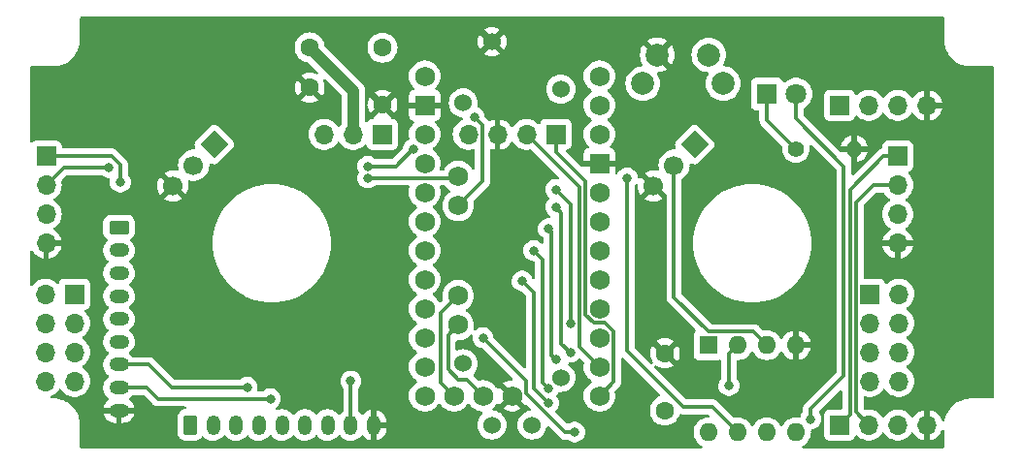
<source format=gbr>
%TF.GenerationSoftware,KiCad,Pcbnew,7.0.5*%
%TF.CreationDate,2023-08-30T18:26:20+02:00*%
%TF.ProjectId,Angle&Ana,416e676c-6526-4416-9e61-2e6b69636164,1.0*%
%TF.SameCoordinates,Original*%
%TF.FileFunction,Copper,L2,Bot*%
%TF.FilePolarity,Positive*%
%FSLAX46Y46*%
G04 Gerber Fmt 4.6, Leading zero omitted, Abs format (unit mm)*
G04 Created by KiCad (PCBNEW 7.0.5) date 2023-08-30 18:26:20*
%MOMM*%
%LPD*%
G01*
G04 APERTURE LIST*
G04 Aperture macros list*
%AMRoundRect*
0 Rectangle with rounded corners*
0 $1 Rounding radius*
0 $2 $3 $4 $5 $6 $7 $8 $9 X,Y pos of 4 corners*
0 Add a 4 corners polygon primitive as box body*
4,1,4,$2,$3,$4,$5,$6,$7,$8,$9,$2,$3,0*
0 Add four circle primitives for the rounded corners*
1,1,$1+$1,$2,$3*
1,1,$1+$1,$4,$5*
1,1,$1+$1,$6,$7*
1,1,$1+$1,$8,$9*
0 Add four rect primitives between the rounded corners*
20,1,$1+$1,$2,$3,$4,$5,0*
20,1,$1+$1,$4,$5,$6,$7,0*
20,1,$1+$1,$6,$7,$8,$9,0*
20,1,$1+$1,$8,$9,$2,$3,0*%
%AMHorizOval*
0 Thick line with rounded ends*
0 $1 width*
0 $2 $3 position (X,Y) of the first rounded end (center of the circle)*
0 $4 $5 position (X,Y) of the second rounded end (center of the circle)*
0 Add line between two ends*
20,1,$1,$2,$3,$4,$5,0*
0 Add two circle primitives to create the rounded ends*
1,1,$1,$2,$3*
1,1,$1,$4,$5*%
%AMRotRect*
0 Rectangle, with rotation*
0 The origin of the aperture is its center*
0 $1 length*
0 $2 width*
0 $3 Rotation angle, in degrees counterclockwise*
0 Add horizontal line*
21,1,$1,$2,0,0,$3*%
G04 Aperture macros list end*
%TA.AperFunction,ComponentPad*%
%ADD10HorizOval,1.700000X0.000000X0.000000X0.000000X0.000000X0*%
%TD*%
%TA.AperFunction,ComponentPad*%
%ADD11RotRect,1.700000X1.700000X315.000000*%
%TD*%
%TA.AperFunction,ComponentPad*%
%ADD12C,1.524000*%
%TD*%
%TA.AperFunction,ComponentPad*%
%ADD13O,1.700000X1.700000*%
%TD*%
%TA.AperFunction,ComponentPad*%
%ADD14R,1.700000X1.700000*%
%TD*%
%TA.AperFunction,ComponentPad*%
%ADD15C,1.600000*%
%TD*%
%TA.AperFunction,ComponentPad*%
%ADD16O,1.600000X1.600000*%
%TD*%
%TA.AperFunction,ComponentPad*%
%ADD17R,1.600000X1.600000*%
%TD*%
%TA.AperFunction,ComponentPad*%
%ADD18O,1.200000X1.750000*%
%TD*%
%TA.AperFunction,ComponentPad*%
%ADD19RoundRect,0.250000X-0.350000X-0.625000X0.350000X-0.625000X0.350000X0.625000X-0.350000X0.625000X0*%
%TD*%
%TA.AperFunction,ComponentPad*%
%ADD20O,1.750000X1.200000*%
%TD*%
%TA.AperFunction,ComponentPad*%
%ADD21RoundRect,0.250000X-0.625000X0.350000X-0.625000X-0.350000X0.625000X-0.350000X0.625000X0.350000X0*%
%TD*%
%TA.AperFunction,ComponentPad*%
%ADD22C,1.800000*%
%TD*%
%TA.AperFunction,ComponentPad*%
%ADD23R,1.800000X1.800000*%
%TD*%
%TA.AperFunction,ComponentPad*%
%ADD24C,2.000000*%
%TD*%
%TA.AperFunction,ComponentPad*%
%ADD25C,1.727200*%
%TD*%
%TA.AperFunction,ComponentPad*%
%ADD26R,1.727200X1.727200*%
%TD*%
%TA.AperFunction,ComponentPad*%
%ADD27O,1.400000X1.400000*%
%TD*%
%TA.AperFunction,ComponentPad*%
%ADD28C,1.400000*%
%TD*%
%TA.AperFunction,ViaPad*%
%ADD29C,0.800000*%
%TD*%
%TA.AperFunction,Conductor*%
%ADD30C,0.310000*%
%TD*%
%TA.AperFunction,Conductor*%
%ADD31C,1.000000*%
%TD*%
G04 APERTURE END LIST*
D10*
%TO.P,U2,3,GND*%
%TO.N,GND*%
X52338954Y20903943D03*
%TO.P,U2,2,Vout*%
%TO.N,Net-(U1-XTAL2{slash}PB4)*%
X54135005Y22699995D03*
D11*
%TO.P,U2,1,Vin*%
%TO.N,+5V*%
X55931057Y24496046D03*
%TD*%
D10*
%TO.P,U4,3,GND*%
%TO.N,GND*%
X10430454Y20903943D03*
%TO.P,U4,2,Vout*%
%TO.N,Net-(U1-XTAL2{slash}PB4)*%
X12226505Y22699995D03*
D11*
%TO.P,U4,1,Vin*%
%TO.N,+5V*%
X14022557Y24496046D03*
%TD*%
D12*
%TO.P,RV1,7*%
%TO.N,N/C*%
X44255000Y29350000D03*
%TO.P,RV1,6*%
X44255000Y4150000D03*
%TO.P,RV1,5*%
X35755000Y28150000D03*
%TO.P,RV1,4*%
X35755000Y5350000D03*
%TO.P,RV1,3,3*%
%TO.N,GND*%
X38255000Y33500000D03*
%TO.P,RV1,2,2*%
%TO.N,/IN_HALL_SENSOR*%
X41755000Y0D03*
%TO.P,RV1,1,1*%
%TO.N,+5V*%
X38255000Y0D03*
%TD*%
D13*
%TO.P,J7,8,Pin_8*%
%TO.N,/C9*%
X-700000Y3810000D03*
%TO.P,J7,7,Pin_7*%
%TO.N,/C10*%
X1840000Y3810000D03*
%TO.P,J7,6,Pin_6*%
%TO.N,/C11*%
X-700000Y6350000D03*
%TO.P,J7,5,Pin_5*%
%TO.N,/C12*%
X1840000Y6350000D03*
%TO.P,J7,4,Pin_4*%
%TO.N,/C13*%
X-700000Y8890000D03*
%TO.P,J7,3,Pin_3*%
%TO.N,/C14*%
X1840000Y8890000D03*
%TO.P,J7,2,Pin_2*%
%TO.N,/C15*%
X-700000Y11430000D03*
D14*
%TO.P,J7,1,Pin_1*%
%TO.N,/C16*%
X1840000Y11430000D03*
%TD*%
D15*
%TO.P,C2,2*%
%TO.N,GND*%
X53340000Y6270000D03*
%TO.P,C2,1*%
%TO.N,+5V*%
X53340000Y1270000D03*
%TD*%
%TO.P,C3,2*%
%TO.N,GND*%
X28702000Y27980000D03*
%TO.P,C3,1*%
%TO.N,Net-(J1-Pin_4)*%
X28702000Y32980000D03*
%TD*%
D16*
%TO.P,U1,8,VCC*%
%TO.N,+5V*%
X57150000Y-635000D03*
%TO.P,U1,7,PB2*%
%TO.N,/SCL*%
X59690000Y-635000D03*
%TO.P,U1,6,PB1*%
%TO.N,Net-(D1-A)*%
X62230000Y-635000D03*
%TO.P,U1,5,AREF/PB0*%
%TO.N,/SDA*%
X64770000Y-635000D03*
%TO.P,U1,4,GND*%
%TO.N,GND*%
X64770000Y6985000D03*
%TO.P,U1,3,XTAL2/PB4*%
%TO.N,Net-(U1-XTAL2{slash}PB4)*%
X62230000Y6985000D03*
%TO.P,U1,2,XTAL1/PB3*%
%TO.N,/IN_HALL_SENSOR*%
X59690000Y6985000D03*
D17*
%TO.P,U1,1,~{RESET}/PB5*%
%TO.N,unconnected-(U1-~{RESET}{slash}PB5-Pad1)*%
X57150000Y6985000D03*
%TD*%
D18*
%TO.P,J10,9,Pin_9*%
%TO.N,GND*%
X27940000Y0D03*
%TO.P,J10,8,Pin_8*%
%TO.N,/C8*%
X25940000Y0D03*
%TO.P,J10,7,Pin_7*%
%TO.N,/C7*%
X23940000Y0D03*
%TO.P,J10,6,Pin_6*%
%TO.N,/C6*%
X21940000Y0D03*
%TO.P,J10,5,Pin_5*%
%TO.N,/C5*%
X19940000Y0D03*
%TO.P,J10,4,Pin_4*%
%TO.N,/C4*%
X17940000Y0D03*
%TO.P,J10,3,Pin_3*%
%TO.N,/C3*%
X15940000Y0D03*
%TO.P,J10,2,Pin_2*%
%TO.N,/C2*%
X13940000Y0D03*
D19*
%TO.P,J10,1,Pin_1*%
%TO.N,/C1*%
X11940000Y0D03*
%TD*%
D13*
%TO.P,SW2,3,C*%
%TO.N,+VDC*%
X23607000Y25400000D03*
%TO.P,SW2,2,B*%
%TO.N,Net-(J1-Pin_4)*%
X26147000Y25400000D03*
D14*
%TO.P,SW2,1,A*%
%TO.N,+5V*%
X28687000Y25400000D03*
%TD*%
D13*
%TO.P,J3,4,Pin_4*%
%TO.N,GND*%
X76200000Y27940000D03*
%TO.P,J3,3,Pin_3*%
%TO.N,+5V*%
X73660000Y27940000D03*
%TO.P,J3,2,Pin_2*%
%TO.N,/SCL*%
X71120000Y27940000D03*
D14*
%TO.P,J3,1,Pin_1*%
%TO.N,/SDA*%
X68580000Y27940000D03*
%TD*%
D15*
%TO.P,C1,2*%
%TO.N,GND*%
X22352000Y29492000D03*
%TO.P,C1,1*%
%TO.N,Net-(J1-Pin_4)*%
X22352000Y32992000D03*
%TD*%
D20*
%TO.P,J9,9,Pin_9*%
%TO.N,GND*%
X5715000Y1270000D03*
%TO.P,J9,8,Pin_8*%
%TO.N,/C9*%
X5715000Y3270000D03*
%TO.P,J9,7,Pin_7*%
%TO.N,/C10*%
X5715000Y5270000D03*
%TO.P,J9,6,Pin_6*%
%TO.N,/C11*%
X5715000Y7270000D03*
%TO.P,J9,5,Pin_5*%
%TO.N,/C12*%
X5715000Y9270000D03*
%TO.P,J9,4,Pin_4*%
%TO.N,/C13*%
X5715000Y11270000D03*
%TO.P,J9,3,Pin_3*%
%TO.N,/C14*%
X5715000Y13270000D03*
%TO.P,J9,2,Pin_2*%
%TO.N,/C15*%
X5715000Y15270000D03*
D21*
%TO.P,J9,1,Pin_1*%
%TO.N,/C16*%
X5715000Y17270000D03*
%TD*%
D13*
%TO.P,J6,8,Pin_8*%
%TO.N,/C9*%
X73750000Y3810000D03*
%TO.P,J6,7,Pin_7*%
%TO.N,/C10*%
X71210000Y3810000D03*
%TO.P,J6,6,Pin_6*%
%TO.N,Net-(J6-Pin_6)*%
X73750000Y6350000D03*
%TO.P,J6,5,Pin_5*%
%TO.N,Net-(J6-Pin_5)*%
X71210000Y6350000D03*
%TO.P,J6,4,Pin_4*%
%TO.N,Net-(J6-Pin_4)*%
X73750000Y8890000D03*
%TO.P,J6,3,Pin_3*%
%TO.N,Net-(J6-Pin_3)*%
X71210000Y8890000D03*
%TO.P,J6,2,Pin_2*%
%TO.N,Net-(J6-Pin_2)*%
X73750000Y11430000D03*
D14*
%TO.P,J6,1,Pin_1*%
%TO.N,Net-(J6-Pin_1)*%
X71210000Y11430000D03*
%TD*%
D22*
%TO.P,D1,2,A*%
%TO.N,Net-(D1-A)*%
X64790000Y28925000D03*
D23*
%TO.P,D1,1,K*%
%TO.N,Net-(D1-K)*%
X62250000Y28925000D03*
%TD*%
D24*
%TO.P,SW1,4*%
%TO.N,N/C*%
X51420000Y29845000D03*
%TO.P,SW1,3*%
X58420000Y29845000D03*
%TO.P,SW1,2,2*%
%TO.N,GND*%
X52670000Y32345000D03*
%TO.P,SW1,1,1*%
%TO.N,/SDA*%
X57170000Y32345000D03*
%TD*%
D25*
%TO.P,U3,Vcc1,Vcc*%
%TO.N,+5V*%
X32385000Y22860000D03*
%TO.P,U3,RST2,RESET*%
%TO.N,unconnected-(U3-RESET-PadRST2)*%
X32385000Y25400000D03*
%TO.P,U3,RST1,RESET*%
%TO.N,unconnected-(U3-RESET-PadRST1)*%
X47625000Y25400000D03*
%TO.P,U3,RAW,RAW*%
%TO.N,+VDC*%
X32385000Y30480000D03*
D26*
%TO.P,U3,GND2,GND*%
%TO.N,GND*%
X32385000Y27940000D03*
D25*
X40005000Y2540000D03*
D26*
%TO.P,U3,GND1,GND*%
X47625000Y22860000D03*
D25*
%TO.P,U3,D13,D13_SCK*%
%TO.N,/C10*%
X32385000Y10160000D03*
%TO.P,U3,D12,D12_MISO*%
%TO.N,/C9*%
X32385000Y7620000D03*
%TO.P,U3,D11,D11_MOSI*%
%TO.N,/C8*%
X32385000Y5080000D03*
%TO.P,U3,D10,D10_CS*%
%TO.N,/C7*%
X32385000Y2540000D03*
%TO.P,U3,D9,D9*%
%TO.N,/CPPM_IN*%
X47625000Y2540000D03*
%TO.P,U3,D8,D8*%
%TO.N,/CPPM_OUT*%
X47625000Y5080000D03*
%TO.P,U3,D7,D7*%
%TO.N,/C6*%
X47625000Y7620000D03*
%TO.P,U3,D6,D6*%
%TO.N,/C5*%
X47625000Y10160000D03*
%TO.P,U3,D5,D5*%
%TO.N,/C4*%
X47625000Y12700000D03*
%TO.P,U3,D4,D4*%
%TO.N,/C3*%
X47625000Y15240000D03*
%TO.P,U3,D3,D3_INT1*%
%TO.N,/C2*%
X47625000Y17780000D03*
%TO.P,U3,D2,D2_INT0*%
%TO.N,/C1*%
X47625000Y20320000D03*
%TO.P,U3,D1,D1/TX*%
%TO.N,unconnected-(U3-D1{slash}TX-PadD1)*%
X47625000Y30480000D03*
%TO.P,U3,D0,D0/RX*%
%TO.N,unconnected-(U3-D0{slash}RX-PadD0)*%
X47625000Y27940000D03*
%TO.P,U3,A7,A7*%
%TO.N,Net-(J6-Pin_1)*%
X34925000Y2540000D03*
X35310900Y11296000D03*
%TO.P,U3,A6,A6*%
%TO.N,Net-(J6-Pin_2)*%
X35310900Y8755400D03*
X37465000Y2540000D03*
%TO.P,U3,A5,A5/SCL*%
%TO.N,/SCL*%
X35310900Y21709400D03*
%TO.P,U3,A4,A4/SDA*%
%TO.N,/SDA*%
X35310900Y19169400D03*
%TO.P,U3,A3,A3*%
%TO.N,Net-(J6-Pin_3)*%
X32385000Y20320000D03*
%TO.P,U3,A2,A2*%
%TO.N,Net-(J6-Pin_4)*%
X32385000Y17780000D03*
%TO.P,U3,A1,A1*%
%TO.N,Net-(J6-Pin_5)*%
X32385000Y15240000D03*
%TO.P,U3,A0,A0*%
%TO.N,Net-(J6-Pin_6)*%
X32385000Y12700000D03*
%TD*%
D13*
%TO.P,J1,4,Pin_4*%
%TO.N,Net-(J1-Pin_4)*%
X36195000Y25400000D03*
%TO.P,J1,3,Pin_3*%
%TO.N,GND*%
X38735000Y25400000D03*
%TO.P,J1,2,Pin_2*%
%TO.N,/CPPM_OUT*%
X41275000Y25400000D03*
D14*
%TO.P,J1,1,Pin_1*%
%TO.N,/CPPM_IN*%
X43815000Y25400000D03*
%TD*%
D13*
%TO.P,J5,4,Pin_4*%
%TO.N,GND*%
X73660000Y15875000D03*
%TO.P,J5,3,Pin_3*%
%TO.N,+5V*%
X73660000Y18415000D03*
%TO.P,J5,2,Pin_2*%
%TO.N,/SCL*%
X73660000Y20955000D03*
D14*
%TO.P,J5,1,Pin_1*%
%TO.N,/SDA*%
X73660000Y23495000D03*
%TD*%
D27*
%TO.P,R1,2*%
%TO.N,GND*%
X69850000Y24130000D03*
D28*
%TO.P,R1,1*%
%TO.N,Net-(D1-K)*%
X64770000Y24130000D03*
%TD*%
D13*
%TO.P,J4,4,Pin_4*%
%TO.N,GND*%
X-635000Y15875000D03*
%TO.P,J4,3,Pin_3*%
%TO.N,+5V*%
X-635000Y18415000D03*
%TO.P,J4,2,Pin_2*%
%TO.N,/SCL*%
X-635000Y20955000D03*
D14*
%TO.P,J4,1,Pin_1*%
%TO.N,/SDA*%
X-635000Y23495000D03*
%TD*%
D13*
%TO.P,J2,4,Pin_4*%
%TO.N,GND*%
X76200000Y0D03*
%TO.P,J2,3,Pin_3*%
%TO.N,+5V*%
X73660000Y0D03*
%TO.P,J2,2,Pin_2*%
%TO.N,/SCL*%
X71120000Y0D03*
D14*
%TO.P,J2,1,Pin_1*%
%TO.N,/SDA*%
X68580000Y0D03*
%TD*%
D29*
%TO.N,Net-(D1-A)*%
X66040000Y508000D03*
%TO.N,Net-(U1-XTAL2{slash}PB4)*%
X31369000Y24088600D03*
X27432000Y22606000D03*
%TO.N,/IN_HALL_SENSOR*%
X58928000Y3429000D03*
%TO.N,/SDA*%
X5842000Y21209000D03*
X36703000Y26924000D03*
%TO.N,/C8*%
X25940000Y3824500D03*
%TO.N,/C9*%
X45466000Y-635000D03*
X37465000Y7620000D03*
X18923000Y2286000D03*
%TO.N,/C10*%
X40894000Y12573000D03*
X43180000Y1905000D03*
X16891000Y3302000D03*
%TO.N,/SCL*%
X27432000Y21590000D03*
X50038000Y21590000D03*
X4826000Y22479000D03*
%TO.N,Net-(J6-Pin_3)*%
X43815000Y20574000D03*
X45085000Y8890000D03*
%TO.N,Net-(J6-Pin_4)*%
X43815000Y19050000D03*
X45085000Y6350000D03*
%TO.N,Net-(J6-Pin_5)*%
X43180000Y17145000D03*
X43815000Y5715000D03*
%TO.N,Net-(J6-Pin_6)*%
X41910000Y15240000D03*
X43180000Y3175000D03*
%TD*%
D30*
%TO.N,/SDA*%
X5080000Y23495000D02*
X-635000Y23495000D01*
X5842000Y22733000D02*
X5080000Y23495000D01*
X5842000Y21209000D02*
X5842000Y22733000D01*
%TO.N,/SCL*%
X889000Y22479000D02*
X-635000Y20955000D01*
X4826000Y22479000D02*
X889000Y22479000D01*
%TO.N,Net-(D1-K)*%
X62250000Y28925000D02*
X62250000Y26650000D01*
X62250000Y26650000D02*
X64770000Y24130000D01*
%TO.N,Net-(D1-A)*%
X66040000Y1397000D02*
X68955000Y4312000D01*
X64770000Y26797000D02*
X64790000Y26817000D01*
X64790000Y26817000D02*
X64790000Y28925000D01*
X68955000Y22612000D02*
X64770000Y26797000D01*
X68955000Y4312000D02*
X68955000Y22612000D01*
X66040000Y508000D02*
X66040000Y1397000D01*
%TO.N,Net-(U1-XTAL2{slash}PB4)*%
X29845000Y22606000D02*
X31327600Y24088600D01*
X54135005Y11142995D02*
X54135005Y22699995D01*
X57128000Y8150000D02*
X54135005Y11142995D01*
X61065000Y8150000D02*
X57128000Y8150000D01*
X31327600Y24088600D02*
X31369000Y24088600D01*
X62230000Y6985000D02*
X61065000Y8150000D01*
X27432000Y22606000D02*
X29845000Y22606000D01*
%TO.N,/IN_HALL_SENSOR*%
X58928000Y3429000D02*
X58928000Y6223000D01*
X58928000Y6223000D02*
X59690000Y6985000D01*
%TO.N,/SDA*%
X37410000Y21268500D02*
X35310900Y19169400D01*
X69475000Y20580000D02*
X69475000Y895000D01*
X37410000Y26217000D02*
X37410000Y21268500D01*
X72390000Y23495000D02*
X69475000Y20580000D01*
X69475000Y895000D02*
X68580000Y0D01*
X36703000Y26924000D02*
X37410000Y26217000D01*
X73660000Y23495000D02*
X72390000Y23495000D01*
%TO.N,/C8*%
X25940000Y3810000D02*
X25940000Y0D01*
X25940000Y3810000D02*
X25940000Y3824500D01*
%TO.N,/C9*%
X8096000Y3270000D02*
X5715000Y3270000D01*
X18923000Y2286000D02*
X9144000Y2286000D01*
X41233600Y3851400D02*
X37465000Y7620000D01*
X9144000Y2286000D02*
X8128000Y3302000D01*
X44638126Y-635000D02*
X41233600Y2769526D01*
X41233600Y2769526D02*
X41233600Y3851400D01*
X45466000Y-635000D02*
X44638126Y-635000D01*
X8128000Y3302000D02*
X8096000Y3270000D01*
%TO.N,/C10*%
X10287000Y3302000D02*
X8319000Y5270000D01*
X8319000Y5270000D02*
X5715000Y5270000D01*
X16891000Y3302000D02*
X10287000Y3302000D01*
X41910000Y11557000D02*
X41910000Y3175000D01*
X40894000Y12573000D02*
X41910000Y11557000D01*
X41910000Y3175000D02*
X43180000Y1905000D01*
%TO.N,/SCL*%
X71501000Y20955000D02*
X69995000Y19449000D01*
X73660000Y20955000D02*
X71501000Y20955000D01*
X69995000Y19449000D02*
X69995000Y1125000D01*
X50038000Y21590000D02*
X50038000Y6477000D01*
X54927500Y1587500D02*
X57467500Y1587500D01*
X50038000Y6477000D02*
X54927500Y1587500D01*
X27432000Y21590000D02*
X35191500Y21590000D01*
X35191500Y21590000D02*
X35310900Y21709400D01*
X69995000Y1125000D02*
X71120000Y0D01*
X57467500Y1587500D02*
X59690000Y-635000D01*
%TO.N,/CPPM_OUT*%
X45847000Y9209874D02*
X45847000Y20828000D01*
X45850000Y9206874D02*
X45847000Y9209874D01*
X47625000Y5080000D02*
X45847000Y6858000D01*
X45847000Y8570126D02*
X45850000Y8573126D01*
X45850000Y8573126D02*
X45850000Y9206874D01*
X45847000Y20828000D02*
X41275000Y25400000D01*
X45847000Y6858000D02*
X45847000Y8570126D01*
%TO.N,/CPPM_IN*%
X48853600Y8169400D02*
X48091600Y8931400D01*
X43815000Y23876000D02*
X43815000Y25400000D01*
X46396400Y9651097D02*
X46396400Y21294600D01*
X47116097Y8931400D02*
X46396400Y9651097D01*
X48091600Y8931400D02*
X47116097Y8931400D01*
X48853600Y3768600D02*
X48853600Y8169400D01*
X46396400Y21294600D02*
X43815000Y23876000D01*
X47625000Y2540000D02*
X48853600Y3768600D01*
%TO.N,Net-(J6-Pin_1)*%
X33782000Y3683000D02*
X33782000Y9767100D01*
X34925000Y2540000D02*
X33782000Y3683000D01*
X33782000Y9767100D02*
X35310900Y11296000D01*
%TO.N,Net-(J6-Pin_2)*%
X34417000Y4863400D02*
X34417000Y7861500D01*
X34417000Y7861500D02*
X35310900Y8755400D01*
X35343400Y3937000D02*
X34417000Y4863400D01*
X37465000Y2540000D02*
X36068000Y3937000D01*
X36068000Y3937000D02*
X35343400Y3937000D01*
%TO.N,Net-(J6-Pin_3)*%
X45085000Y8890000D02*
X45085000Y19304000D01*
X45085000Y19304000D02*
X43815000Y20574000D01*
%TO.N,Net-(J6-Pin_4)*%
X44320000Y18545000D02*
X44320000Y7115000D01*
X43815000Y19050000D02*
X44320000Y18545000D01*
X44320000Y7115000D02*
X45085000Y6350000D01*
%TO.N,Net-(J6-Pin_5)*%
X43434000Y16891000D02*
X43434000Y6096000D01*
X43180000Y17145000D02*
X43434000Y16891000D01*
X43434000Y6096000D02*
X43815000Y5715000D01*
%TO.N,Net-(J6-Pin_6)*%
X42672000Y14478000D02*
X42672000Y3683000D01*
X42672000Y3683000D02*
X43180000Y3175000D01*
X41910000Y15240000D02*
X42672000Y14478000D01*
D31*
%TO.N,Net-(J1-Pin_4)*%
X26147000Y29197000D02*
X26147000Y25400000D01*
X22352000Y32992000D02*
X26147000Y29197000D01*
%TD*%
%TA.AperFunction,Conductor*%
%TO.N,GND*%
G36*
X77641539Y35667315D02*
G01*
X77687294Y35614511D01*
X77698499Y35563000D01*
X77698500Y33663286D01*
X77698500Y33663285D01*
X77698500Y33655000D01*
X77698500Y33515180D01*
X77732207Y33237579D01*
X77775639Y33061368D01*
X77799130Y32966060D01*
X77898293Y32704591D01*
X77898294Y32704590D01*
X78028243Y32456993D01*
X78028249Y32456984D01*
X78182730Y32233179D01*
X78187100Y32226849D01*
X78372535Y32017535D01*
X78581849Y31832100D01*
X78811988Y31673246D01*
X78842184Y31657398D01*
X79059589Y31543295D01*
X79059590Y31543294D01*
X79059594Y31543293D01*
X79059597Y31543291D01*
X79192353Y31492943D01*
X79321059Y31444131D01*
X79321061Y31444131D01*
X79321065Y31444129D01*
X79592579Y31377207D01*
X79821029Y31349468D01*
X79870178Y31343500D01*
X79870180Y31343500D01*
X80004928Y31343500D01*
X81918000Y31343500D01*
X81985039Y31323815D01*
X82030794Y31271011D01*
X82042000Y31219500D01*
X82042000Y2435500D01*
X82022315Y2368461D01*
X81969511Y2322706D01*
X81918000Y2311500D01*
X79870178Y2311500D01*
X79731379Y2294647D01*
X79592579Y2277793D01*
X79455824Y2244086D01*
X79321059Y2210870D01*
X79059590Y2111707D01*
X79059589Y2111706D01*
X78811992Y1981757D01*
X78811983Y1981751D01*
X78581852Y1822903D01*
X78372535Y1637465D01*
X78187097Y1428148D01*
X78028249Y1198017D01*
X78028243Y1198008D01*
X77898294Y950411D01*
X77898293Y950410D01*
X77799130Y688941D01*
X77732205Y417413D01*
X77731531Y413732D01*
X77729946Y414023D01*
X77704848Y355827D01*
X77646885Y316814D01*
X77577031Y315331D01*
X77517464Y351850D01*
X77489658Y402931D01*
X77473434Y463482D01*
X77473429Y463493D01*
X77373600Y677578D01*
X77373599Y677580D01*
X77238113Y871074D01*
X77238108Y871080D01*
X77071082Y1038106D01*
X76877578Y1173601D01*
X76663492Y1273430D01*
X76663486Y1273433D01*
X76450000Y1330636D01*
X76450000Y435502D01*
X76342315Y484680D01*
X76235763Y500000D01*
X76164237Y500000D01*
X76057685Y484680D01*
X75950000Y435502D01*
X75950000Y1330636D01*
X75949999Y1330636D01*
X75736513Y1273433D01*
X75736507Y1273430D01*
X75522422Y1173601D01*
X75522420Y1173600D01*
X75328926Y1038114D01*
X75328920Y1038109D01*
X75161891Y871080D01*
X75161890Y871078D01*
X75035131Y690048D01*
X74980554Y646423D01*
X74911055Y639231D01*
X74848701Y670753D01*
X74829752Y693344D01*
X74735722Y837268D01*
X74735715Y837275D01*
X74735715Y837277D01*
X74583243Y1002903D01*
X74583238Y1002908D01*
X74445512Y1110105D01*
X74405576Y1141189D01*
X74405575Y1141190D01*
X74405572Y1141192D01*
X74207580Y1248339D01*
X74207577Y1248341D01*
X74207574Y1248342D01*
X74207571Y1248343D01*
X74207569Y1248344D01*
X73994637Y1321444D01*
X73772569Y1358500D01*
X73547431Y1358500D01*
X73325362Y1321444D01*
X73112430Y1248344D01*
X73112419Y1248339D01*
X72914427Y1141192D01*
X72914422Y1141188D01*
X72736761Y1002908D01*
X72736756Y1002903D01*
X72584284Y837277D01*
X72584276Y837266D01*
X72493808Y698794D01*
X72440662Y653438D01*
X72371431Y644014D01*
X72308095Y673516D01*
X72286192Y698794D01*
X72212909Y810961D01*
X72195722Y837268D01*
X72195719Y837271D01*
X72195715Y837277D01*
X72043243Y1002903D01*
X72043238Y1002908D01*
X71905512Y1110105D01*
X71865576Y1141189D01*
X71865575Y1141190D01*
X71865572Y1141192D01*
X71667580Y1248339D01*
X71667577Y1248341D01*
X71667574Y1248342D01*
X71667571Y1248343D01*
X71667569Y1248344D01*
X71454637Y1321444D01*
X71232569Y1358500D01*
X71007431Y1358500D01*
X70806775Y1325018D01*
X70737410Y1333400D01*
X70698685Y1359646D01*
X70694819Y1363512D01*
X70661334Y1424835D01*
X70658500Y1451193D01*
X70658500Y2389333D01*
X70678185Y2456372D01*
X70730989Y2502127D01*
X70800147Y2512071D01*
X70822763Y2506614D01*
X70875362Y2488557D01*
X70875365Y2488556D01*
X71097431Y2451500D01*
X71322569Y2451500D01*
X71544635Y2488556D01*
X71757574Y2561658D01*
X71955576Y2668811D01*
X72133240Y2807094D01*
X72266232Y2951560D01*
X72285715Y2972724D01*
X72285715Y2972725D01*
X72285722Y2972732D01*
X72376193Y3111210D01*
X72429338Y3156563D01*
X72498569Y3165987D01*
X72561905Y3136485D01*
X72583804Y3111213D01*
X72674278Y2972732D01*
X72674283Y2972727D01*
X72674284Y2972724D01*
X72824659Y2809376D01*
X72826760Y2807094D01*
X73004424Y2668811D01*
X73004425Y2668811D01*
X73004427Y2668809D01*
X73089125Y2622973D01*
X73202426Y2561658D01*
X73415365Y2488556D01*
X73637431Y2451500D01*
X73862569Y2451500D01*
X74084635Y2488556D01*
X74297574Y2561658D01*
X74495576Y2668811D01*
X74673240Y2807094D01*
X74806232Y2951560D01*
X74825715Y2972724D01*
X74825717Y2972727D01*
X74825722Y2972732D01*
X74948860Y3161209D01*
X75039296Y3367384D01*
X75094564Y3585632D01*
X75096471Y3608648D01*
X75113156Y3809995D01*
X75113156Y3810006D01*
X75094565Y4034360D01*
X75094563Y4034372D01*
X75053619Y4196057D01*
X75039296Y4252616D01*
X74948860Y4458791D01*
X74945395Y4464094D01*
X74852357Y4606500D01*
X74825722Y4647268D01*
X74825719Y4647271D01*
X74825715Y4647277D01*
X74673243Y4812903D01*
X74673238Y4812908D01*
X74495577Y4951188D01*
X74495578Y4951188D01*
X74495576Y4951189D01*
X74459070Y4970945D01*
X74409479Y5020164D01*
X74394371Y5088381D01*
X74418541Y5153936D01*
X74459070Y5189055D01*
X74462618Y5190975D01*
X74495576Y5208811D01*
X74673240Y5347094D01*
X74803403Y5488487D01*
X74825715Y5512724D01*
X74825717Y5512727D01*
X74825722Y5512732D01*
X74948860Y5701209D01*
X75039296Y5907384D01*
X75094564Y6125632D01*
X75095453Y6136362D01*
X75113156Y6349995D01*
X75113156Y6350006D01*
X75094565Y6574360D01*
X75094563Y6574372D01*
X75091872Y6585000D01*
X75039296Y6792616D01*
X74948860Y6998791D01*
X74943188Y7007472D01*
X74825723Y7187266D01*
X74825715Y7187277D01*
X74673243Y7352903D01*
X74673238Y7352908D01*
X74495577Y7491188D01*
X74495572Y7491192D01*
X74459068Y7510947D01*
X74409478Y7560167D01*
X74394371Y7628384D01*
X74418542Y7693939D01*
X74459069Y7729055D01*
X74495576Y7748811D01*
X74673240Y7887094D01*
X74776456Y7999215D01*
X74825715Y8052724D01*
X74825717Y8052727D01*
X74825722Y8052732D01*
X74948860Y8241209D01*
X75039296Y8447384D01*
X75094564Y8665632D01*
X75096052Y8683591D01*
X75113156Y8889995D01*
X75113156Y8890006D01*
X75094565Y9114360D01*
X75094563Y9114372D01*
X75043920Y9314355D01*
X75039296Y9332616D01*
X74948860Y9538791D01*
X74932706Y9563516D01*
X74825723Y9727266D01*
X74825715Y9727277D01*
X74673243Y9892903D01*
X74673238Y9892908D01*
X74536653Y9999217D01*
X74495576Y10031189D01*
X74459070Y10050945D01*
X74409479Y10100164D01*
X74394371Y10168381D01*
X74418541Y10233936D01*
X74459070Y10269055D01*
X74463019Y10271192D01*
X74495576Y10288811D01*
X74673240Y10427094D01*
X74825722Y10592732D01*
X74948860Y10781209D01*
X75039296Y10987384D01*
X75094564Y11205632D01*
X75094565Y11205641D01*
X75113156Y11429995D01*
X75113156Y11430006D01*
X75094565Y11654360D01*
X75094563Y11654372D01*
X75062273Y11781882D01*
X75039296Y11872616D01*
X74948860Y12078791D01*
X74887952Y12172017D01*
X74868722Y12201451D01*
X74825722Y12267268D01*
X74825719Y12267271D01*
X74825715Y12267277D01*
X74673243Y12432903D01*
X74673238Y12432908D01*
X74514019Y12556834D01*
X74495576Y12571189D01*
X74495575Y12571190D01*
X74495572Y12571192D01*
X74297580Y12678339D01*
X74297577Y12678341D01*
X74297574Y12678342D01*
X74297571Y12678343D01*
X74297569Y12678344D01*
X74084637Y12751444D01*
X73862569Y12788500D01*
X73637431Y12788500D01*
X73415362Y12751444D01*
X73202430Y12678344D01*
X73202419Y12678339D01*
X73004427Y12571192D01*
X73004422Y12571188D01*
X72826761Y12432908D01*
X72763548Y12364240D01*
X72703661Y12328250D01*
X72633823Y12330351D01*
X72576207Y12369876D01*
X72556138Y12404890D01*
X72510889Y12526204D01*
X72510888Y12526205D01*
X72423261Y12643261D01*
X72306204Y12730889D01*
X72273581Y12743057D01*
X72169203Y12781989D01*
X72108654Y12788500D01*
X72108638Y12788500D01*
X70782500Y12788500D01*
X70715461Y12808185D01*
X70669706Y12860989D01*
X70658500Y12912500D01*
X70658500Y19122808D01*
X70678185Y19189847D01*
X70694819Y19210489D01*
X71739511Y20255181D01*
X71800834Y20288666D01*
X71827192Y20291500D01*
X72403644Y20291500D01*
X72470683Y20271815D01*
X72507453Y20235321D01*
X72584278Y20117732D01*
X72720234Y19970045D01*
X72736760Y19952094D01*
X72914424Y19813811D01*
X72914429Y19813809D01*
X72914431Y19813807D01*
X72950930Y19794054D01*
X73000520Y19744835D01*
X73015628Y19676618D01*
X72991457Y19611063D01*
X72950930Y19575946D01*
X72914431Y19556194D01*
X72914422Y19556188D01*
X72736761Y19417908D01*
X72736756Y19417903D01*
X72584284Y19252277D01*
X72584276Y19252266D01*
X72461140Y19063793D01*
X72370703Y18857615D01*
X72315436Y18639372D01*
X72315434Y18639360D01*
X72296844Y18415006D01*
X72296844Y18414995D01*
X72315434Y18190641D01*
X72315436Y18190629D01*
X72370703Y17972386D01*
X72461140Y17766208D01*
X72584276Y17577735D01*
X72584284Y17577724D01*
X72736756Y17412098D01*
X72736760Y17412094D01*
X72914424Y17273811D01*
X72957693Y17250395D01*
X72957695Y17250394D01*
X73007286Y17201175D01*
X73022394Y17132958D01*
X72998224Y17067403D01*
X72969802Y17039764D01*
X72788922Y16913110D01*
X72788920Y16913109D01*
X72621891Y16746080D01*
X72621886Y16746074D01*
X72486400Y16552580D01*
X72486399Y16552578D01*
X72386570Y16338493D01*
X72386567Y16338487D01*
X72329364Y16125001D01*
X72329364Y16125000D01*
X73226314Y16125000D01*
X73200507Y16084844D01*
X73160000Y15946889D01*
X73160000Y15803111D01*
X73200507Y15665156D01*
X73226314Y15625000D01*
X72329364Y15625000D01*
X72386567Y15411514D01*
X72386570Y15411508D01*
X72486399Y15197422D01*
X72621894Y15003918D01*
X72788917Y14836895D01*
X72982421Y14701400D01*
X73196507Y14601571D01*
X73196516Y14601567D01*
X73410000Y14544366D01*
X73410000Y15439499D01*
X73517685Y15390320D01*
X73624237Y15375000D01*
X73695763Y15375000D01*
X73802315Y15390320D01*
X73910000Y15439499D01*
X73910000Y14544367D01*
X74123483Y14601567D01*
X74123492Y14601571D01*
X74337578Y14701400D01*
X74531082Y14836895D01*
X74698105Y15003918D01*
X74833600Y15197422D01*
X74933429Y15411508D01*
X74933432Y15411514D01*
X74990636Y15625000D01*
X74093686Y15625000D01*
X74119493Y15665156D01*
X74160000Y15803111D01*
X74160000Y15946889D01*
X74119493Y16084844D01*
X74093686Y16125000D01*
X74990636Y16125000D01*
X74990635Y16125001D01*
X74933432Y16338487D01*
X74933429Y16338493D01*
X74833600Y16552578D01*
X74833599Y16552580D01*
X74698113Y16746074D01*
X74698108Y16746080D01*
X74531082Y16913106D01*
X74350197Y17039764D01*
X74306572Y17094341D01*
X74299380Y17163840D01*
X74330902Y17226194D01*
X74362300Y17250392D01*
X74405576Y17273811D01*
X74583240Y17412094D01*
X74713310Y17553386D01*
X74735715Y17577724D01*
X74735717Y17577727D01*
X74735722Y17577732D01*
X74858860Y17766209D01*
X74949296Y17972384D01*
X75004564Y18190632D01*
X75007204Y18222488D01*
X75023156Y18414995D01*
X75023156Y18415006D01*
X75004565Y18639360D01*
X75004563Y18639372D01*
X74961768Y18808366D01*
X74949296Y18857616D01*
X74858860Y19063791D01*
X74845706Y19083924D01*
X74770862Y19198482D01*
X74735722Y19252268D01*
X74735719Y19252271D01*
X74735715Y19252277D01*
X74583243Y19417903D01*
X74583238Y19417908D01*
X74405577Y19556188D01*
X74405578Y19556188D01*
X74405576Y19556189D01*
X74369070Y19575945D01*
X74319479Y19625164D01*
X74304371Y19693381D01*
X74328541Y19758936D01*
X74369070Y19794055D01*
X74369084Y19794064D01*
X74405576Y19813811D01*
X74583240Y19952094D01*
X74713310Y20093386D01*
X74735715Y20117724D01*
X74735717Y20117727D01*
X74735722Y20117732D01*
X74858860Y20306209D01*
X74949296Y20512384D01*
X75004564Y20730632D01*
X75004565Y20730641D01*
X75023156Y20954995D01*
X75023156Y20955006D01*
X75004565Y21179360D01*
X75004563Y21179372D01*
X74977390Y21286674D01*
X74949296Y21397616D01*
X74858860Y21603791D01*
X74857934Y21605208D01*
X74771299Y21737813D01*
X74735722Y21792268D01*
X74735719Y21792271D01*
X74735715Y21792277D01*
X74590510Y21950009D01*
X74559587Y22012663D01*
X74567447Y22082089D01*
X74611594Y22136245D01*
X74638405Y22150173D01*
X74718584Y22180080D01*
X74756204Y22194111D01*
X74873261Y22281739D01*
X74960889Y22398796D01*
X75011989Y22535799D01*
X75015591Y22569308D01*
X75018499Y22596346D01*
X75018500Y22596363D01*
X75018500Y24393638D01*
X75018499Y24393655D01*
X75013430Y24440798D01*
X75011989Y24454201D01*
X75009770Y24460150D01*
X74978156Y24544910D01*
X74960889Y24591204D01*
X74873261Y24708261D01*
X74756204Y24795889D01*
X74756203Y24795890D01*
X74619203Y24846989D01*
X74558654Y24853500D01*
X74558638Y24853500D01*
X72761362Y24853500D01*
X72761345Y24853500D01*
X72700797Y24846989D01*
X72700795Y24846989D01*
X72563795Y24795889D01*
X72446739Y24708261D01*
X72359111Y24591205D01*
X72308011Y24454205D01*
X72308011Y24454203D01*
X72301500Y24393655D01*
X72301500Y24256673D01*
X72281815Y24189634D01*
X72229011Y24143879D01*
X72199859Y24134705D01*
X72191155Y24133110D01*
X72137671Y24109039D01*
X72134235Y24107616D01*
X72111813Y24099111D01*
X72079398Y24086818D01*
X72079388Y24086813D01*
X72071980Y24081699D01*
X72052438Y24070677D01*
X72044223Y24066980D01*
X71998069Y24030820D01*
X71995053Y24028601D01*
X71946788Y23995285D01*
X71946785Y23995282D01*
X71907902Y23951394D01*
X71905335Y23948667D01*
X69830180Y21873513D01*
X69768857Y21840028D01*
X69699165Y21845012D01*
X69643232Y21886884D01*
X69618815Y21952348D01*
X69618499Y21961194D01*
X69618499Y22108301D01*
X69618499Y22590118D01*
X69618610Y22593794D01*
X69622153Y22652355D01*
X69611581Y22710045D01*
X69611019Y22713742D01*
X69603951Y22771949D01*
X69603951Y22771952D01*
X69600760Y22780366D01*
X69594733Y22801987D01*
X69594403Y22803787D01*
X69593110Y22810843D01*
X69586161Y22826282D01*
X69576596Y22895490D01*
X69599999Y22946008D01*
X69600000Y23880000D01*
X68676693Y23880000D01*
X68609654Y23899685D01*
X68589012Y23916319D01*
X68404633Y24100698D01*
X69496372Y24100698D01*
X69525047Y23987462D01*
X69588936Y23889673D01*
X69681115Y23817928D01*
X69791595Y23780000D01*
X69879005Y23780000D01*
X69965216Y23794386D01*
X70067947Y23849981D01*
X70095581Y23880000D01*
X70100000Y23880000D01*
X70100000Y22955948D01*
X70179804Y22970865D01*
X70387177Y23051202D01*
X70387179Y23051203D01*
X70576261Y23168279D01*
X70740608Y23318100D01*
X70874631Y23495575D01*
X70973760Y23694651D01*
X71026495Y23880000D01*
X70100000Y23880000D01*
X70095581Y23880000D01*
X70147060Y23935921D01*
X70193982Y24042892D01*
X70203628Y24159302D01*
X70174953Y24272538D01*
X70111064Y24370327D01*
X70018885Y24442072D01*
X69908405Y24480000D01*
X69820995Y24480000D01*
X69734784Y24465614D01*
X69632053Y24410019D01*
X69552940Y24324079D01*
X69506018Y24217108D01*
X69496372Y24100698D01*
X68404633Y24100698D01*
X68125331Y24380000D01*
X68673505Y24380000D01*
X69600000Y24380000D01*
X69600000Y25304054D01*
X70100000Y25304054D01*
X70100000Y24380000D01*
X71026495Y24380000D01*
X70973760Y24565350D01*
X70874631Y24764426D01*
X70740608Y24941901D01*
X70576261Y25091722D01*
X70387179Y25208798D01*
X70387177Y25208799D01*
X70179799Y25289136D01*
X70100000Y25304054D01*
X69600000Y25304054D01*
X69520200Y25289136D01*
X69312822Y25208799D01*
X69312820Y25208798D01*
X69123738Y25091722D01*
X68959391Y24941901D01*
X68825368Y24764426D01*
X68726239Y24565350D01*
X68673505Y24380000D01*
X68125331Y24380000D01*
X65489818Y27015513D01*
X65475712Y27041346D01*
X67221500Y27041346D01*
X67228011Y26980798D01*
X67228011Y26980796D01*
X67266682Y26877118D01*
X67279111Y26843796D01*
X67366739Y26726739D01*
X67483796Y26639111D01*
X67620799Y26588011D01*
X67648050Y26585082D01*
X67681345Y26581501D01*
X67681362Y26581500D01*
X69478638Y26581500D01*
X69478654Y26581501D01*
X69505692Y26584409D01*
X69539201Y26588011D01*
X69676204Y26639111D01*
X69793261Y26726739D01*
X69880889Y26843796D01*
X69926138Y26965113D01*
X69968009Y27021044D01*
X70033474Y27045461D01*
X70101746Y27030609D01*
X70133545Y27005764D01*
X70196760Y26937094D01*
X70374424Y26798811D01*
X70374425Y26798811D01*
X70374427Y26798809D01*
X70434314Y26766400D01*
X70572426Y26691658D01*
X70785365Y26618556D01*
X71007431Y26581500D01*
X71232569Y26581500D01*
X71454635Y26618556D01*
X71667574Y26691658D01*
X71865576Y26798811D01*
X72043240Y26937094D01*
X72164594Y27068918D01*
X72195715Y27102724D01*
X72195715Y27102725D01*
X72195722Y27102732D01*
X72286193Y27241210D01*
X72339338Y27286563D01*
X72408569Y27295987D01*
X72471905Y27266485D01*
X72493804Y27241213D01*
X72584278Y27102732D01*
X72584283Y27102727D01*
X72584284Y27102724D01*
X72725031Y26949835D01*
X72736760Y26937094D01*
X72914424Y26798811D01*
X72914425Y26798811D01*
X72914427Y26798809D01*
X72974314Y26766400D01*
X73112426Y26691658D01*
X73325365Y26618556D01*
X73547431Y26581500D01*
X73772569Y26581500D01*
X73994635Y26618556D01*
X74207574Y26691658D01*
X74405576Y26798811D01*
X74583240Y26937094D01*
X74704594Y27068918D01*
X74735715Y27102724D01*
X74735715Y27102725D01*
X74735722Y27102732D01*
X74829749Y27246653D01*
X74882894Y27292006D01*
X74952125Y27301430D01*
X75015461Y27271928D01*
X75035130Y27249952D01*
X75161890Y27068922D01*
X75328917Y26901895D01*
X75522421Y26766400D01*
X75736507Y26666571D01*
X75736516Y26666567D01*
X75950000Y26609366D01*
X75950000Y27504499D01*
X76057685Y27455320D01*
X76164237Y27440000D01*
X76235763Y27440000D01*
X76342315Y27455320D01*
X76450000Y27504499D01*
X76450000Y26609367D01*
X76663483Y26666567D01*
X76663492Y26666571D01*
X76877578Y26766400D01*
X77071082Y26901895D01*
X77238105Y27068918D01*
X77373600Y27262422D01*
X77473429Y27476508D01*
X77473432Y27476514D01*
X77530636Y27690000D01*
X76633686Y27690000D01*
X76659493Y27730156D01*
X76700000Y27868111D01*
X76700000Y28011889D01*
X76659493Y28149844D01*
X76633686Y28190000D01*
X77530636Y28190000D01*
X77530635Y28190001D01*
X77473432Y28403487D01*
X77473429Y28403493D01*
X77373600Y28617578D01*
X77373599Y28617580D01*
X77238113Y28811074D01*
X77238108Y28811080D01*
X77071082Y28978106D01*
X76877578Y29113601D01*
X76663492Y29213430D01*
X76663486Y29213433D01*
X76450000Y29270636D01*
X76450000Y28375502D01*
X76342315Y28424680D01*
X76235763Y28440000D01*
X76164237Y28440000D01*
X76057685Y28424680D01*
X75950000Y28375502D01*
X75950000Y29270636D01*
X75949999Y29270636D01*
X75736513Y29213433D01*
X75736507Y29213430D01*
X75522422Y29113601D01*
X75522420Y29113600D01*
X75328926Y28978114D01*
X75328920Y28978109D01*
X75161891Y28811080D01*
X75161890Y28811078D01*
X75035131Y28630048D01*
X74980554Y28586423D01*
X74911055Y28579231D01*
X74848701Y28610753D01*
X74829752Y28633344D01*
X74735722Y28777268D01*
X74735715Y28777275D01*
X74735715Y28777277D01*
X74583243Y28942903D01*
X74583238Y28942908D01*
X74405577Y29081188D01*
X74405572Y29081192D01*
X74207580Y29188339D01*
X74207577Y29188341D01*
X74207574Y29188342D01*
X74207571Y29188343D01*
X74207569Y29188344D01*
X73994637Y29261444D01*
X73772569Y29298500D01*
X73547431Y29298500D01*
X73325362Y29261444D01*
X73112430Y29188344D01*
X73112419Y29188339D01*
X72914427Y29081192D01*
X72914422Y29081188D01*
X72736761Y28942908D01*
X72736756Y28942903D01*
X72584284Y28777277D01*
X72584276Y28777266D01*
X72493808Y28638794D01*
X72440662Y28593438D01*
X72371431Y28584014D01*
X72308095Y28613516D01*
X72286192Y28638794D01*
X72202738Y28766529D01*
X72195722Y28777268D01*
X72195719Y28777271D01*
X72195715Y28777277D01*
X72043243Y28942903D01*
X72043238Y28942908D01*
X71865577Y29081188D01*
X71865572Y29081192D01*
X71667580Y29188339D01*
X71667577Y29188341D01*
X71667574Y29188342D01*
X71667571Y29188343D01*
X71667569Y29188344D01*
X71454637Y29261444D01*
X71232569Y29298500D01*
X71007431Y29298500D01*
X70785362Y29261444D01*
X70572430Y29188344D01*
X70572419Y29188339D01*
X70374427Y29081192D01*
X70374422Y29081188D01*
X70196761Y28942908D01*
X70133548Y28874240D01*
X70073661Y28838250D01*
X70003823Y28840351D01*
X69946207Y28879876D01*
X69926138Y28914890D01*
X69880889Y29036204D01*
X69880888Y29036205D01*
X69793261Y29153261D01*
X69676204Y29240889D01*
X69676203Y29240890D01*
X69539203Y29291989D01*
X69478654Y29298500D01*
X69478638Y29298500D01*
X67681362Y29298500D01*
X67681345Y29298500D01*
X67620797Y29291989D01*
X67620795Y29291989D01*
X67483795Y29240889D01*
X67366739Y29153261D01*
X67279111Y29036205D01*
X67228011Y28899205D01*
X67228011Y28899203D01*
X67221500Y28838655D01*
X67221500Y27041346D01*
X65475712Y27041346D01*
X65456333Y27076836D01*
X65453499Y27103186D01*
X65453499Y27608656D01*
X65473184Y27675694D01*
X65518480Y27717709D01*
X65563017Y27741810D01*
X65747220Y27885182D01*
X65905314Y28056917D01*
X66032984Y28252331D01*
X66126749Y28466093D01*
X66184051Y28692374D01*
X66199588Y28879876D01*
X66203327Y28924995D01*
X66203327Y28925006D01*
X66186591Y29126977D01*
X66184051Y29157626D01*
X66126749Y29383907D01*
X66032984Y29597669D01*
X65921500Y29768309D01*
X65905313Y29793085D01*
X65747223Y29964815D01*
X65747222Y29964816D01*
X65747220Y29964818D01*
X65563017Y30108190D01*
X65563015Y30108191D01*
X65563014Y30108192D01*
X65563011Y30108194D01*
X65357733Y30219284D01*
X65357730Y30219285D01*
X65357727Y30219287D01*
X65357721Y30219289D01*
X65357719Y30219290D01*
X65136954Y30295080D01*
X64945730Y30326989D01*
X64906712Y30333500D01*
X64673288Y30333500D01*
X64634270Y30326989D01*
X64443045Y30295080D01*
X64222280Y30219290D01*
X64222266Y30219284D01*
X64016988Y30108194D01*
X64016985Y30108192D01*
X63832781Y29964819D01*
X63829010Y29961347D01*
X63828290Y29962129D01*
X63772899Y29928853D01*
X63703061Y29930966D01*
X63645452Y29970500D01*
X63625397Y30005497D01*
X63615156Y30032953D01*
X63600889Y30071204D01*
X63513261Y30188261D01*
X63396204Y30275889D01*
X63396203Y30275890D01*
X63259203Y30326989D01*
X63198654Y30333500D01*
X63198638Y30333500D01*
X61301362Y30333500D01*
X61301345Y30333500D01*
X61240797Y30326989D01*
X61240795Y30326989D01*
X61103795Y30275889D01*
X60986739Y30188261D01*
X60899111Y30071205D01*
X60848011Y29934205D01*
X60848011Y29934203D01*
X60841500Y29873655D01*
X60841500Y27976346D01*
X60848011Y27915798D01*
X60848011Y27915796D01*
X60870743Y27854852D01*
X60899111Y27778796D01*
X60986739Y27661739D01*
X61103796Y27574111D01*
X61240799Y27523011D01*
X61268050Y27520082D01*
X61301345Y27516501D01*
X61301362Y27516500D01*
X61462500Y27516500D01*
X61529539Y27496815D01*
X61575294Y27444011D01*
X61586500Y27392500D01*
X61586500Y26671918D01*
X61586387Y26668174D01*
X61582847Y26609648D01*
X61582847Y26609645D01*
X61593414Y26551978D01*
X61593977Y26548277D01*
X61601048Y26490048D01*
X61604244Y26481622D01*
X61610267Y26460015D01*
X61611891Y26451157D01*
X61633606Y26402908D01*
X61635955Y26397688D01*
X61637380Y26394248D01*
X61650872Y26358675D01*
X61658185Y26339392D01*
X61663299Y26331983D01*
X61674322Y26312439D01*
X61678019Y26304225D01*
X61682383Y26298655D01*
X61714189Y26258056D01*
X61716409Y26255040D01*
X61749714Y26206789D01*
X61749715Y26206788D01*
X61749716Y26206787D01*
X61793617Y26167894D01*
X61796309Y26165360D01*
X62672533Y25289136D01*
X63538104Y24423565D01*
X63571589Y24362242D01*
X63573951Y24325077D01*
X63556884Y24130002D01*
X63556884Y24129999D01*
X63575313Y23919351D01*
X63575315Y23919340D01*
X63630041Y23715098D01*
X63630043Y23715094D01*
X63630044Y23715090D01*
X63639575Y23694651D01*
X63719410Y23523444D01*
X63719411Y23523442D01*
X63840700Y23350222D01*
X63990221Y23200701D01*
X63990224Y23200699D01*
X64163442Y23079411D01*
X64355090Y22990044D01*
X64355096Y22990043D01*
X64355097Y22990042D01*
X64366338Y22987030D01*
X64559345Y22935314D01*
X64700243Y22922987D01*
X64769998Y22916884D01*
X64770000Y22916884D01*
X64770002Y22916884D01*
X64839757Y22922987D01*
X64980655Y22935314D01*
X65184910Y22990044D01*
X65376558Y23079411D01*
X65549776Y23200699D01*
X65699301Y23350224D01*
X65820589Y23523442D01*
X65909956Y23715090D01*
X65964686Y23919345D01*
X65983116Y24130000D01*
X65982704Y24134705D01*
X65972730Y24248712D01*
X65964686Y24340655D01*
X65964684Y24340659D01*
X65963762Y24345892D01*
X65971503Y24415331D01*
X66015557Y24469563D01*
X66081937Y24491367D01*
X66149568Y24473823D01*
X66173558Y24455111D01*
X68255181Y22373489D01*
X68288666Y22312166D01*
X68291500Y22285808D01*
X68291500Y4638194D01*
X68271815Y4571155D01*
X68255181Y4550513D01*
X65586325Y1881658D01*
X65583598Y1879091D01*
X65539713Y1840212D01*
X65539713Y1840211D01*
X65506413Y1791967D01*
X65504194Y1788952D01*
X65468021Y1742778D01*
X65468019Y1742776D01*
X65464321Y1734559D01*
X65453303Y1715024D01*
X65448186Y1707611D01*
X65427385Y1652768D01*
X65425953Y1649310D01*
X65401891Y1595845D01*
X65400267Y1586982D01*
X65394244Y1565379D01*
X65391048Y1556953D01*
X65383977Y1498723D01*
X65383414Y1495022D01*
X65372847Y1437360D01*
X65372847Y1437355D01*
X65376387Y1378828D01*
X65376500Y1375084D01*
X65376500Y1176439D01*
X65356815Y1109400D01*
X65344650Y1093467D01*
X65300959Y1044943D01*
X65205473Y879557D01*
X65205471Y879553D01*
X65159165Y737037D01*
X65119727Y679362D01*
X65055368Y652164D01*
X65009141Y655581D01*
X64998092Y658542D01*
X64998088Y658543D01*
X64998087Y658543D01*
X64998086Y658544D01*
X64998081Y658544D01*
X64770002Y678498D01*
X64769998Y678498D01*
X64541918Y658544D01*
X64541910Y658543D01*
X64320761Y599286D01*
X64320750Y599282D01*
X64113254Y502525D01*
X64113252Y502524D01*
X64057495Y463482D01*
X63925700Y371198D01*
X63925698Y371197D01*
X63925695Y371194D01*
X63763806Y209305D01*
X63763803Y209302D01*
X63763802Y209300D01*
X63726563Y156117D01*
X63632476Y21749D01*
X63612382Y-21345D01*
X63566209Y-73784D01*
X63499016Y-92936D01*
X63432135Y-72720D01*
X63387618Y-21345D01*
X63367523Y21749D01*
X63352036Y43866D01*
X63236198Y209300D01*
X63074300Y371198D01*
X62886749Y502523D01*
X62886745Y502525D01*
X62679249Y599282D01*
X62679238Y599286D01*
X62458089Y658543D01*
X62458081Y658544D01*
X62230002Y678498D01*
X62229998Y678498D01*
X62001918Y658544D01*
X62001910Y658543D01*
X61780761Y599286D01*
X61780750Y599282D01*
X61573254Y502525D01*
X61573252Y502524D01*
X61517495Y463482D01*
X61385700Y371198D01*
X61385698Y371197D01*
X61385695Y371194D01*
X61223806Y209305D01*
X61223803Y209302D01*
X61223802Y209300D01*
X61186563Y156117D01*
X61092476Y21749D01*
X61072382Y-21345D01*
X61026209Y-73784D01*
X60959016Y-92936D01*
X60892135Y-72720D01*
X60847618Y-21345D01*
X60827523Y21749D01*
X60812036Y43866D01*
X60696198Y209300D01*
X60534300Y371198D01*
X60346749Y502523D01*
X60346745Y502525D01*
X60139249Y599282D01*
X60139238Y599286D01*
X59918089Y658543D01*
X59918081Y658544D01*
X59690002Y678498D01*
X59689998Y678498D01*
X59461919Y658544D01*
X59461914Y658544D01*
X59461913Y658543D01*
X59461910Y658543D01*
X59461909Y658542D01*
X59430800Y650207D01*
X59360950Y651872D01*
X59311029Y682302D01*
X58632179Y1361152D01*
X57952140Y2041191D01*
X57949606Y2043883D01*
X57910713Y2087784D01*
X57910712Y2087785D01*
X57910711Y2087786D01*
X57862460Y2121091D01*
X57859444Y2123311D01*
X57830171Y2146244D01*
X57813275Y2159481D01*
X57805062Y2163178D01*
X57785517Y2174201D01*
X57778108Y2179315D01*
X57778109Y2179315D01*
X57758612Y2186709D01*
X57723252Y2200120D01*
X57719812Y2201545D01*
X57691602Y2214241D01*
X57666343Y2225609D01*
X57657485Y2227233D01*
X57635878Y2233256D01*
X57627452Y2236452D01*
X57569223Y2243523D01*
X57565522Y2244086D01*
X57507859Y2254653D01*
X57507852Y2254653D01*
X57449327Y2251113D01*
X57445583Y2251000D01*
X55253693Y2251000D01*
X55186654Y2270685D01*
X55166012Y2287319D01*
X52442012Y5011319D01*
X52408527Y5072642D01*
X52413511Y5142334D01*
X52455383Y5198267D01*
X52520847Y5222684D01*
X52589120Y5207832D01*
X52600817Y5200575D01*
X52687517Y5139866D01*
X52893673Y5043735D01*
X52893682Y5043731D01*
X53113389Y4984861D01*
X53113400Y4984859D01*
X53339998Y4965034D01*
X53340002Y4965034D01*
X53566599Y4984859D01*
X53566610Y4984861D01*
X53786317Y5043731D01*
X53786331Y5043736D01*
X53992478Y5139864D01*
X54065472Y5190975D01*
X53384400Y5872047D01*
X53465148Y5884835D01*
X53578045Y5942359D01*
X53667641Y6031955D01*
X53725165Y6144852D01*
X53737953Y6225600D01*
X54419025Y5544528D01*
X54470136Y5617522D01*
X54566264Y5823669D01*
X54566269Y5823683D01*
X54625139Y6043390D01*
X54625141Y6043401D01*
X54644966Y6269998D01*
X54644966Y6270003D01*
X54625141Y6496600D01*
X54625139Y6496611D01*
X54566269Y6716318D01*
X54566265Y6716327D01*
X54470133Y6922484D01*
X54470131Y6922488D01*
X54419026Y6995474D01*
X54419025Y6995474D01*
X53737953Y6314402D01*
X53725165Y6395148D01*
X53667641Y6508045D01*
X53578045Y6597641D01*
X53465148Y6655165D01*
X53384400Y6667954D01*
X54065472Y7349026D01*
X54065471Y7349027D01*
X53992483Y7400134D01*
X53992481Y7400135D01*
X53786326Y7496266D01*
X53786317Y7496270D01*
X53566610Y7555140D01*
X53566599Y7555142D01*
X53340002Y7574966D01*
X53339998Y7574966D01*
X53113400Y7555142D01*
X53113389Y7555140D01*
X52893682Y7496270D01*
X52893673Y7496266D01*
X52687513Y7400132D01*
X52614527Y7349028D01*
X52614526Y7349027D01*
X53295600Y6667954D01*
X53214852Y6655165D01*
X53101955Y6597641D01*
X53012359Y6508045D01*
X52954835Y6395148D01*
X52942046Y6314401D01*
X52260973Y6995474D01*
X52209868Y6922487D01*
X52113734Y6716327D01*
X52113730Y6716318D01*
X52054860Y6496611D01*
X52054858Y6496600D01*
X52035034Y6270003D01*
X52035034Y6269998D01*
X52054858Y6043401D01*
X52054860Y6043390D01*
X52113730Y5823683D01*
X52113734Y5823674D01*
X52209866Y5617518D01*
X52270574Y5530818D01*
X52292901Y5464612D01*
X52275891Y5396844D01*
X52224943Y5349031D01*
X52156233Y5336353D01*
X52091577Y5362834D01*
X52081318Y5372013D01*
X50737819Y6715512D01*
X50704334Y6776835D01*
X50701500Y6803193D01*
X50701500Y20921562D01*
X50721185Y20988601D01*
X50733349Y21004533D01*
X50733351Y21004535D01*
X50772523Y21048040D01*
X50832005Y21084686D01*
X50901862Y21083357D01*
X50959911Y21044471D01*
X50987721Y20980375D01*
X50988198Y20954261D01*
X50983797Y20903948D01*
X50983797Y20903942D01*
X51004384Y20668628D01*
X51004386Y20668617D01*
X51065520Y20440460D01*
X51065524Y20440451D01*
X51165354Y20226364D01*
X51165356Y20226360D01*
X51224026Y20142570D01*
X51224027Y20142570D01*
X51855877Y20774420D01*
X51879461Y20694099D01*
X51957193Y20573145D01*
X52065854Y20478991D01*
X52196639Y20419263D01*
X52206420Y20417857D01*
X51577579Y19789018D01*
X51661375Y19730344D01*
X51875461Y19630514D01*
X51875470Y19630510D01*
X52103627Y19569376D01*
X52103638Y19569374D01*
X52338952Y19548786D01*
X52338956Y19548786D01*
X52574269Y19569374D01*
X52574280Y19569376D01*
X52802437Y19630510D01*
X52802446Y19630514D01*
X53016532Y19730343D01*
X53016536Y19730345D01*
X53100327Y19789017D01*
X53100327Y19789018D01*
X52471487Y20417857D01*
X52481269Y20419263D01*
X52612054Y20478991D01*
X52720715Y20573145D01*
X52798447Y20694099D01*
X52822030Y20774420D01*
X53435186Y20161264D01*
X53468671Y20099941D01*
X53471505Y20073583D01*
X53471505Y11164913D01*
X53471392Y11161169D01*
X53467852Y11102643D01*
X53467852Y11102640D01*
X53478419Y11044973D01*
X53478982Y11041272D01*
X53486053Y10983043D01*
X53489249Y10974617D01*
X53495272Y10953010D01*
X53496896Y10944152D01*
X53514158Y10905796D01*
X53520960Y10890683D01*
X53522385Y10887243D01*
X53543190Y10832387D01*
X53548304Y10824978D01*
X53559327Y10805434D01*
X53563024Y10797220D01*
X53574063Y10783130D01*
X53599194Y10751051D01*
X53601414Y10748035D01*
X53634719Y10699784D01*
X53634720Y10699783D01*
X53634721Y10699782D01*
X53678622Y10660889D01*
X53681314Y10658355D01*
X54911192Y9428477D01*
X56002597Y8337072D01*
X56036082Y8275749D01*
X56031098Y8206057D01*
X55992737Y8154811D01*
X55993013Y8154535D01*
X55991093Y8152616D01*
X55989230Y8150126D01*
X55986741Y8148263D01*
X55986740Y8148262D01*
X55986739Y8148261D01*
X55967472Y8122523D01*
X55899111Y8031205D01*
X55848011Y7894205D01*
X55848011Y7894203D01*
X55841500Y7833655D01*
X55841500Y6136346D01*
X55848011Y6075798D01*
X55848011Y6075796D01*
X55884189Y5978802D01*
X55899111Y5938796D01*
X55986739Y5821739D01*
X56103796Y5734111D01*
X56240799Y5683011D01*
X56267690Y5680120D01*
X56301345Y5676501D01*
X56301362Y5676500D01*
X57998638Y5676500D01*
X57998654Y5676501D01*
X58059201Y5683011D01*
X58081845Y5691457D01*
X58097165Y5697172D01*
X58166856Y5702157D01*
X58228180Y5668673D01*
X58261666Y5607350D01*
X58264500Y5580990D01*
X58264500Y4097439D01*
X58244815Y4030400D01*
X58232650Y4014467D01*
X58188959Y3965943D01*
X58093473Y3800557D01*
X58093470Y3800550D01*
X58049887Y3666414D01*
X58034458Y3618928D01*
X58014496Y3429000D01*
X58034458Y3239072D01*
X58034459Y3239069D01*
X58093470Y3057451D01*
X58093473Y3057444D01*
X58188960Y2892056D01*
X58265460Y2807094D01*
X58301915Y2766606D01*
X58316747Y2750134D01*
X58471248Y2637882D01*
X58645712Y2560206D01*
X58832513Y2520500D01*
X59023487Y2520500D01*
X59210288Y2560206D01*
X59384752Y2637882D01*
X59539253Y2750134D01*
X59667040Y2892056D01*
X59762527Y3057444D01*
X59821542Y3239072D01*
X59841504Y3429000D01*
X59821542Y3618928D01*
X59762527Y3800556D01*
X59667040Y3965944D01*
X59623385Y4014428D01*
X59623350Y4014467D01*
X59593120Y4077459D01*
X59591500Y4097439D01*
X59591500Y5549260D01*
X59611185Y5616299D01*
X59663989Y5662054D01*
X59704689Y5672788D01*
X59918087Y5691457D01*
X60139243Y5750716D01*
X60346749Y5847477D01*
X60534300Y5978802D01*
X60696198Y6140700D01*
X60827523Y6328251D01*
X60847617Y6371345D01*
X60893790Y6423785D01*
X60960983Y6442937D01*
X61027864Y6422722D01*
X61072382Y6371345D01*
X61089646Y6334321D01*
X61092477Y6328251D01*
X61223802Y6140700D01*
X61385700Y5978802D01*
X61573251Y5847477D01*
X61698091Y5789264D01*
X61780750Y5750719D01*
X61780752Y5750719D01*
X61780757Y5750716D01*
X62001913Y5691457D01*
X62164832Y5677204D01*
X62229998Y5671502D01*
X62230000Y5671502D01*
X62230002Y5671502D01*
X62287139Y5676501D01*
X62458087Y5691457D01*
X62679243Y5750716D01*
X62886749Y5847477D01*
X63074300Y5978802D01*
X63236198Y6140700D01*
X63367523Y6328251D01*
X63392307Y6381402D01*
X63438479Y6433841D01*
X63505672Y6452993D01*
X63572553Y6432778D01*
X63617071Y6381401D01*
X63639864Y6332521D01*
X63639865Y6332519D01*
X63770342Y6146180D01*
X63931179Y5985343D01*
X64117517Y5854866D01*
X64323673Y5758735D01*
X64323682Y5758731D01*
X64519999Y5706128D01*
X64520000Y5706129D01*
X64520000Y6669314D01*
X64531955Y6657359D01*
X64644852Y6599835D01*
X64738519Y6585000D01*
X64801481Y6585000D01*
X64895148Y6599835D01*
X65008045Y6657359D01*
X65020000Y6669314D01*
X65020000Y5706128D01*
X65216317Y5758731D01*
X65216326Y5758735D01*
X65422482Y5854866D01*
X65608820Y5985343D01*
X65769657Y6146180D01*
X65900134Y6332518D01*
X65996265Y6538674D01*
X65996269Y6538683D01*
X66048872Y6735000D01*
X65085686Y6735000D01*
X65097641Y6746955D01*
X65155165Y6859852D01*
X65174986Y6985000D01*
X65155165Y7110148D01*
X65097641Y7223045D01*
X65085686Y7235000D01*
X66048872Y7235000D01*
X66048872Y7235001D01*
X65996269Y7431318D01*
X65996265Y7431327D01*
X65900134Y7637483D01*
X65769657Y7823821D01*
X65608820Y7984658D01*
X65422482Y8115135D01*
X65216328Y8211266D01*
X65020000Y8263873D01*
X65020000Y7300686D01*
X65008045Y7312641D01*
X64895148Y7370165D01*
X64801481Y7385000D01*
X64738519Y7385000D01*
X64644852Y7370165D01*
X64531955Y7312641D01*
X64520000Y7300686D01*
X64520000Y8263873D01*
X64323671Y8211266D01*
X64117517Y8115135D01*
X63931179Y7984658D01*
X63770342Y7823821D01*
X63639865Y7637483D01*
X63617071Y7588599D01*
X63570898Y7536160D01*
X63503705Y7517008D01*
X63436824Y7537224D01*
X63392307Y7588599D01*
X63385692Y7602784D01*
X63367523Y7641749D01*
X63236198Y7829300D01*
X63074300Y7991198D01*
X62886749Y8122523D01*
X62886745Y8122525D01*
X62679249Y8219282D01*
X62679238Y8219286D01*
X62458089Y8278543D01*
X62458081Y8278544D01*
X62230002Y8298498D01*
X62229998Y8298498D01*
X62001919Y8278544D01*
X62001914Y8278544D01*
X62001913Y8278543D01*
X62001910Y8278543D01*
X62001909Y8278542D01*
X61970800Y8270207D01*
X61900950Y8271872D01*
X61851029Y8302302D01*
X61705945Y8447386D01*
X61549640Y8603691D01*
X61547106Y8606383D01*
X61508213Y8650284D01*
X61508212Y8650285D01*
X61508211Y8650286D01*
X61459960Y8683591D01*
X61456944Y8685811D01*
X61427671Y8708744D01*
X61410775Y8721981D01*
X61402562Y8725678D01*
X61383017Y8736701D01*
X61375608Y8741815D01*
X61375609Y8741815D01*
X61356112Y8749209D01*
X61320752Y8762620D01*
X61317312Y8764045D01*
X61263843Y8788109D01*
X61254985Y8789733D01*
X61233378Y8795756D01*
X61224952Y8798952D01*
X61166723Y8806023D01*
X61163022Y8806586D01*
X61105359Y8817153D01*
X61105352Y8817153D01*
X61046827Y8813613D01*
X61043083Y8813500D01*
X57454193Y8813500D01*
X57387154Y8833185D01*
X57366512Y8849819D01*
X54834824Y11381508D01*
X54801339Y11442831D01*
X54798505Y11469189D01*
X54798505Y15875000D01*
X55789580Y15875000D01*
X55809254Y15424370D01*
X55868128Y14977179D01*
X55868128Y14977175D01*
X55868130Y14977166D01*
X55964874Y14540784D01*
X55965760Y14536790D01*
X56017968Y14371206D01*
X56101394Y14106612D01*
X56145879Y13999217D01*
X56274007Y13689886D01*
X56482279Y13289800D01*
X56482283Y13289794D01*
X56482285Y13289790D01*
X56506446Y13251865D01*
X56724642Y12909365D01*
X56999222Y12551525D01*
X56999226Y12551520D01*
X57303960Y12218962D01*
X57303961Y12218961D01*
X57636519Y11914227D01*
X57636524Y11914223D01*
X57994364Y11639643D01*
X58012356Y11628181D01*
X58374790Y11397285D01*
X58374796Y11397282D01*
X58374799Y11397280D01*
X58774885Y11189008D01*
X58842095Y11161169D01*
X59191612Y11016394D01*
X59621797Y10880758D01*
X60062166Y10783130D01*
X60509368Y10724255D01*
X60960000Y10704580D01*
X61410632Y10724255D01*
X61857834Y10783130D01*
X62298203Y10880758D01*
X62728388Y11016394D01*
X63145114Y11189008D01*
X63545210Y11397285D01*
X63925631Y11639640D01*
X64283482Y11914228D01*
X64616039Y12218961D01*
X64920772Y12551518D01*
X65195360Y12909369D01*
X65437715Y13289790D01*
X65645992Y13689886D01*
X65818606Y14106612D01*
X65954242Y14536797D01*
X66051870Y14977166D01*
X66110745Y15424368D01*
X66130420Y15875000D01*
X66110745Y16325632D01*
X66051870Y16772834D01*
X65954242Y17213203D01*
X65818606Y17643388D01*
X65668154Y18006611D01*
X65645992Y18060115D01*
X65437720Y18460201D01*
X65437718Y18460204D01*
X65437715Y18460210D01*
X65195360Y18840631D01*
X65195357Y18840636D01*
X64920777Y19198476D01*
X64920773Y19198481D01*
X64616039Y19531039D01*
X64616038Y19531040D01*
X64283480Y19835774D01*
X64283475Y19835778D01*
X63925635Y20110358D01*
X63672372Y20271704D01*
X63545210Y20352715D01*
X63545206Y20352717D01*
X63545200Y20352721D01*
X63145114Y20560993D01*
X62818095Y20696448D01*
X62728388Y20733606D01*
X62468739Y20815473D01*
X62298210Y20869240D01*
X62298207Y20869241D01*
X62298203Y20869242D01*
X61857834Y20966870D01*
X61857829Y20966871D01*
X61857823Y20966872D01*
X61410630Y21025746D01*
X60960000Y21045420D01*
X60509369Y21025746D01*
X60062178Y20966872D01*
X60062174Y20966872D01*
X59870394Y20924355D01*
X59621797Y20869242D01*
X59621794Y20869242D01*
X59621789Y20869240D01*
X59191612Y20733606D01*
X58774885Y20560993D01*
X58374799Y20352721D01*
X57994364Y20110358D01*
X57636524Y19835778D01*
X57636519Y19835774D01*
X57303961Y19531040D01*
X57303960Y19531039D01*
X56999226Y19198481D01*
X56999222Y19198476D01*
X56724642Y18840636D01*
X56482279Y18460201D01*
X56274007Y18060115D01*
X56101394Y17643388D01*
X55965760Y17213211D01*
X55965758Y17213206D01*
X55965758Y17213203D01*
X55946141Y17124715D01*
X55868128Y16772826D01*
X55868128Y16772822D01*
X55809254Y16325631D01*
X55789580Y15875000D01*
X54798505Y15875000D01*
X54798505Y16450164D01*
X54798505Y21440505D01*
X54818189Y21507540D01*
X54863489Y21549557D01*
X54880581Y21558806D01*
X55058245Y21697089D01*
X55194419Y21845012D01*
X55210720Y21862719D01*
X55210721Y21862721D01*
X55210727Y21862727D01*
X55333865Y22051204D01*
X55424301Y22257379D01*
X55479569Y22475627D01*
X55479570Y22475636D01*
X55498161Y22699990D01*
X55498161Y22699999D01*
X55495607Y22730815D01*
X55509687Y22799252D01*
X55558531Y22849211D01*
X55626632Y22864833D01*
X55670692Y22853852D01*
X55731070Y22826278D01*
X55786320Y22801046D01*
X55786321Y22801046D01*
X55786323Y22801045D01*
X55931057Y22780236D01*
X56075791Y22801045D01*
X56075792Y22801046D01*
X56075794Y22801046D01*
X56116918Y22819828D01*
X56208800Y22861788D01*
X56256229Y22900008D01*
X57527095Y24170874D01*
X57565315Y24218303D01*
X57626058Y24351312D01*
X57646867Y24496046D01*
X57626058Y24640780D01*
X57626057Y24640781D01*
X57626057Y24640784D01*
X57568203Y24767465D01*
X57565315Y24773789D01*
X57527095Y24821218D01*
X57527090Y24821223D01*
X57527086Y24821228D01*
X56256238Y26092076D01*
X56256232Y26092081D01*
X56256229Y26092084D01*
X56208800Y26130304D01*
X56208796Y26130306D01*
X56075794Y26191047D01*
X56075789Y26191048D01*
X55931057Y26211856D01*
X55786324Y26191048D01*
X55786319Y26191047D01*
X55653317Y26130306D01*
X55653312Y26130303D01*
X55605875Y26092076D01*
X54335027Y24821228D01*
X54296800Y24773791D01*
X54296797Y24773786D01*
X54236056Y24640784D01*
X54236055Y24640779D01*
X54215247Y24496047D01*
X54236055Y24351314D01*
X54236057Y24351309D01*
X54289627Y24234007D01*
X54299571Y24164848D01*
X54270546Y24101292D01*
X54211768Y24063518D01*
X54176833Y24058495D01*
X54022436Y24058495D01*
X53800367Y24021439D01*
X53587435Y23948339D01*
X53587424Y23948334D01*
X53389432Y23841187D01*
X53389427Y23841183D01*
X53211766Y23702903D01*
X53211761Y23702898D01*
X53059289Y23537272D01*
X53059281Y23537261D01*
X52936145Y23348788D01*
X52845708Y23142610D01*
X52790441Y22924367D01*
X52790439Y22924355D01*
X52771849Y22700001D01*
X52771849Y22699990D01*
X52790439Y22475636D01*
X52790442Y22475620D01*
X52818697Y22364042D01*
X52816071Y22294222D01*
X52776115Y22236905D01*
X52711514Y22210289D01*
X52666398Y22213828D01*
X52574280Y22238511D01*
X52574269Y22238513D01*
X52338956Y22259100D01*
X52338952Y22259100D01*
X52103638Y22238513D01*
X52103627Y22238511D01*
X51875470Y22177377D01*
X51875461Y22177373D01*
X51661373Y22077542D01*
X51577579Y22018871D01*
X52206420Y21390030D01*
X52196639Y21388623D01*
X52065854Y21328895D01*
X51957193Y21234741D01*
X51879461Y21113787D01*
X51855877Y21033468D01*
X51224027Y21665318D01*
X51224026Y21665317D01*
X51170417Y21588754D01*
X51115841Y21545129D01*
X51046342Y21537935D01*
X50983987Y21569457D01*
X50948573Y21629687D01*
X50945523Y21646903D01*
X50931542Y21779928D01*
X50872527Y21961556D01*
X50777040Y22126944D01*
X50649253Y22268866D01*
X50494752Y22381118D01*
X50320288Y22458794D01*
X50320286Y22458795D01*
X50133487Y22498500D01*
X49942513Y22498500D01*
X49755714Y22458795D01*
X49707224Y22437206D01*
X49620806Y22398730D01*
X49581246Y22381117D01*
X49426745Y22268865D01*
X49298959Y22126943D01*
X49219987Y21990159D01*
X49169420Y21941943D01*
X49100813Y21928720D01*
X49035948Y21954688D01*
X48995420Y22011602D01*
X48988600Y22052159D01*
X48988600Y22610000D01*
X48068196Y22610000D01*
X48091845Y22646799D01*
X48133000Y22786961D01*
X48133000Y22933039D01*
X48091845Y23073201D01*
X48068196Y23110000D01*
X48988600Y23110000D01*
X48988600Y23771428D01*
X48988599Y23771445D01*
X48982198Y23830973D01*
X48982196Y23830980D01*
X48931954Y23965687D01*
X48931950Y23965694D01*
X48845790Y24080788D01*
X48845787Y24080791D01*
X48730693Y24166951D01*
X48730686Y24166955D01*
X48623745Y24206841D01*
X48567811Y24248712D01*
X48543394Y24314176D01*
X48558246Y24382449D01*
X48575840Y24406997D01*
X48711490Y24554351D01*
X48835861Y24744715D01*
X48927203Y24952953D01*
X48983024Y25173386D01*
X49001802Y25400000D01*
X48983024Y25626614D01*
X48927203Y25847047D01*
X48835861Y26055285D01*
X48711490Y26245649D01*
X48557483Y26412946D01*
X48557478Y26412950D01*
X48557475Y26412953D01*
X48378047Y26552607D01*
X48378036Y26552614D01*
X48362637Y26560948D01*
X48313048Y26610169D01*
X48297942Y26678386D01*
X48322115Y26743941D01*
X48362641Y26779056D01*
X48378039Y26787388D01*
X48392716Y26798811D01*
X48498130Y26880858D01*
X48557483Y26927054D01*
X48711490Y27094351D01*
X48835861Y27284715D01*
X48927203Y27492953D01*
X48983024Y27713386D01*
X49001802Y27940000D01*
X48983024Y28166614D01*
X48927203Y28387047D01*
X48835861Y28595285D01*
X48711490Y28785649D01*
X48557483Y28952946D01*
X48557478Y28952950D01*
X48557475Y28952953D01*
X48378047Y29092607D01*
X48378036Y29092614D01*
X48362637Y29100948D01*
X48313048Y29150169D01*
X48297942Y29218386D01*
X48322115Y29283941D01*
X48362641Y29319056D01*
X48378039Y29327388D01*
X48405086Y29348439D01*
X48557475Y29467048D01*
X48557483Y29467054D01*
X48711490Y29634351D01*
X48835861Y29824715D01*
X48844759Y29845000D01*
X49906835Y29845000D01*
X49925465Y29608286D01*
X49980895Y29377405D01*
X49980895Y29377403D01*
X50071757Y29158041D01*
X50071759Y29158038D01*
X50195820Y28955590D01*
X50195821Y28955587D01*
X50231508Y28913803D01*
X50350031Y28775031D01*
X50423453Y28712323D01*
X50530586Y28620822D01*
X50530588Y28620822D01*
X50590652Y28584014D01*
X50733037Y28496760D01*
X50733040Y28496758D01*
X50952403Y28405896D01*
X50952404Y28405896D01*
X50952406Y28405895D01*
X51183289Y28350465D01*
X51420000Y28331835D01*
X51656711Y28350465D01*
X51887594Y28405895D01*
X51887596Y28405896D01*
X51887597Y28405896D01*
X52106959Y28496758D01*
X52106960Y28496759D01*
X52106963Y28496760D01*
X52309416Y28620824D01*
X52489969Y28775031D01*
X52644176Y28955584D01*
X52768240Y29158037D01*
X52769380Y29160788D01*
X52859104Y29377403D01*
X52859104Y29377404D01*
X52859105Y29377406D01*
X52914535Y29608289D01*
X52933165Y29845000D01*
X52914535Y30081711D01*
X52859105Y30312594D01*
X52859104Y30312597D01*
X52859104Y30312598D01*
X52768242Y30531960D01*
X52768240Y30531963D01*
X52692101Y30656210D01*
X52673856Y30723655D01*
X52694972Y30790258D01*
X52748744Y30834872D01*
X52789293Y30843240D01*
X52789183Y30844576D01*
X52794285Y30844999D01*
X53039493Y30885917D01*
X53274603Y30966631D01*
X53274614Y30966636D01*
X53493228Y31084943D01*
X53493231Y31084945D01*
X53540056Y31121391D01*
X52841568Y31819879D01*
X52958458Y31870651D01*
X53075739Y31966066D01*
X53162928Y32089585D01*
X53193354Y32175198D01*
X53893434Y31475118D01*
X53993731Y31628631D01*
X54093587Y31856283D01*
X54154612Y32097262D01*
X54154614Y32097271D01*
X54175141Y32344995D01*
X54175141Y32345001D01*
X55656835Y32345001D01*
X55675465Y32108286D01*
X55730895Y31877405D01*
X55730895Y31877403D01*
X55821757Y31658041D01*
X55821759Y31658038D01*
X55945820Y31455590D01*
X55945821Y31455587D01*
X55967823Y31429826D01*
X56100031Y31275031D01*
X56195795Y31193241D01*
X56280586Y31120822D01*
X56280588Y31120822D01*
X56483036Y30996761D01*
X56483037Y30996760D01*
X56483040Y30996758D01*
X56702403Y30905896D01*
X56702404Y30905896D01*
X56702406Y30905895D01*
X56933289Y30850465D01*
X57049863Y30841291D01*
X57115150Y30816407D01*
X57156620Y30760176D01*
X57161107Y30690450D01*
X57145860Y30652883D01*
X57071756Y30531957D01*
X56980895Y30312598D01*
X56980895Y30312596D01*
X56925465Y30081715D01*
X56906835Y29845001D01*
X56925465Y29608286D01*
X56980895Y29377405D01*
X56980895Y29377403D01*
X57071757Y29158041D01*
X57071759Y29158038D01*
X57195820Y28955590D01*
X57195821Y28955587D01*
X57231508Y28913803D01*
X57350031Y28775031D01*
X57423453Y28712323D01*
X57530586Y28620822D01*
X57530588Y28620822D01*
X57590652Y28584014D01*
X57733037Y28496760D01*
X57733040Y28496758D01*
X57952403Y28405896D01*
X57952404Y28405896D01*
X57952406Y28405895D01*
X58183289Y28350465D01*
X58420000Y28331835D01*
X58656711Y28350465D01*
X58887594Y28405895D01*
X58887596Y28405896D01*
X58887597Y28405896D01*
X59106959Y28496758D01*
X59106960Y28496759D01*
X59106963Y28496760D01*
X59309416Y28620824D01*
X59489969Y28775031D01*
X59644176Y28955584D01*
X59768240Y29158037D01*
X59769380Y29160788D01*
X59859104Y29377403D01*
X59859104Y29377404D01*
X59859105Y29377406D01*
X59914535Y29608289D01*
X59933165Y29845000D01*
X59914535Y30081711D01*
X59859105Y30312594D01*
X59859104Y30312597D01*
X59859104Y30312598D01*
X59768242Y30531960D01*
X59768240Y30531963D01*
X59678710Y30678062D01*
X59644178Y30734412D01*
X59644178Y30734414D01*
X59607686Y30777140D01*
X59489969Y30914969D01*
X59370596Y31016924D01*
X59309413Y31069179D01*
X59309410Y31069180D01*
X59106962Y31193241D01*
X59106959Y31193243D01*
X58887596Y31284105D01*
X58741713Y31319128D01*
X58656711Y31339535D01*
X58565312Y31346729D01*
X58540137Y31348710D01*
X58474849Y31373595D01*
X58433378Y31429826D01*
X58428892Y31499552D01*
X58444138Y31537115D01*
X58518240Y31658037D01*
X58609105Y31877406D01*
X58664535Y32108289D01*
X58683165Y32345000D01*
X58664535Y32581711D01*
X58609105Y32812594D01*
X58609104Y32812597D01*
X58609104Y32812598D01*
X58518242Y33031960D01*
X58518240Y33031963D01*
X58410314Y33208082D01*
X58394178Y33234412D01*
X58394178Y33234414D01*
X58355223Y33280024D01*
X58239969Y33414969D01*
X58060078Y33568611D01*
X58059413Y33569179D01*
X58059410Y33569180D01*
X57856962Y33693241D01*
X57856959Y33693243D01*
X57637596Y33784105D01*
X57406714Y33839535D01*
X57170000Y33858165D01*
X56933285Y33839535D01*
X56702404Y33784105D01*
X56702402Y33784105D01*
X56483040Y33693243D01*
X56483037Y33693241D01*
X56280589Y33569180D01*
X56280586Y33569179D01*
X56100031Y33414969D01*
X55945821Y33234414D01*
X55945820Y33234411D01*
X55821759Y33031963D01*
X55821757Y33031960D01*
X55730895Y32812598D01*
X55730895Y32812596D01*
X55675465Y32581715D01*
X55656835Y32345001D01*
X54175141Y32345001D01*
X54175141Y32345006D01*
X54154614Y32592730D01*
X54154612Y32592739D01*
X54093587Y32833718D01*
X53993731Y33061370D01*
X53893434Y33214884D01*
X53195928Y32517379D01*
X53193116Y32530915D01*
X53123558Y32665156D01*
X53020362Y32775652D01*
X52891181Y32854209D01*
X52839996Y32868551D01*
X53540056Y33568611D01*
X53493229Y33605057D01*
X53274614Y33723365D01*
X53274603Y33723370D01*
X53039493Y33804084D01*
X52794293Y33845000D01*
X52545707Y33845000D01*
X52300506Y33804084D01*
X52065396Y33723370D01*
X52065390Y33723368D01*
X51846761Y33605051D01*
X51799942Y33568612D01*
X51799942Y33568610D01*
X52498430Y32870121D01*
X52381542Y32819349D01*
X52264261Y32723934D01*
X52177072Y32600415D01*
X52146645Y32514803D01*
X51446564Y33214884D01*
X51346267Y33061368D01*
X51246412Y32833718D01*
X51185387Y32592739D01*
X51185385Y32592730D01*
X51164859Y32345006D01*
X51164859Y32344995D01*
X51185385Y32097271D01*
X51185387Y32097262D01*
X51246412Y31856283D01*
X51346267Y31628633D01*
X51403581Y31540907D01*
X51423769Y31474018D01*
X51404588Y31406832D01*
X51352129Y31360682D01*
X51309504Y31349469D01*
X51183289Y31339535D01*
X51183284Y31339534D01*
X51183285Y31339534D01*
X50952404Y31284105D01*
X50952402Y31284105D01*
X50733040Y31193243D01*
X50733037Y31193241D01*
X50530589Y31069180D01*
X50530586Y31069179D01*
X50350031Y30914969D01*
X50195821Y30734414D01*
X50195820Y30734411D01*
X50071759Y30531963D01*
X50071757Y30531960D01*
X49980895Y30312598D01*
X49980895Y30312596D01*
X49925465Y30081715D01*
X49906835Y29845000D01*
X48844759Y29845000D01*
X48927203Y30032953D01*
X48983024Y30253386D01*
X49001802Y30480000D01*
X48983024Y30706614D01*
X48927203Y30927047D01*
X48835861Y31135285D01*
X48711490Y31325649D01*
X48557483Y31492946D01*
X48557478Y31492950D01*
X48557475Y31492953D01*
X48378047Y31632607D01*
X48378032Y31632617D01*
X48178065Y31740834D01*
X48178051Y31740841D01*
X47962987Y31814672D01*
X47813458Y31839625D01*
X47738695Y31852100D01*
X47511305Y31852100D01*
X47455232Y31842744D01*
X47287012Y31814672D01*
X47071948Y31740841D01*
X47071934Y31740834D01*
X46871967Y31632617D01*
X46871952Y31632607D01*
X46692524Y31492953D01*
X46692514Y31492943D01*
X46538507Y31325646D01*
X46414137Y31135282D01*
X46322797Y30927048D01*
X46266975Y30706611D01*
X46248198Y30480006D01*
X46248198Y30479995D01*
X46266975Y30253390D01*
X46322797Y30032953D01*
X46405240Y29845001D01*
X46414139Y29824715D01*
X46538510Y29634351D01*
X46692517Y29467054D01*
X46692521Y29467051D01*
X46692524Y29467048D01*
X46871952Y29327394D01*
X46871963Y29327387D01*
X46887360Y29319054D01*
X46936950Y29269834D01*
X46952057Y29201617D01*
X46927886Y29136062D01*
X46887360Y29100946D01*
X46871963Y29092614D01*
X46871952Y29092607D01*
X46692524Y28952953D01*
X46692514Y28952943D01*
X46538507Y28785646D01*
X46414137Y28595282D01*
X46322797Y28387048D01*
X46266975Y28166611D01*
X46248198Y27940006D01*
X46248198Y27939995D01*
X46266975Y27713390D01*
X46266975Y27713387D01*
X46266976Y27713386D01*
X46280055Y27661739D01*
X46322797Y27492953D01*
X46409383Y27295556D01*
X46414139Y27284715D01*
X46487108Y27173028D01*
X46533039Y27102724D01*
X46538510Y27094351D01*
X46692517Y26927054D01*
X46692521Y26927051D01*
X46692524Y26927048D01*
X46871952Y26787394D01*
X46871963Y26787387D01*
X46887360Y26779054D01*
X46936950Y26729834D01*
X46952057Y26661617D01*
X46927886Y26596062D01*
X46887360Y26560946D01*
X46871963Y26552614D01*
X46871952Y26552607D01*
X46692524Y26412953D01*
X46692514Y26412943D01*
X46538507Y26245646D01*
X46414137Y26055282D01*
X46322797Y25847048D01*
X46266975Y25626611D01*
X46248198Y25400006D01*
X46248198Y25399995D01*
X46266975Y25173390D01*
X46322797Y24952953D01*
X46409194Y24755987D01*
X46414139Y24744715D01*
X46482041Y24640784D01*
X46533039Y24562724D01*
X46538510Y24554351D01*
X46674152Y24407004D01*
X46705073Y24344351D01*
X46697213Y24274925D01*
X46653065Y24220770D01*
X46626254Y24206841D01*
X46519313Y24166955D01*
X46519306Y24166951D01*
X46404212Y24080791D01*
X46404209Y24080788D01*
X46318049Y23965694D01*
X46318045Y23965687D01*
X46267803Y23830980D01*
X46267801Y23830973D01*
X46261400Y23771445D01*
X46261400Y23110000D01*
X47181804Y23110000D01*
X47158155Y23073201D01*
X47117000Y22933039D01*
X47117000Y22786961D01*
X47158155Y22646799D01*
X47181804Y22610000D01*
X46261400Y22610000D01*
X46228046Y22576646D01*
X46166722Y22543162D01*
X46097031Y22548147D01*
X46052684Y22576647D01*
X44770152Y23859179D01*
X44736667Y23920502D01*
X44741651Y23990194D01*
X44783523Y24046127D01*
X44814499Y24063041D01*
X44878237Y24086815D01*
X44911204Y24099111D01*
X45028261Y24186739D01*
X45115889Y24303796D01*
X45166989Y24440799D01*
X45170591Y24474308D01*
X45173499Y24501346D01*
X45173500Y24501363D01*
X45173500Y26298638D01*
X45173499Y26298655D01*
X45169672Y26334241D01*
X45166989Y26359201D01*
X45157439Y26384804D01*
X45143434Y26422355D01*
X45115889Y26496204D01*
X45028261Y26613261D01*
X44911204Y26700889D01*
X44909142Y26701658D01*
X44774203Y26751989D01*
X44713654Y26758500D01*
X44713638Y26758500D01*
X42916362Y26758500D01*
X42916345Y26758500D01*
X42855797Y26751989D01*
X42855795Y26751989D01*
X42718795Y26700889D01*
X42601739Y26613261D01*
X42514111Y26496205D01*
X42468861Y26374889D01*
X42426989Y26318956D01*
X42361524Y26294540D01*
X42293252Y26309393D01*
X42261454Y26334238D01*
X42198240Y26402906D01*
X42020576Y26541189D01*
X42020575Y26541190D01*
X42020572Y26541192D01*
X41822580Y26648339D01*
X41822577Y26648341D01*
X41822574Y26648342D01*
X41822571Y26648343D01*
X41822569Y26648344D01*
X41609637Y26721444D01*
X41387569Y26758500D01*
X41162431Y26758500D01*
X40940362Y26721444D01*
X40727430Y26648344D01*
X40727419Y26648339D01*
X40529427Y26541192D01*
X40529422Y26541188D01*
X40351761Y26402908D01*
X40351756Y26402903D01*
X40199284Y26237277D01*
X40199276Y26237266D01*
X40105251Y26093350D01*
X40052105Y26047993D01*
X39982873Y26038570D01*
X39919538Y26068072D01*
X39899868Y26090049D01*
X39773113Y26271074D01*
X39773108Y26271080D01*
X39606082Y26438106D01*
X39412578Y26573601D01*
X39198492Y26673430D01*
X39198486Y26673433D01*
X38985000Y26730636D01*
X38985000Y25835502D01*
X38877315Y25884680D01*
X38770763Y25900000D01*
X38699237Y25900000D01*
X38592685Y25884680D01*
X38485000Y25835502D01*
X38485000Y26730636D01*
X38484999Y26730636D01*
X38271513Y26673433D01*
X38271502Y26673429D01*
X38086282Y26587059D01*
X38017205Y26576567D01*
X37953421Y26605087D01*
X37931828Y26629001D01*
X37925672Y26637919D01*
X37910284Y26660213D01*
X37866399Y26699092D01*
X37863688Y26701643D01*
X37644637Y26920694D01*
X37611152Y26982017D01*
X37609000Y26995395D01*
X37596542Y27113928D01*
X37538939Y27291209D01*
X37537529Y27295550D01*
X37537528Y27295551D01*
X37537527Y27295556D01*
X37442040Y27460944D01*
X37314253Y27602866D01*
X37159752Y27715118D01*
X37072492Y27753969D01*
X37019257Y27799217D01*
X36998935Y27866066D01*
X37003155Y27899342D01*
X37010978Y27928537D01*
X37030353Y28150000D01*
X37010978Y28371463D01*
X36953440Y28586196D01*
X36859488Y28787676D01*
X36859486Y28787679D01*
X36859485Y28787681D01*
X36731978Y28969780D01*
X36656064Y29045694D01*
X36574781Y29126977D01*
X36434677Y29225079D01*
X36392676Y29254489D01*
X36291936Y29301465D01*
X36191196Y29348440D01*
X36191193Y29348441D01*
X36191191Y29348442D01*
X36185384Y29349998D01*
X42979647Y29349998D01*
X42999021Y29128543D01*
X42999022Y29128535D01*
X43056558Y28913809D01*
X43056559Y28913807D01*
X43056560Y28913804D01*
X43091791Y28838250D01*
X43150511Y28712324D01*
X43164478Y28692378D01*
X43278023Y28530219D01*
X43435219Y28373023D01*
X43617323Y28245512D01*
X43818804Y28151560D01*
X44033537Y28094022D01*
X44191724Y28080183D01*
X44254998Y28074647D01*
X44255000Y28074647D01*
X44255002Y28074647D01*
X44310365Y28079491D01*
X44476463Y28094022D01*
X44691196Y28151560D01*
X44892677Y28245512D01*
X45074781Y28373023D01*
X45231977Y28530219D01*
X45359488Y28712323D01*
X45453440Y28913804D01*
X45510978Y29128537D01*
X45530353Y29350000D01*
X45510978Y29571463D01*
X45453440Y29786196D01*
X45359488Y29987676D01*
X45359486Y29987679D01*
X45359485Y29987681D01*
X45231978Y30169780D01*
X45177431Y30224327D01*
X45074781Y30326977D01*
X44892677Y30454488D01*
X44892678Y30454488D01*
X44892676Y30454489D01*
X44791936Y30501465D01*
X44691196Y30548440D01*
X44691193Y30548441D01*
X44691191Y30548442D01*
X44476465Y30605978D01*
X44476457Y30605979D01*
X44255002Y30625353D01*
X44254998Y30625353D01*
X44033542Y30605979D01*
X44033535Y30605978D01*
X43818800Y30548439D01*
X43617323Y30454488D01*
X43617319Y30454486D01*
X43435217Y30326977D01*
X43278023Y30169783D01*
X43150514Y29987681D01*
X43150512Y29987677D01*
X43056561Y29786200D01*
X42999022Y29571465D01*
X42999021Y29571458D01*
X42979647Y29350003D01*
X42979647Y29349998D01*
X36185384Y29349998D01*
X35976465Y29405978D01*
X35976457Y29405979D01*
X35755002Y29425353D01*
X35754998Y29425353D01*
X35533542Y29405979D01*
X35533535Y29405978D01*
X35318800Y29348439D01*
X35117323Y29254488D01*
X35117319Y29254486D01*
X34935217Y29126977D01*
X34778023Y28969783D01*
X34650514Y28787681D01*
X34650512Y28787677D01*
X34556561Y28586200D01*
X34499022Y28371465D01*
X34499021Y28371458D01*
X34479647Y28150003D01*
X34479647Y28149998D01*
X34499021Y27928543D01*
X34499022Y27928535D01*
X34556558Y27713809D01*
X34556559Y27713807D01*
X34556560Y27713804D01*
X34585212Y27652359D01*
X34650511Y27512324D01*
X34650512Y27512323D01*
X34778023Y27330219D01*
X34935219Y27173023D01*
X35117323Y27045512D01*
X35318804Y26951560D01*
X35533537Y26894022D01*
X35612309Y26887131D01*
X35677376Y26861679D01*
X35718355Y26805088D01*
X35722234Y26735326D01*
X35687781Y26674542D01*
X35651318Y26650050D01*
X35647428Y26648344D01*
X35449427Y26541192D01*
X35449422Y26541188D01*
X35271761Y26402908D01*
X35271756Y26402903D01*
X35119284Y26237277D01*
X35119276Y26237266D01*
X34996140Y26048793D01*
X34905703Y25842615D01*
X34850436Y25624372D01*
X34850434Y25624360D01*
X34831844Y25400006D01*
X34831844Y25399995D01*
X34850434Y25175641D01*
X34850436Y25175629D01*
X34905703Y24957386D01*
X34996140Y24751208D01*
X35119276Y24562735D01*
X35119284Y24562724D01*
X35271756Y24397098D01*
X35271761Y24397093D01*
X35293722Y24380000D01*
X35449424Y24258811D01*
X35449425Y24258811D01*
X35449427Y24258809D01*
X35545456Y24206841D01*
X35647426Y24151658D01*
X35860365Y24078556D01*
X36082431Y24041500D01*
X36307569Y24041500D01*
X36529635Y24078556D01*
X36566760Y24091301D01*
X36582237Y24096614D01*
X36652035Y24099764D01*
X36712457Y24064678D01*
X36744317Y24002496D01*
X36746500Y23979333D01*
X36746500Y22437206D01*
X36726815Y22370167D01*
X36674011Y22324412D01*
X36604853Y22314468D01*
X36541297Y22343493D01*
X36518691Y22369384D01*
X36397392Y22555046D01*
X36397391Y22555047D01*
X36397390Y22555049D01*
X36243383Y22722346D01*
X36243378Y22722350D01*
X36243375Y22722353D01*
X36063947Y22862007D01*
X36063932Y22862017D01*
X35863965Y22970234D01*
X35863951Y22970241D01*
X35648887Y23044072D01*
X35474327Y23073201D01*
X35424595Y23081500D01*
X35197205Y23081500D01*
X35147473Y23073201D01*
X34972912Y23044072D01*
X34757848Y22970241D01*
X34757834Y22970234D01*
X34557867Y22862017D01*
X34557852Y22862007D01*
X34378424Y22722353D01*
X34378414Y22722343D01*
X34224407Y22555046D01*
X34100038Y22364684D01*
X34083811Y22327689D01*
X34038854Y22274204D01*
X33972118Y22253514D01*
X33970255Y22253500D01*
X33806136Y22253500D01*
X33739097Y22273185D01*
X33693342Y22325989D01*
X33683398Y22395147D01*
X33686452Y22407853D01*
X33685944Y22407981D01*
X33715301Y22523910D01*
X33743024Y22633386D01*
X33754506Y22771952D01*
X33761802Y22859995D01*
X33761802Y22860006D01*
X33744135Y23073201D01*
X33743024Y23086614D01*
X33687203Y23307047D01*
X33595861Y23515285D01*
X33471490Y23705649D01*
X33317483Y23872946D01*
X33317478Y23872950D01*
X33317475Y23872953D01*
X33138047Y24012607D01*
X33138037Y24012614D01*
X33122641Y24020945D01*
X33073050Y24070164D01*
X33057941Y24138380D01*
X33082112Y24203936D01*
X33122641Y24239055D01*
X33138037Y24247387D01*
X33138036Y24247387D01*
X33138039Y24247388D01*
X33149969Y24256673D01*
X33264598Y24345892D01*
X33317483Y24387054D01*
X33471490Y24554351D01*
X33595861Y24744715D01*
X33687203Y24952953D01*
X33743024Y25173386D01*
X33756815Y25339816D01*
X33761802Y25399995D01*
X33761802Y25400006D01*
X33749283Y25551077D01*
X33743024Y25626614D01*
X33687203Y25847047D01*
X33595861Y26055285D01*
X33471490Y26245649D01*
X33335846Y26392998D01*
X33304926Y26455650D01*
X33312786Y26525076D01*
X33356934Y26579231D01*
X33383746Y26593160D01*
X33490684Y26633045D01*
X33490693Y26633050D01*
X33605787Y26719210D01*
X33605790Y26719213D01*
X33691950Y26834307D01*
X33691954Y26834314D01*
X33742196Y26969021D01*
X33742198Y26969028D01*
X33748599Y27028556D01*
X33748600Y27028573D01*
X33748600Y27690000D01*
X32828196Y27690000D01*
X32851845Y27726799D01*
X32893000Y27866961D01*
X32893000Y28013039D01*
X32851845Y28153201D01*
X32828196Y28190000D01*
X33748600Y28190000D01*
X33748600Y28851428D01*
X33748599Y28851445D01*
X33742198Y28910973D01*
X33742196Y28910980D01*
X33691954Y29045687D01*
X33691950Y29045694D01*
X33605790Y29160788D01*
X33605787Y29160791D01*
X33490693Y29246951D01*
X33490686Y29246955D01*
X33383745Y29286841D01*
X33327811Y29328712D01*
X33303394Y29394176D01*
X33318246Y29462449D01*
X33335840Y29486997D01*
X33471490Y29634351D01*
X33595861Y29824715D01*
X33687203Y30032953D01*
X33743024Y30253386D01*
X33761802Y30480000D01*
X33757496Y30531960D01*
X33743024Y30706611D01*
X33743024Y30706614D01*
X33687203Y30927047D01*
X33595861Y31135285D01*
X33471490Y31325649D01*
X33317483Y31492946D01*
X33317478Y31492950D01*
X33317475Y31492953D01*
X33138047Y31632607D01*
X33138032Y31632617D01*
X32938065Y31740834D01*
X32938051Y31740841D01*
X32722987Y31814672D01*
X32573458Y31839625D01*
X32498695Y31852100D01*
X32271305Y31852100D01*
X32215232Y31842744D01*
X32047012Y31814672D01*
X31831948Y31740841D01*
X31831934Y31740834D01*
X31631967Y31632617D01*
X31631952Y31632607D01*
X31452524Y31492953D01*
X31452514Y31492943D01*
X31298507Y31325646D01*
X31174137Y31135282D01*
X31082797Y30927048D01*
X31026975Y30706611D01*
X31008198Y30480006D01*
X31008198Y30479995D01*
X31026975Y30253390D01*
X31082797Y30032953D01*
X31165240Y29845001D01*
X31174139Y29824715D01*
X31298510Y29634351D01*
X31434152Y29487004D01*
X31465073Y29424351D01*
X31457213Y29354925D01*
X31413065Y29300770D01*
X31386254Y29286841D01*
X31279313Y29246955D01*
X31279306Y29246951D01*
X31164212Y29160791D01*
X31164209Y29160788D01*
X31078049Y29045694D01*
X31078045Y29045687D01*
X31027803Y28910980D01*
X31027801Y28910973D01*
X31021400Y28851445D01*
X31021400Y28190000D01*
X31941804Y28190000D01*
X31918155Y28153201D01*
X31877000Y28013039D01*
X31877000Y27866961D01*
X31918155Y27726799D01*
X31941804Y27690000D01*
X31021400Y27690000D01*
X31021400Y27028556D01*
X31027801Y26969028D01*
X31027803Y26969021D01*
X31078045Y26834314D01*
X31078049Y26834307D01*
X31164209Y26719213D01*
X31164212Y26719210D01*
X31279306Y26633050D01*
X31279313Y26633046D01*
X31386254Y26593160D01*
X31442187Y26551289D01*
X31466605Y26485825D01*
X31451754Y26417552D01*
X31434151Y26392996D01*
X31298510Y26245649D01*
X31174137Y26055282D01*
X31082797Y25847048D01*
X31026975Y25626611D01*
X31008198Y25400006D01*
X31008198Y25399995D01*
X31026975Y25173390D01*
X31056545Y25056619D01*
X31053919Y24986798D01*
X31013963Y24929481D01*
X30986775Y24912900D01*
X30912248Y24879719D01*
X30757745Y24767465D01*
X30629959Y24625543D01*
X30534473Y24460157D01*
X30534470Y24460150D01*
X30475459Y24278533D01*
X30475459Y24278532D01*
X30475458Y24278528D01*
X30467923Y24206841D01*
X30467864Y24206275D01*
X30441279Y24141661D01*
X30432224Y24131557D01*
X29606488Y23305819D01*
X29545165Y23272334D01*
X29518807Y23269500D01*
X28104692Y23269500D01*
X28037653Y23289185D01*
X28031823Y23293170D01*
X27888752Y23397118D01*
X27714288Y23474794D01*
X27714286Y23474795D01*
X27527487Y23514500D01*
X27336513Y23514500D01*
X27149714Y23474795D01*
X26975246Y23397117D01*
X26820745Y23284865D01*
X26692959Y23142943D01*
X26597473Y22977557D01*
X26597470Y22977550D01*
X26539538Y22799252D01*
X26538458Y22795928D01*
X26518496Y22606000D01*
X26538458Y22416072D01*
X26538459Y22416069D01*
X26597470Y22234451D01*
X26597473Y22234444D01*
X26640453Y22160001D01*
X26656926Y22092101D01*
X26640453Y22036001D01*
X26597473Y21961558D01*
X26542467Y21792266D01*
X26538458Y21779928D01*
X26518496Y21590000D01*
X26538458Y21400072D01*
X26538459Y21400069D01*
X26597470Y21218451D01*
X26597473Y21218444D01*
X26692960Y21053056D01*
X26789752Y20945557D01*
X26811357Y20921562D01*
X26820747Y20911134D01*
X26975248Y20798882D01*
X27149712Y20721206D01*
X27336513Y20681500D01*
X27527487Y20681500D01*
X27714288Y20721206D01*
X27888752Y20798882D01*
X28031808Y20902819D01*
X28097612Y20926298D01*
X28104692Y20926500D01*
X30963864Y20926500D01*
X31030903Y20906815D01*
X31076658Y20854011D01*
X31086602Y20784853D01*
X31083547Y20772148D01*
X31084056Y20772019D01*
X31026975Y20546611D01*
X31008198Y20320006D01*
X31008198Y20319995D01*
X31026975Y20093390D01*
X31082797Y19872953D01*
X31145999Y19728866D01*
X31174139Y19664715D01*
X31235843Y19570270D01*
X31292866Y19482989D01*
X31298510Y19474351D01*
X31452517Y19307054D01*
X31452521Y19307051D01*
X31452524Y19307048D01*
X31631952Y19167394D01*
X31631963Y19167387D01*
X31647360Y19159054D01*
X31696950Y19109834D01*
X31712057Y19041617D01*
X31687886Y18976062D01*
X31647360Y18940946D01*
X31631963Y18932614D01*
X31631952Y18932607D01*
X31452524Y18792953D01*
X31452514Y18792943D01*
X31298507Y18625646D01*
X31174137Y18435282D01*
X31082797Y18227048D01*
X31026975Y18006611D01*
X31008198Y17780006D01*
X31008198Y17779995D01*
X31026975Y17553390D01*
X31082797Y17332953D01*
X31139483Y17203721D01*
X31174139Y17124715D01*
X31298510Y16934351D01*
X31452517Y16767054D01*
X31452521Y16767051D01*
X31452524Y16767048D01*
X31631952Y16627394D01*
X31631963Y16627387D01*
X31647360Y16619054D01*
X31696950Y16569834D01*
X31712057Y16501617D01*
X31687886Y16436062D01*
X31647360Y16400946D01*
X31631963Y16392614D01*
X31631952Y16392607D01*
X31452524Y16252953D01*
X31452514Y16252943D01*
X31298507Y16085646D01*
X31174137Y15895282D01*
X31082797Y15687048D01*
X31026975Y15466611D01*
X31008198Y15240006D01*
X31008198Y15239995D01*
X31026975Y15013390D01*
X31082797Y14792953D01*
X31117769Y14713224D01*
X31174139Y14584715D01*
X31298510Y14394351D01*
X31452517Y14227054D01*
X31452521Y14227051D01*
X31452524Y14227048D01*
X31631952Y14087394D01*
X31631962Y14087387D01*
X31639821Y14083135D01*
X31647356Y14079057D01*
X31696948Y14029839D01*
X31712058Y13961623D01*
X31687889Y13896067D01*
X31647364Y13860949D01*
X31631963Y13852614D01*
X31631952Y13852607D01*
X31452524Y13712953D01*
X31452514Y13712943D01*
X31298507Y13545646D01*
X31174137Y13355282D01*
X31082797Y13147048D01*
X31026975Y12926611D01*
X31008198Y12700006D01*
X31008198Y12699995D01*
X31026975Y12473390D01*
X31026975Y12473387D01*
X31026976Y12473386D01*
X31082797Y12252953D01*
X31174139Y12044715D01*
X31235180Y11951285D01*
X31286577Y11872615D01*
X31298510Y11854351D01*
X31452517Y11687054D01*
X31452521Y11687051D01*
X31452524Y11687048D01*
X31631952Y11547394D01*
X31631963Y11547387D01*
X31647360Y11539054D01*
X31696950Y11489834D01*
X31712057Y11421617D01*
X31687886Y11356062D01*
X31647360Y11320946D01*
X31631963Y11312614D01*
X31631952Y11312607D01*
X31452524Y11172953D01*
X31452514Y11172943D01*
X31298507Y11005646D01*
X31174137Y10815282D01*
X31082797Y10607048D01*
X31026975Y10386611D01*
X31008198Y10160006D01*
X31008198Y10159995D01*
X31026975Y9933390D01*
X31082797Y9712953D01*
X31161938Y9532529D01*
X31174139Y9504715D01*
X31174140Y9504714D01*
X31292869Y9322984D01*
X31298510Y9314351D01*
X31452517Y9147054D01*
X31452521Y9147051D01*
X31452524Y9147048D01*
X31631952Y9007394D01*
X31631963Y9007387D01*
X31647360Y8999054D01*
X31696950Y8949834D01*
X31712057Y8881617D01*
X31687886Y8816062D01*
X31647360Y8780946D01*
X31631963Y8772614D01*
X31631952Y8772607D01*
X31452524Y8632953D01*
X31452514Y8632943D01*
X31298507Y8465646D01*
X31174137Y8275282D01*
X31082797Y8067048D01*
X31026975Y7846611D01*
X31008198Y7620006D01*
X31008198Y7619995D01*
X31026975Y7393390D01*
X31082797Y7172953D01*
X31155383Y7007473D01*
X31174139Y6964715D01*
X31212633Y6905796D01*
X31286577Y6792615D01*
X31298510Y6774351D01*
X31452517Y6607054D01*
X31452521Y6607051D01*
X31452524Y6607048D01*
X31631952Y6467394D01*
X31631963Y6467387D01*
X31647360Y6459054D01*
X31696950Y6409834D01*
X31712057Y6341617D01*
X31687886Y6276062D01*
X31647360Y6240946D01*
X31631963Y6232614D01*
X31631952Y6232607D01*
X31452524Y6092953D01*
X31452514Y6092943D01*
X31298507Y5925646D01*
X31174137Y5735282D01*
X31082797Y5527048D01*
X31026975Y5306611D01*
X31008198Y5080006D01*
X31008198Y5079995D01*
X31026975Y4853390D01*
X31082797Y4632953D01*
X31156866Y4464092D01*
X31174139Y4424715D01*
X31233910Y4333229D01*
X31286577Y4252615D01*
X31298510Y4234351D01*
X31452517Y4067054D01*
X31452521Y4067051D01*
X31452524Y4067048D01*
X31631952Y3927394D01*
X31631963Y3927387D01*
X31647360Y3919054D01*
X31696950Y3869834D01*
X31712057Y3801617D01*
X31687886Y3736062D01*
X31647360Y3700946D01*
X31631963Y3692614D01*
X31631952Y3692607D01*
X31452524Y3552953D01*
X31452514Y3552943D01*
X31298507Y3385646D01*
X31174137Y3195282D01*
X31082797Y2987048D01*
X31026975Y2766611D01*
X31008198Y2540006D01*
X31008198Y2539995D01*
X31026975Y2313390D01*
X31082797Y2092953D01*
X31161098Y1914444D01*
X31174139Y1884715D01*
X31212710Y1825678D01*
X31298316Y1694647D01*
X31298510Y1694351D01*
X31452517Y1527054D01*
X31452521Y1527051D01*
X31452524Y1527048D01*
X31631952Y1387394D01*
X31631967Y1387384D01*
X31792749Y1300373D01*
X31831945Y1279161D01*
X31858630Y1270000D01*
X32038768Y1208159D01*
X32047015Y1205328D01*
X32271305Y1167900D01*
X32271306Y1167900D01*
X32498694Y1167900D01*
X32498695Y1167900D01*
X32722985Y1205328D01*
X32938055Y1279161D01*
X33093584Y1363330D01*
X33138032Y1387384D01*
X33138033Y1387386D01*
X33138039Y1387388D01*
X33146685Y1394117D01*
X33254382Y1477941D01*
X33317483Y1527054D01*
X33471490Y1694351D01*
X33551191Y1816344D01*
X33604337Y1861700D01*
X33673568Y1871124D01*
X33736904Y1841622D01*
X33758809Y1816343D01*
X33838505Y1694357D01*
X33838507Y1694355D01*
X33838510Y1694351D01*
X33992517Y1527054D01*
X33992521Y1527051D01*
X33992524Y1527048D01*
X34171952Y1387394D01*
X34171967Y1387384D01*
X34332749Y1300373D01*
X34371945Y1279161D01*
X34398630Y1270000D01*
X34578768Y1208159D01*
X34587015Y1205328D01*
X34811305Y1167900D01*
X34811306Y1167900D01*
X35038694Y1167900D01*
X35038695Y1167900D01*
X35262985Y1205328D01*
X35478055Y1279161D01*
X35633584Y1363330D01*
X35678032Y1387384D01*
X35678033Y1387386D01*
X35678039Y1387388D01*
X35686685Y1394117D01*
X35794382Y1477941D01*
X35857483Y1527054D01*
X36011490Y1694351D01*
X36091191Y1816344D01*
X36144337Y1861700D01*
X36213568Y1871124D01*
X36276904Y1841622D01*
X36298809Y1816343D01*
X36378505Y1694357D01*
X36378507Y1694355D01*
X36378510Y1694351D01*
X36532517Y1527054D01*
X36532521Y1527051D01*
X36532524Y1527048D01*
X36711952Y1387394D01*
X36711967Y1387384D01*
X36872749Y1300373D01*
X36911945Y1279161D01*
X36938630Y1270000D01*
X37118768Y1208159D01*
X37127015Y1205328D01*
X37349226Y1168247D01*
X37412111Y1137796D01*
X37448551Y1078181D01*
X37446975Y1008329D01*
X37416498Y958257D01*
X37278021Y819780D01*
X37150514Y637681D01*
X37150512Y637677D01*
X37056561Y436200D01*
X36999022Y221465D01*
X36999021Y221458D01*
X36979647Y3D01*
X36979647Y-2D01*
X36999021Y-221457D01*
X36999022Y-221465D01*
X37056558Y-436191D01*
X37056559Y-436193D01*
X37056560Y-436196D01*
X37081435Y-489541D01*
X37150511Y-637676D01*
X37157736Y-647994D01*
X37278023Y-819781D01*
X37435219Y-976977D01*
X37617323Y-1104488D01*
X37818804Y-1198440D01*
X38033537Y-1255978D01*
X38191724Y-1269817D01*
X38254998Y-1275353D01*
X38255000Y-1275353D01*
X38255002Y-1275353D01*
X38310365Y-1270509D01*
X38476463Y-1255978D01*
X38691196Y-1198440D01*
X38892677Y-1104488D01*
X39074781Y-976977D01*
X39231977Y-819781D01*
X39359488Y-637677D01*
X39453440Y-436196D01*
X39510978Y-221463D01*
X39530353Y0D01*
X39510978Y221463D01*
X39453440Y436196D01*
X39359488Y637676D01*
X39359486Y637679D01*
X39359485Y637681D01*
X39231978Y819780D01*
X39154666Y897092D01*
X39074781Y976977D01*
X38904508Y1096204D01*
X38892676Y1104489D01*
X38764416Y1164297D01*
X38691196Y1198440D01*
X38691193Y1198441D01*
X38691191Y1198442D01*
X38476465Y1255978D01*
X38476457Y1255979D01*
X38406818Y1262071D01*
X38341749Y1287523D01*
X38300770Y1344114D01*
X38296892Y1413876D01*
X38331346Y1474660D01*
X38341463Y1483452D01*
X38358705Y1496872D01*
X38397483Y1527054D01*
X38551490Y1694351D01*
X38636267Y1824113D01*
X38689413Y1869469D01*
X38758645Y1878893D01*
X38821981Y1849391D01*
X38843885Y1824112D01*
X38880110Y1768666D01*
X39515477Y2404033D01*
X39538155Y2326799D01*
X39617131Y2203910D01*
X39727530Y2108248D01*
X39860408Y2047565D01*
X39865399Y2046848D01*
X39232139Y1413588D01*
X39232140Y1413587D01*
X39256622Y1394532D01*
X39256632Y1394525D01*
X39455360Y1286978D01*
X39455375Y1286971D01*
X39669106Y1213597D01*
X39892010Y1176400D01*
X40117990Y1176400D01*
X40340893Y1213597D01*
X40554624Y1286971D01*
X40554639Y1286978D01*
X40753366Y1394524D01*
X40753378Y1394532D01*
X40777859Y1413587D01*
X40777859Y1413588D01*
X40144600Y2046848D01*
X40149592Y2047565D01*
X40282470Y2108248D01*
X40392869Y2203910D01*
X40471845Y2326799D01*
X40494522Y2404032D01*
X41129889Y1768665D01*
X41145989Y1770335D01*
X41165208Y1786737D01*
X41234439Y1796162D01*
X41297776Y1766662D01*
X41303554Y1761241D01*
X41599119Y1465676D01*
X41632604Y1404353D01*
X41627620Y1334661D01*
X41585748Y1278728D01*
X41538525Y1258280D01*
X41538767Y1257379D01*
X41533539Y1255979D01*
X41533537Y1255978D01*
X41379431Y1214685D01*
X41318800Y1198439D01*
X41117323Y1104488D01*
X41117319Y1104486D01*
X40935217Y976977D01*
X40778023Y819783D01*
X40650514Y637681D01*
X40650512Y637677D01*
X40556561Y436200D01*
X40499022Y221465D01*
X40499021Y221458D01*
X40479647Y3D01*
X40479647Y-2D01*
X40499021Y-221457D01*
X40499022Y-221465D01*
X40556558Y-436191D01*
X40556559Y-436193D01*
X40556560Y-436196D01*
X40581435Y-489541D01*
X40650511Y-637676D01*
X40657736Y-647994D01*
X40778023Y-819781D01*
X40935219Y-976977D01*
X41117323Y-1104488D01*
X41318804Y-1198440D01*
X41533537Y-1255978D01*
X41691724Y-1269817D01*
X41754998Y-1275353D01*
X41755000Y-1275353D01*
X41755002Y-1275353D01*
X41810365Y-1270509D01*
X41976463Y-1255978D01*
X42191196Y-1198440D01*
X42392677Y-1104488D01*
X42574781Y-976977D01*
X42731977Y-819781D01*
X42859488Y-637677D01*
X42953440Y-436196D01*
X43010978Y-221463D01*
X43010979Y-221457D01*
X43012379Y-216233D01*
X43013591Y-216557D01*
X43041898Y-159433D01*
X43101843Y-123538D01*
X43171677Y-125749D01*
X43220675Y-155880D01*
X44153483Y-1088688D01*
X44156034Y-1091399D01*
X44194913Y-1135284D01*
X44243177Y-1168598D01*
X44246179Y-1170807D01*
X44292349Y-1206979D01*
X44292352Y-1206981D01*
X44300563Y-1210676D01*
X44320111Y-1221702D01*
X44327518Y-1226815D01*
X44382345Y-1247608D01*
X44385805Y-1249041D01*
X44439283Y-1273110D01*
X44445688Y-1274283D01*
X44448139Y-1274733D01*
X44469760Y-1280760D01*
X44478174Y-1283951D01*
X44509111Y-1287707D01*
X44536384Y-1291019D01*
X44540081Y-1291581D01*
X44597771Y-1302153D01*
X44597772Y-1302152D01*
X44597773Y-1302153D01*
X44656299Y-1298613D01*
X44660043Y-1298500D01*
X44793308Y-1298500D01*
X44860347Y-1318185D01*
X44866176Y-1322169D01*
X45009248Y-1426118D01*
X45183712Y-1503794D01*
X45370513Y-1543500D01*
X45561487Y-1543500D01*
X45748288Y-1503794D01*
X45922752Y-1426118D01*
X46077253Y-1313866D01*
X46205040Y-1171944D01*
X46300527Y-1006556D01*
X46359542Y-824928D01*
X46379504Y-635000D01*
X46359542Y-445072D01*
X46300527Y-263444D01*
X46205040Y-98056D01*
X46077253Y43866D01*
X45922752Y156118D01*
X45748288Y233794D01*
X45748286Y233795D01*
X45561487Y273500D01*
X45370513Y273500D01*
X45183714Y233795D01*
X45009250Y156120D01*
X44965238Y124144D01*
X44899431Y100666D01*
X44831377Y116493D01*
X44804674Y136783D01*
X43838483Y1102974D01*
X43804998Y1164297D01*
X43809982Y1233989D01*
X43834011Y1273623D01*
X43919040Y1368056D01*
X44014527Y1533444D01*
X44073542Y1715072D01*
X44093504Y1905000D01*
X44073542Y2094928D01*
X44014527Y2276556D01*
X43919040Y2441944D01*
X43905458Y2457028D01*
X43875229Y2520019D01*
X43883853Y2589354D01*
X43905459Y2622973D01*
X43908134Y2625944D01*
X43919040Y2638056D01*
X44014527Y2803444D01*
X44014528Y2803450D01*
X44017168Y2809376D01*
X44019387Y2808389D01*
X44052616Y2856996D01*
X44116971Y2884202D01*
X44141923Y2884540D01*
X44240714Y2875897D01*
X44254999Y2874647D01*
X44255000Y2874647D01*
X44255002Y2874647D01*
X44310365Y2879491D01*
X44476463Y2894022D01*
X44691196Y2951560D01*
X44892677Y3045512D01*
X45074781Y3173023D01*
X45231977Y3330219D01*
X45359488Y3512323D01*
X45453440Y3713804D01*
X45510978Y3928537D01*
X45530353Y4150000D01*
X45510978Y4371463D01*
X45453440Y4586196D01*
X45359488Y4787676D01*
X45359486Y4787679D01*
X45359485Y4787681D01*
X45231978Y4969780D01*
X45158022Y5043736D01*
X45074781Y5126977D01*
X45036280Y5153936D01*
X44947750Y5215926D01*
X44904125Y5270503D01*
X44896933Y5340001D01*
X44928455Y5402356D01*
X44988686Y5437769D01*
X45018874Y5441500D01*
X45180487Y5441500D01*
X45367288Y5481206D01*
X45541752Y5558882D01*
X45696253Y5671134D01*
X45797998Y5784135D01*
X45857482Y5820781D01*
X45927339Y5819452D01*
X45977827Y5788842D01*
X46256169Y5510500D01*
X46289654Y5449177D01*
X46288694Y5392380D01*
X46266975Y5306613D01*
X46248198Y5080006D01*
X46248198Y5079995D01*
X46266975Y4853390D01*
X46322797Y4632953D01*
X46396866Y4464092D01*
X46414139Y4424715D01*
X46473910Y4333229D01*
X46526577Y4252615D01*
X46538510Y4234351D01*
X46692517Y4067054D01*
X46692521Y4067051D01*
X46692524Y4067048D01*
X46871952Y3927394D01*
X46871963Y3927387D01*
X46887360Y3919054D01*
X46936950Y3869834D01*
X46952057Y3801617D01*
X46927886Y3736062D01*
X46887360Y3700946D01*
X46871963Y3692614D01*
X46871952Y3692607D01*
X46692524Y3552953D01*
X46692514Y3552943D01*
X46538507Y3385646D01*
X46414137Y3195282D01*
X46322797Y2987048D01*
X46266975Y2766611D01*
X46248198Y2540006D01*
X46248198Y2539995D01*
X46266975Y2313390D01*
X46322797Y2092953D01*
X46401098Y1914444D01*
X46414139Y1884715D01*
X46452710Y1825678D01*
X46538316Y1694647D01*
X46538510Y1694351D01*
X46692517Y1527054D01*
X46692521Y1527051D01*
X46692524Y1527048D01*
X46871952Y1387394D01*
X46871967Y1387384D01*
X47032749Y1300373D01*
X47071945Y1279161D01*
X47098630Y1270000D01*
X47278768Y1208159D01*
X47287015Y1205328D01*
X47511305Y1167900D01*
X47511306Y1167900D01*
X47738694Y1167900D01*
X47738695Y1167900D01*
X47962985Y1205328D01*
X48178055Y1279161D01*
X48333584Y1363330D01*
X48378032Y1387384D01*
X48378033Y1387386D01*
X48378039Y1387388D01*
X48386685Y1394117D01*
X48494382Y1477941D01*
X48557483Y1527054D01*
X48711490Y1694351D01*
X48835861Y1884715D01*
X48927203Y2092953D01*
X48983024Y2313386D01*
X49001802Y2540000D01*
X48984390Y2750134D01*
X48983025Y2766606D01*
X48983024Y2766611D01*
X48983024Y2766614D01*
X48961305Y2852380D01*
X48963930Y2922200D01*
X48993828Y2970499D01*
X49307288Y3283959D01*
X49309963Y3286478D01*
X49353884Y3325387D01*
X49387208Y3373668D01*
X49389394Y3376639D01*
X49425581Y3422826D01*
X49429273Y3431031D01*
X49440304Y3450589D01*
X49445415Y3457992D01*
X49466212Y3512832D01*
X49467630Y3516256D01*
X49491710Y3569757D01*
X49493333Y3578618D01*
X49499358Y3600230D01*
X49502551Y3608648D01*
X49509619Y3666860D01*
X49510183Y3670564D01*
X49518106Y3713803D01*
X49520753Y3728245D01*
X49520490Y3732585D01*
X49517213Y3786774D01*
X49517100Y3790518D01*
X49517100Y5760207D01*
X49536785Y5827246D01*
X49589589Y5873001D01*
X49658747Y5882945D01*
X49722303Y5853920D01*
X49728781Y5847888D01*
X52889402Y2687267D01*
X52922887Y2625944D01*
X52917903Y2556252D01*
X52876031Y2500319D01*
X52854126Y2487204D01*
X52683251Y2407524D01*
X52567271Y2326313D01*
X52495700Y2276198D01*
X52495698Y2276197D01*
X52495695Y2276194D01*
X52333806Y2114305D01*
X52333803Y2114302D01*
X52333802Y2114300D01*
X52302595Y2069732D01*
X52202476Y1926748D01*
X52202475Y1926746D01*
X52105718Y1719250D01*
X52105714Y1719239D01*
X52046457Y1498090D01*
X52046456Y1498082D01*
X52026502Y1270002D01*
X52026502Y1269999D01*
X52046456Y1041919D01*
X52046457Y1041911D01*
X52105714Y820762D01*
X52105718Y820751D01*
X52202475Y613255D01*
X52202477Y613251D01*
X52333802Y425700D01*
X52495700Y263802D01*
X52683251Y132477D01*
X52767203Y93330D01*
X52890750Y35719D01*
X52890752Y35719D01*
X52890757Y35716D01*
X53111913Y-23543D01*
X53274832Y-37796D01*
X53339998Y-43498D01*
X53340000Y-43498D01*
X53340002Y-43498D01*
X53397021Y-38509D01*
X53568087Y-23543D01*
X53789243Y35716D01*
X53996749Y132477D01*
X54184300Y263802D01*
X54346198Y425700D01*
X54477523Y613251D01*
X54574284Y820757D01*
X54578711Y837277D01*
X54584756Y859839D01*
X54621120Y919500D01*
X54683966Y950030D01*
X54726877Y949717D01*
X54728655Y949392D01*
X54728656Y949391D01*
X54737505Y947770D01*
X54759129Y941742D01*
X54767548Y938549D01*
X54825776Y931479D01*
X54829463Y930918D01*
X54887145Y920347D01*
X54887146Y920348D01*
X54887147Y920347D01*
X54945673Y923887D01*
X54949417Y924000D01*
X57116034Y924000D01*
X57183073Y904315D01*
X57228828Y851511D01*
X57238772Y782353D01*
X57209747Y718797D01*
X57150969Y681023D01*
X57126841Y676472D01*
X56921918Y658544D01*
X56921910Y658543D01*
X56700761Y599286D01*
X56700750Y599282D01*
X56493254Y502525D01*
X56493252Y502524D01*
X56437495Y463482D01*
X56305700Y371198D01*
X56305698Y371197D01*
X56305695Y371194D01*
X56143806Y209305D01*
X56143803Y209302D01*
X56143802Y209300D01*
X56092788Y136444D01*
X56012476Y21748D01*
X56012475Y21746D01*
X55915718Y-185750D01*
X55915714Y-185761D01*
X55856457Y-406910D01*
X55856456Y-406918D01*
X55836502Y-634998D01*
X55836502Y-635001D01*
X55856456Y-863081D01*
X55856457Y-863089D01*
X55915714Y-1084238D01*
X55915718Y-1084249D01*
X56012242Y-1291245D01*
X56012477Y-1291749D01*
X56143802Y-1479300D01*
X56305700Y-1641198D01*
X56493251Y-1772523D01*
X56542779Y-1795618D01*
X56595218Y-1841790D01*
X56614370Y-1908984D01*
X56594154Y-1975865D01*
X56540989Y-2021199D01*
X56490374Y-2032000D01*
X2439025Y-2032000D01*
X2371986Y-2012315D01*
X2326231Y-1959511D01*
X2315025Y-1908000D01*
X2315025Y140036D01*
X2303640Y233795D01*
X2281266Y418058D01*
X2214242Y689986D01*
X2214218Y690048D01*
X2158383Y837274D01*
X2114929Y951852D01*
X1984776Y1199839D01*
X1867525Y1369706D01*
X1825682Y1430327D01*
X1825677Y1430333D01*
X1639963Y1639962D01*
X1639961Y1639964D01*
X1430332Y1825678D01*
X1430326Y1825683D01*
X1204221Y1981751D01*
X1199839Y1984776D01*
X951852Y2114929D01*
X889453Y2138594D01*
X689991Y2214241D01*
X599876Y2236452D01*
X418058Y2281266D01*
X251243Y2301522D01*
X140035Y2315025D01*
X140033Y2315025D01*
X5072Y2315025D01*
X-127753Y2315025D01*
X-194792Y2334710D01*
X-240547Y2387514D01*
X-250491Y2456672D01*
X-221466Y2520228D01*
X-168015Y2556306D01*
X-163620Y2557816D01*
X-152426Y2561658D01*
X45576Y2668811D01*
X223240Y2807094D01*
X356232Y2951560D01*
X375715Y2972724D01*
X375715Y2972725D01*
X375722Y2972732D01*
X466193Y3111210D01*
X519338Y3156563D01*
X588569Y3165987D01*
X651905Y3136485D01*
X673804Y3111213D01*
X764278Y2972732D01*
X764283Y2972727D01*
X764284Y2972724D01*
X914659Y2809376D01*
X916760Y2807094D01*
X1094424Y2668811D01*
X1094425Y2668811D01*
X1094427Y2668809D01*
X1179125Y2622973D01*
X1292426Y2561658D01*
X1505365Y2488556D01*
X1727431Y2451500D01*
X1952569Y2451500D01*
X2174635Y2488556D01*
X2387574Y2561658D01*
X2585576Y2668811D01*
X2763240Y2807094D01*
X2896232Y2951560D01*
X2915715Y2972724D01*
X2915717Y2972727D01*
X2915722Y2972732D01*
X3038860Y3161209D01*
X3109821Y3322984D01*
X4327719Y3322984D01*
X4337792Y3111526D01*
X4377345Y2948487D01*
X4387701Y2905800D01*
X4387701Y2905798D01*
X4475643Y2713230D01*
X4475647Y2713224D01*
X4598436Y2540790D01*
X4598442Y2540784D01*
X4751656Y2394695D01*
X4791731Y2368941D01*
X4837487Y2316138D01*
X4847431Y2246979D01*
X4818407Y2183423D01*
X4801345Y2167155D01*
X4677462Y2069732D01*
X4677459Y2069729D01*
X4539894Y1910970D01*
X4539885Y1910959D01*
X4434855Y1729040D01*
X4434852Y1729033D01*
X4366144Y1530518D01*
X4366144Y1530516D01*
X4364632Y1520000D01*
X5435440Y1520000D01*
X5396722Y1477941D01*
X5346449Y1363330D01*
X5336114Y1238605D01*
X5366837Y1117281D01*
X5430394Y1020000D01*
X4368742Y1020000D01*
X4395770Y908591D01*
X4483040Y717493D01*
X4604889Y546381D01*
X4604895Y546375D01*
X4756932Y401408D01*
X4933657Y287834D01*
X5128685Y209756D01*
X5334962Y170000D01*
X5465000Y170000D01*
X5465000Y989383D01*
X5534052Y935637D01*
X5652424Y895000D01*
X5746073Y895000D01*
X5838446Y910414D01*
X5948514Y969981D01*
X5965000Y987890D01*
X5965000Y170000D01*
X6042398Y170000D01*
X6199122Y184966D01*
X6199126Y184967D01*
X6400686Y244150D01*
X6587414Y340414D01*
X6752537Y470269D01*
X6752540Y470272D01*
X6890105Y629031D01*
X6890114Y629042D01*
X6995144Y810961D01*
X6995147Y810968D01*
X7063855Y1009483D01*
X7063855Y1009485D01*
X7065368Y1020000D01*
X5994560Y1020000D01*
X6033278Y1062059D01*
X6083551Y1176670D01*
X6093886Y1301395D01*
X6063163Y1422719D01*
X5999606Y1520000D01*
X7061257Y1520000D01*
X7034229Y1631410D01*
X6946959Y1822508D01*
X6825110Y1993620D01*
X6825104Y1993626D01*
X6673066Y2138594D01*
X6638763Y2160639D01*
X6593009Y2213443D01*
X6583065Y2282601D01*
X6612090Y2346157D01*
X6629147Y2362422D01*
X6758432Y2464092D01*
X6844745Y2563703D01*
X6903524Y2601477D01*
X6938459Y2606500D01*
X7833807Y2606500D01*
X7900846Y2586815D01*
X7921488Y2570181D01*
X8659357Y1832312D01*
X8661908Y1829601D01*
X8700787Y1785716D01*
X8749051Y1752402D01*
X8752053Y1750193D01*
X8772009Y1734559D01*
X8798226Y1714019D01*
X8806438Y1710323D01*
X8825979Y1699302D01*
X8833392Y1694185D01*
X8888223Y1673391D01*
X8891685Y1671957D01*
X8945157Y1647891D01*
X8954009Y1646269D01*
X8975625Y1640244D01*
X8984048Y1637049D01*
X9021097Y1632551D01*
X9042265Y1629980D01*
X9045961Y1629418D01*
X9103645Y1618847D01*
X9103646Y1618848D01*
X9103647Y1618847D01*
X9162173Y1622387D01*
X9165917Y1622500D01*
X11445046Y1622500D01*
X11512085Y1602815D01*
X11557840Y1550011D01*
X11567784Y1480853D01*
X11538759Y1417297D01*
X11479981Y1379523D01*
X11457648Y1375142D01*
X11435572Y1372887D01*
X11267264Y1317116D01*
X11267259Y1317114D01*
X11116346Y1224029D01*
X10990971Y1098654D01*
X10897886Y947741D01*
X10897884Y947736D01*
X10842113Y779428D01*
X10831500Y675553D01*
X10831500Y-675537D01*
X10831501Y-675553D01*
X10842113Y-779427D01*
X10871320Y-867568D01*
X10897885Y-947738D01*
X10990970Y-1098652D01*
X11116348Y-1224030D01*
X11267262Y-1317115D01*
X11435574Y-1372887D01*
X11539455Y-1383500D01*
X12340544Y-1383499D01*
X12444426Y-1372887D01*
X12612738Y-1317115D01*
X12763652Y-1224030D01*
X12889030Y-1098652D01*
X12922610Y-1044209D01*
X12974555Y-997487D01*
X13043517Y-986264D01*
X13107600Y-1014107D01*
X13125616Y-1032655D01*
X13134088Y-1043427D01*
X13134093Y-1043433D01*
X13294077Y-1182061D01*
X13294088Y-1182069D01*
X13366768Y-1224030D01*
X13477418Y-1287913D01*
X13677473Y-1357153D01*
X13887016Y-1387281D01*
X14098474Y-1377208D01*
X14304204Y-1327298D01*
X14496771Y-1239356D01*
X14591441Y-1171942D01*
X14669210Y-1116563D01*
X14669211Y-1116561D01*
X14669215Y-1116559D01*
X14815303Y-963346D01*
X14836198Y-930831D01*
X14889000Y-885078D01*
X14958158Y-875134D01*
X15021714Y-904158D01*
X15037981Y-921217D01*
X15129903Y-1038105D01*
X15134094Y-1043434D01*
X15294077Y-1182061D01*
X15294088Y-1182069D01*
X15366768Y-1224030D01*
X15477418Y-1287913D01*
X15677473Y-1357153D01*
X15887016Y-1387281D01*
X16098474Y-1377208D01*
X16304204Y-1327298D01*
X16496771Y-1239356D01*
X16591441Y-1171942D01*
X16669210Y-1116563D01*
X16669211Y-1116561D01*
X16669215Y-1116559D01*
X16815303Y-963346D01*
X16836198Y-930831D01*
X16889000Y-885078D01*
X16958158Y-875134D01*
X17021714Y-904158D01*
X17037981Y-921217D01*
X17129903Y-1038105D01*
X17134094Y-1043434D01*
X17294077Y-1182061D01*
X17294088Y-1182069D01*
X17366768Y-1224030D01*
X17477418Y-1287913D01*
X17677473Y-1357153D01*
X17887016Y-1387281D01*
X18098474Y-1377208D01*
X18304204Y-1327298D01*
X18496771Y-1239356D01*
X18591441Y-1171942D01*
X18669210Y-1116563D01*
X18669211Y-1116561D01*
X18669215Y-1116559D01*
X18815303Y-963346D01*
X18836198Y-930831D01*
X18889000Y-885078D01*
X18958158Y-875134D01*
X19021714Y-904158D01*
X19037981Y-921217D01*
X19129903Y-1038105D01*
X19134094Y-1043434D01*
X19294077Y-1182061D01*
X19294088Y-1182069D01*
X19366768Y-1224030D01*
X19477418Y-1287913D01*
X19677473Y-1357153D01*
X19887016Y-1387281D01*
X20098474Y-1377208D01*
X20304204Y-1327298D01*
X20496771Y-1239356D01*
X20591441Y-1171942D01*
X20669210Y-1116563D01*
X20669211Y-1116561D01*
X20669215Y-1116559D01*
X20815303Y-963346D01*
X20836198Y-930831D01*
X20889000Y-885078D01*
X20958158Y-875134D01*
X21021714Y-904158D01*
X21037981Y-921217D01*
X21129903Y-1038105D01*
X21134094Y-1043434D01*
X21294077Y-1182061D01*
X21294088Y-1182069D01*
X21366768Y-1224030D01*
X21477418Y-1287913D01*
X21677473Y-1357153D01*
X21887016Y-1387281D01*
X22098474Y-1377208D01*
X22304204Y-1327298D01*
X22496771Y-1239356D01*
X22591441Y-1171942D01*
X22669210Y-1116563D01*
X22669211Y-1116561D01*
X22669215Y-1116559D01*
X22815303Y-963346D01*
X22836198Y-930831D01*
X22889000Y-885078D01*
X22958158Y-875134D01*
X23021714Y-904158D01*
X23037981Y-921217D01*
X23129903Y-1038105D01*
X23134094Y-1043434D01*
X23294077Y-1182061D01*
X23294088Y-1182069D01*
X23366768Y-1224030D01*
X23477418Y-1287913D01*
X23677473Y-1357153D01*
X23887016Y-1387281D01*
X24098474Y-1377208D01*
X24304204Y-1327298D01*
X24496771Y-1239356D01*
X24591441Y-1171942D01*
X24669210Y-1116563D01*
X24669211Y-1116561D01*
X24669215Y-1116559D01*
X24815303Y-963346D01*
X24836198Y-930831D01*
X24889000Y-885078D01*
X24958158Y-875134D01*
X25021714Y-904158D01*
X25037981Y-921217D01*
X25129903Y-1038105D01*
X25134094Y-1043434D01*
X25294077Y-1182061D01*
X25294088Y-1182069D01*
X25366768Y-1224030D01*
X25477418Y-1287913D01*
X25677473Y-1357153D01*
X25887016Y-1387281D01*
X26098474Y-1377208D01*
X26304204Y-1327298D01*
X26496771Y-1239356D01*
X26591441Y-1171942D01*
X26669210Y-1116563D01*
X26669211Y-1116561D01*
X26669215Y-1116559D01*
X26815303Y-963346D01*
X26841060Y-923267D01*
X26893861Y-877513D01*
X26963020Y-867568D01*
X27026576Y-896591D01*
X27042845Y-913654D01*
X27140268Y-1037537D01*
X27140271Y-1037540D01*
X27299030Y-1175105D01*
X27299041Y-1175114D01*
X27480960Y-1280144D01*
X27480967Y-1280147D01*
X27679487Y-1348856D01*
X27690000Y-1350367D01*
X27690000Y-280617D01*
X27759052Y-334363D01*
X27877424Y-375000D01*
X27971073Y-375000D01*
X28063446Y-359586D01*
X28173514Y-300019D01*
X28190000Y-282110D01*
X28190000Y-1346257D01*
X28301409Y-1319229D01*
X28492507Y-1231959D01*
X28663619Y-1110110D01*
X28663625Y-1110104D01*
X28808592Y-958067D01*
X28922166Y-781342D01*
X29000244Y-586314D01*
X29040000Y-380037D01*
X29040000Y-250000D01*
X28219560Y-250000D01*
X28258278Y-207941D01*
X28308551Y-93330D01*
X28318886Y31395D01*
X28288163Y152719D01*
X28224606Y250000D01*
X29040000Y250000D01*
X29040000Y327399D01*
X29025034Y484123D01*
X29025033Y484127D01*
X28965850Y685687D01*
X28869586Y872415D01*
X28739731Y1037538D01*
X28739728Y1037541D01*
X28580969Y1175106D01*
X28580958Y1175115D01*
X28399039Y1280145D01*
X28399032Y1280148D01*
X28200516Y1348856D01*
X28190000Y1350368D01*
X28190000Y280618D01*
X28120948Y334363D01*
X28002576Y375000D01*
X27908927Y375000D01*
X27816554Y359586D01*
X27706486Y300019D01*
X27690000Y282111D01*
X27690000Y1346260D01*
X27689999Y1346260D01*
X27578594Y1319232D01*
X27578582Y1319228D01*
X27387497Y1231963D01*
X27387496Y1231962D01*
X27216380Y1110111D01*
X27216374Y1110105D01*
X27071408Y958068D01*
X27049361Y923763D01*
X26996556Y878009D01*
X26927397Y868066D01*
X26863842Y897092D01*
X26847576Y914152D01*
X26745911Y1043429D01*
X26745910Y1043430D01*
X26745908Y1043432D01*
X26646295Y1129749D01*
X26608523Y1188525D01*
X26603500Y1223459D01*
X26603500Y3156062D01*
X26623185Y3223101D01*
X26635351Y3239035D01*
X26635384Y3239072D01*
X26679040Y3287556D01*
X26774527Y3452944D01*
X26833542Y3634572D01*
X26853504Y3824500D01*
X26833542Y4014428D01*
X26774527Y4196056D01*
X26679040Y4361444D01*
X26551253Y4503366D01*
X26396752Y4615618D01*
X26222288Y4693294D01*
X26222286Y4693295D01*
X26035487Y4733000D01*
X25844513Y4733000D01*
X25657714Y4693295D01*
X25483246Y4615617D01*
X25328745Y4503365D01*
X25200959Y4361443D01*
X25105473Y4196057D01*
X25105470Y4196050D01*
X25046459Y4014432D01*
X25046458Y4014428D01*
X25026496Y3824500D01*
X25046458Y3634572D01*
X25046459Y3634569D01*
X25105470Y3452951D01*
X25105473Y3452944D01*
X25200959Y3287557D01*
X25244649Y3239035D01*
X25274880Y3176043D01*
X25276500Y3156062D01*
X25276500Y1227282D01*
X25256815Y1160243D01*
X25224431Y1126277D01*
X25210785Y1116560D01*
X25210783Y1116558D01*
X25064694Y963343D01*
X25043800Y930832D01*
X24990996Y885078D01*
X24921837Y875135D01*
X24858282Y904161D01*
X24842018Y921217D01*
X24745908Y1043432D01*
X24745905Y1043435D01*
X24585922Y1182062D01*
X24585911Y1182070D01*
X24402584Y1287912D01*
X24402583Y1287913D01*
X24402582Y1287913D01*
X24279143Y1330636D01*
X24202528Y1357153D01*
X24146302Y1365237D01*
X23992984Y1387281D01*
X23992981Y1387281D01*
X23962761Y1385842D01*
X23781526Y1377208D01*
X23698859Y1357153D01*
X23575799Y1327299D01*
X23575797Y1327299D01*
X23383229Y1239357D01*
X23383223Y1239353D01*
X23210789Y1116564D01*
X23210783Y1116558D01*
X23064694Y963343D01*
X23043800Y930832D01*
X22990996Y885078D01*
X22921837Y875135D01*
X22858282Y904161D01*
X22842018Y921217D01*
X22745908Y1043432D01*
X22745905Y1043435D01*
X22585922Y1182062D01*
X22585911Y1182070D01*
X22402584Y1287912D01*
X22402583Y1287913D01*
X22402582Y1287913D01*
X22279143Y1330636D01*
X22202528Y1357153D01*
X22146302Y1365237D01*
X21992984Y1387281D01*
X21992981Y1387281D01*
X21962761Y1385842D01*
X21781526Y1377208D01*
X21698859Y1357153D01*
X21575799Y1327299D01*
X21575797Y1327299D01*
X21383229Y1239357D01*
X21383223Y1239353D01*
X21210789Y1116564D01*
X21210783Y1116558D01*
X21064694Y963343D01*
X21043800Y930832D01*
X20990996Y885078D01*
X20921837Y875135D01*
X20858282Y904161D01*
X20842018Y921217D01*
X20745908Y1043432D01*
X20745905Y1043435D01*
X20585922Y1182062D01*
X20585911Y1182070D01*
X20402584Y1287912D01*
X20402583Y1287913D01*
X20402582Y1287913D01*
X20279143Y1330636D01*
X20202528Y1357153D01*
X20146302Y1365237D01*
X19992984Y1387281D01*
X19992981Y1387281D01*
X19962762Y1385842D01*
X19781526Y1377208D01*
X19698859Y1357153D01*
X19575799Y1327299D01*
X19575792Y1327297D01*
X19551607Y1316252D01*
X19482448Y1306311D01*
X19418893Y1335338D01*
X19381121Y1394117D01*
X19381123Y1463987D01*
X19418899Y1522764D01*
X19427203Y1529358D01*
X19534253Y1607134D01*
X19662040Y1749056D01*
X19757527Y1914444D01*
X19816542Y2096072D01*
X19836504Y2286000D01*
X19816542Y2475928D01*
X19757527Y2657556D01*
X19662040Y2822944D01*
X19534253Y2964866D01*
X19379752Y3077118D01*
X19205288Y3154794D01*
X19205286Y3154795D01*
X19018487Y3194500D01*
X18827513Y3194500D01*
X18640714Y3154795D01*
X18466246Y3077117D01*
X18422746Y3045512D01*
X18323191Y2973182D01*
X18257388Y2949702D01*
X18250308Y2949500D01*
X17902390Y2949500D01*
X17835351Y2969185D01*
X17789596Y3021989D01*
X17779652Y3091147D01*
X17784462Y3111826D01*
X17784542Y3112072D01*
X17804504Y3302000D01*
X17784542Y3491928D01*
X17725527Y3673556D01*
X17630040Y3838944D01*
X17502253Y3980866D01*
X17347752Y4093118D01*
X17173288Y4170794D01*
X17173286Y4170795D01*
X16986487Y4210500D01*
X16795513Y4210500D01*
X16608714Y4170795D01*
X16608711Y4170794D01*
X16608712Y4170794D01*
X16481730Y4114258D01*
X16434246Y4093117D01*
X16398374Y4067054D01*
X16291191Y3989182D01*
X16225388Y3965702D01*
X16218308Y3965500D01*
X10613193Y3965500D01*
X10546154Y3985185D01*
X10525512Y4001819D01*
X9673941Y4853390D01*
X8803640Y5723691D01*
X8801106Y5726383D01*
X8762213Y5770284D01*
X8762212Y5770285D01*
X8762211Y5770286D01*
X8713960Y5803591D01*
X8710944Y5805811D01*
X8681671Y5828744D01*
X8664775Y5841981D01*
X8656562Y5845678D01*
X8637017Y5856701D01*
X8629608Y5861815D01*
X8629609Y5861815D01*
X8600113Y5873001D01*
X8574752Y5882620D01*
X8571312Y5884045D01*
X8569557Y5884835D01*
X8517843Y5908109D01*
X8508985Y5909733D01*
X8487378Y5915756D01*
X8478952Y5918952D01*
X8420723Y5926023D01*
X8417022Y5926586D01*
X8359359Y5937153D01*
X8359352Y5937153D01*
X8300827Y5933613D01*
X8297083Y5933500D01*
X6942281Y5933500D01*
X6875242Y5953185D01*
X6841274Y5985572D01*
X6831559Y5999215D01*
X6785230Y6043390D01*
X6678344Y6145305D01*
X6645832Y6166199D01*
X6600077Y6219003D01*
X6590134Y6288161D01*
X6619159Y6351717D01*
X6636216Y6367981D01*
X6758432Y6464092D01*
X6897065Y6624082D01*
X7002913Y6807418D01*
X7072153Y7007473D01*
X7102281Y7217016D01*
X7092208Y7428474D01*
X7042298Y7634204D01*
X6954356Y7826771D01*
X6940226Y7846614D01*
X6831563Y7999211D01*
X6831557Y7999217D01*
X6678344Y8145305D01*
X6645832Y8166199D01*
X6600077Y8219003D01*
X6590134Y8288161D01*
X6619159Y8351717D01*
X6636216Y8367981D01*
X6758432Y8464092D01*
X6897065Y8624082D01*
X7002913Y8807418D01*
X7072153Y9007473D01*
X7102281Y9217016D01*
X7092208Y9428474D01*
X7042298Y9634204D01*
X6954356Y9826771D01*
X6907264Y9892903D01*
X6831563Y9999211D01*
X6831557Y9999217D01*
X6678344Y10145305D01*
X6645832Y10166199D01*
X6600077Y10219003D01*
X6590134Y10288161D01*
X6619159Y10351717D01*
X6636216Y10367981D01*
X6758432Y10464092D01*
X6897065Y10624082D01*
X7002913Y10807418D01*
X7072153Y11007473D01*
X7102281Y11217016D01*
X7092208Y11428474D01*
X7042298Y11634204D01*
X6954356Y11826771D01*
X6954352Y11826777D01*
X6831563Y11999211D01*
X6831557Y11999217D01*
X6678344Y12145305D01*
X6645832Y12166199D01*
X6600077Y12219003D01*
X6590134Y12288161D01*
X6619159Y12351717D01*
X6636216Y12367981D01*
X6758432Y12464092D01*
X6897065Y12624082D01*
X7002913Y12807418D01*
X7072153Y13007473D01*
X7102281Y13217016D01*
X7092208Y13428474D01*
X7042298Y13634204D01*
X6954356Y13826771D01*
X6947848Y13835910D01*
X6831563Y13999211D01*
X6831557Y13999217D01*
X6678344Y14145305D01*
X6645832Y14166199D01*
X6600077Y14219003D01*
X6590134Y14288161D01*
X6619159Y14351717D01*
X6636216Y14367981D01*
X6758432Y14464092D01*
X6897065Y14624082D01*
X7002913Y14807418D01*
X7072153Y15007473D01*
X7102281Y15217016D01*
X7092208Y15428474D01*
X7042298Y15634204D01*
X6954356Y15826771D01*
X6954352Y15826777D01*
X6920013Y15875000D01*
X13881080Y15875000D01*
X13900754Y15424370D01*
X13959628Y14977179D01*
X13959628Y14977175D01*
X13959630Y14977166D01*
X14056374Y14540784D01*
X14057260Y14536790D01*
X14109468Y14371206D01*
X14192894Y14106612D01*
X14237379Y13999217D01*
X14365507Y13689886D01*
X14573779Y13289800D01*
X14573783Y13289794D01*
X14573785Y13289790D01*
X14597946Y13251865D01*
X14816142Y12909365D01*
X15090722Y12551525D01*
X15090726Y12551520D01*
X15395460Y12218962D01*
X15395461Y12218961D01*
X15728019Y11914227D01*
X15728024Y11914223D01*
X16085864Y11639643D01*
X16103856Y11628181D01*
X16466290Y11397285D01*
X16466296Y11397282D01*
X16466299Y11397280D01*
X16866385Y11189008D01*
X16933595Y11161169D01*
X17283112Y11016394D01*
X17713297Y10880758D01*
X18153666Y10783130D01*
X18600868Y10724255D01*
X19051500Y10704580D01*
X19502132Y10724255D01*
X19949334Y10783130D01*
X20389703Y10880758D01*
X20819888Y11016394D01*
X21236614Y11189008D01*
X21636710Y11397285D01*
X22017131Y11639640D01*
X22374982Y11914228D01*
X22707539Y12218961D01*
X23012272Y12551518D01*
X23286860Y12909369D01*
X23529215Y13289790D01*
X23737492Y13689886D01*
X23910106Y14106612D01*
X24045742Y14536797D01*
X24143370Y14977166D01*
X24202245Y15424368D01*
X24221920Y15875000D01*
X24202245Y16325632D01*
X24143370Y16772834D01*
X24045742Y17213203D01*
X23910106Y17643388D01*
X23759654Y18006611D01*
X23737492Y18060115D01*
X23529220Y18460201D01*
X23529218Y18460204D01*
X23529215Y18460210D01*
X23286860Y18840631D01*
X23286857Y18840636D01*
X23012277Y19198476D01*
X23012273Y19198481D01*
X22707539Y19531039D01*
X22707538Y19531040D01*
X22374980Y19835774D01*
X22374975Y19835778D01*
X22017135Y20110358D01*
X21763872Y20271704D01*
X21636710Y20352715D01*
X21636706Y20352717D01*
X21636700Y20352721D01*
X21236614Y20560993D01*
X20909595Y20696448D01*
X20819888Y20733606D01*
X20560239Y20815473D01*
X20389710Y20869240D01*
X20389707Y20869241D01*
X20389703Y20869242D01*
X19949334Y20966870D01*
X19949329Y20966871D01*
X19949323Y20966872D01*
X19502130Y21025746D01*
X19051500Y21045420D01*
X18600869Y21025746D01*
X18153678Y20966872D01*
X18153674Y20966872D01*
X17961894Y20924355D01*
X17713297Y20869242D01*
X17713294Y20869242D01*
X17713289Y20869240D01*
X17283112Y20733606D01*
X16866385Y20560993D01*
X16466299Y20352721D01*
X16085864Y20110358D01*
X15728024Y19835778D01*
X15728019Y19835774D01*
X15395461Y19531040D01*
X15395460Y19531039D01*
X15090726Y19198481D01*
X15090722Y19198476D01*
X14816142Y18840636D01*
X14573779Y18460201D01*
X14365507Y18060115D01*
X14192894Y17643388D01*
X14057260Y17213211D01*
X14057258Y17213206D01*
X14057258Y17213203D01*
X14037641Y17124715D01*
X13959628Y16772826D01*
X13959628Y16772822D01*
X13900754Y16325631D01*
X13881080Y15875000D01*
X6920013Y15875000D01*
X6831563Y15999211D01*
X6831552Y15999223D01*
X6735943Y16090385D01*
X6701007Y16150893D01*
X6704332Y16220684D01*
X6744860Y16277598D01*
X6756408Y16285662D01*
X6813652Y16320970D01*
X6939030Y16446348D01*
X7032115Y16597262D01*
X7087887Y16765574D01*
X7098500Y16869455D01*
X7098499Y17670544D01*
X7087887Y17774426D01*
X7032115Y17942738D01*
X6939030Y18093652D01*
X6813652Y18219030D01*
X6662738Y18312115D01*
X6627610Y18323755D01*
X6494427Y18367887D01*
X6390545Y18378500D01*
X5039462Y18378500D01*
X5039446Y18378499D01*
X4935572Y18367887D01*
X4767264Y18312116D01*
X4767259Y18312114D01*
X4616346Y18219029D01*
X4490971Y18093654D01*
X4397886Y17942741D01*
X4397884Y17942736D01*
X4342113Y17774428D01*
X4331500Y17670553D01*
X4331500Y16869463D01*
X4331501Y16869447D01*
X4342113Y16765573D01*
X4397884Y16597265D01*
X4397886Y16597260D01*
X4414803Y16569834D01*
X4490970Y16446348D01*
X4616348Y16320970D01*
X4670787Y16287392D01*
X4717512Y16235444D01*
X4728735Y16166482D01*
X4700892Y16102400D01*
X4682347Y16084386D01*
X4671571Y16075912D01*
X4671566Y16075907D01*
X4532938Y15915923D01*
X4532930Y15915912D01*
X4427088Y15732585D01*
X4357847Y15532529D01*
X4348370Y15466614D01*
X4327719Y15322984D01*
X4337792Y15111526D01*
X4370388Y14977166D01*
X4387701Y14905800D01*
X4387701Y14905798D01*
X4475643Y14713230D01*
X4475647Y14713224D01*
X4598436Y14540790D01*
X4598442Y14540784D01*
X4751654Y14394697D01*
X4784166Y14373803D01*
X4829921Y14320999D01*
X4839865Y14251840D01*
X4810840Y14188285D01*
X4793779Y14172017D01*
X4671570Y14075911D01*
X4671566Y14075907D01*
X4532938Y13915923D01*
X4532930Y13915912D01*
X4427088Y13732585D01*
X4357847Y13532529D01*
X4357847Y13532527D01*
X4327719Y13322984D01*
X4337792Y13111526D01*
X4379572Y12939307D01*
X4387701Y12905800D01*
X4387701Y12905798D01*
X4475643Y12713230D01*
X4475647Y12713224D01*
X4598436Y12540790D01*
X4598441Y12540785D01*
X4751654Y12394697D01*
X4769747Y12383069D01*
X4784166Y12373803D01*
X4829921Y12320999D01*
X4839865Y12251840D01*
X4810840Y12188285D01*
X4793779Y12172017D01*
X4671570Y12075911D01*
X4671566Y12075907D01*
X4532938Y11915923D01*
X4532930Y11915912D01*
X4427088Y11732585D01*
X4357847Y11532529D01*
X4349576Y11474999D01*
X4327719Y11322984D01*
X4337792Y11111526D01*
X4363580Y11005228D01*
X4387701Y10905800D01*
X4387701Y10905798D01*
X4475643Y10713230D01*
X4475647Y10713224D01*
X4598436Y10540790D01*
X4598442Y10540784D01*
X4678872Y10464094D01*
X4751654Y10394697D01*
X4764231Y10386614D01*
X4784166Y10373803D01*
X4829921Y10320999D01*
X4839865Y10251840D01*
X4810840Y10188285D01*
X4793779Y10172017D01*
X4671570Y10075911D01*
X4671566Y10075907D01*
X4532938Y9915923D01*
X4532930Y9915912D01*
X4427088Y9732585D01*
X4357847Y9532529D01*
X4357847Y9532527D01*
X4327719Y9322984D01*
X4337792Y9111526D01*
X4363056Y9007388D01*
X4387701Y8905800D01*
X4387701Y8905798D01*
X4475643Y8713230D01*
X4475647Y8713224D01*
X4598436Y8540790D01*
X4598442Y8540784D01*
X4751654Y8394697D01*
X4784166Y8373803D01*
X4829921Y8320999D01*
X4839865Y8251840D01*
X4810840Y8188285D01*
X4793779Y8172017D01*
X4671570Y8075911D01*
X4671566Y8075907D01*
X4532938Y7915923D01*
X4532930Y7915912D01*
X4427088Y7732585D01*
X4357847Y7532529D01*
X4343295Y7431318D01*
X4327719Y7322984D01*
X4337792Y7111526D01*
X4384987Y6916987D01*
X4387701Y6905800D01*
X4387701Y6905798D01*
X4475643Y6713230D01*
X4475647Y6713224D01*
X4598436Y6540790D01*
X4598442Y6540784D01*
X4751654Y6394697D01*
X4784166Y6373803D01*
X4829921Y6320999D01*
X4839865Y6251840D01*
X4810840Y6188285D01*
X4793779Y6172017D01*
X4671570Y6075911D01*
X4671566Y6075907D01*
X4532938Y5915923D01*
X4532930Y5915912D01*
X4427088Y5732585D01*
X4357847Y5532529D01*
X4355001Y5512735D01*
X4327719Y5322984D01*
X4337792Y5111526D01*
X4376689Y4951192D01*
X4387701Y4905800D01*
X4387701Y4905798D01*
X4475643Y4713230D01*
X4475647Y4713224D01*
X4598436Y4540790D01*
X4598442Y4540784D01*
X4751654Y4394697D01*
X4784166Y4373803D01*
X4829921Y4320999D01*
X4839865Y4251840D01*
X4810840Y4188285D01*
X4793779Y4172017D01*
X4671570Y4075911D01*
X4671566Y4075907D01*
X4532938Y3915923D01*
X4532930Y3915912D01*
X4427088Y3732585D01*
X4357847Y3532529D01*
X4347130Y3457992D01*
X4327719Y3322984D01*
X3109821Y3322984D01*
X3129296Y3367384D01*
X3184564Y3585632D01*
X3186471Y3608648D01*
X3203156Y3809995D01*
X3203156Y3810006D01*
X3184565Y4034360D01*
X3184563Y4034372D01*
X3143619Y4196057D01*
X3129296Y4252616D01*
X3038860Y4458791D01*
X3035395Y4464094D01*
X2942357Y4606500D01*
X2915722Y4647268D01*
X2915719Y4647271D01*
X2915715Y4647277D01*
X2763243Y4812903D01*
X2763238Y4812908D01*
X2585577Y4951188D01*
X2585572Y4951192D01*
X2549068Y4970947D01*
X2499478Y5020167D01*
X2484371Y5088384D01*
X2508542Y5153939D01*
X2549069Y5189055D01*
X2585576Y5208811D01*
X2763240Y5347094D01*
X2893403Y5488487D01*
X2915715Y5512724D01*
X2915717Y5512727D01*
X2915722Y5512732D01*
X3038860Y5701209D01*
X3129296Y5907384D01*
X3184564Y6125632D01*
X3185453Y6136362D01*
X3203156Y6349995D01*
X3203156Y6350006D01*
X3184565Y6574360D01*
X3184563Y6574372D01*
X3181872Y6585000D01*
X3129296Y6792616D01*
X3038860Y6998791D01*
X3033188Y7007472D01*
X2915723Y7187266D01*
X2915715Y7187277D01*
X2763243Y7352903D01*
X2763238Y7352908D01*
X2585577Y7491188D01*
X2585572Y7491192D01*
X2549068Y7510947D01*
X2499478Y7560167D01*
X2484371Y7628384D01*
X2508542Y7693939D01*
X2549069Y7729055D01*
X2585576Y7748811D01*
X2763240Y7887094D01*
X2866456Y7999215D01*
X2915715Y8052724D01*
X2915717Y8052727D01*
X2915722Y8052732D01*
X3038860Y8241209D01*
X3129296Y8447384D01*
X3184564Y8665632D01*
X3186052Y8683591D01*
X3203156Y8889995D01*
X3203156Y8890006D01*
X3184565Y9114360D01*
X3184563Y9114372D01*
X3133920Y9314355D01*
X3129296Y9332616D01*
X3038860Y9538791D01*
X3022706Y9563516D01*
X2915723Y9727266D01*
X2915715Y9727277D01*
X2770510Y9885009D01*
X2739587Y9947663D01*
X2747447Y10017089D01*
X2791594Y10071245D01*
X2818405Y10085173D01*
X2898584Y10115080D01*
X2936204Y10129111D01*
X3053261Y10216739D01*
X3140889Y10333796D01*
X3191989Y10470799D01*
X3197344Y10520609D01*
X3198499Y10531346D01*
X3198500Y10531363D01*
X3198500Y12328638D01*
X3198499Y12328655D01*
X3195157Y12359730D01*
X3191989Y12389201D01*
X3189939Y12394697D01*
X3152787Y12494304D01*
X3140889Y12526204D01*
X3053261Y12643261D01*
X2936204Y12730889D01*
X2903581Y12743057D01*
X2799203Y12781989D01*
X2738654Y12788500D01*
X2738638Y12788500D01*
X941362Y12788500D01*
X941345Y12788500D01*
X880797Y12781989D01*
X880795Y12781989D01*
X743795Y12730889D01*
X626739Y12643261D01*
X539111Y12526205D01*
X493861Y12404889D01*
X451989Y12348956D01*
X386524Y12324540D01*
X318252Y12339393D01*
X286454Y12364238D01*
X223240Y12432906D01*
X45576Y12571189D01*
X45575Y12571190D01*
X45572Y12571192D01*
X-152420Y12678339D01*
X-152423Y12678341D01*
X-152426Y12678342D01*
X-152429Y12678343D01*
X-152431Y12678344D01*
X-365363Y12751444D01*
X-587431Y12788500D01*
X-812569Y12788500D01*
X-1034638Y12751444D01*
X-1247570Y12678344D01*
X-1247581Y12678339D01*
X-1445573Y12571192D01*
X-1445578Y12571188D01*
X-1623239Y12432908D01*
X-1623244Y12432903D01*
X-1775716Y12267277D01*
X-1775720Y12267271D01*
X-1775722Y12267269D01*
X-1775722Y12267268D01*
X-1785801Y12251840D01*
X-1804192Y12223691D01*
X-1857339Y12178335D01*
X-1926570Y12168912D01*
X-1989906Y12198415D01*
X-2027237Y12257475D01*
X-2032000Y12291514D01*
X-2032000Y15123192D01*
X-2012315Y15190231D01*
X-1959511Y15235986D01*
X-1890353Y15245930D01*
X-1826797Y15216905D01*
X-1806425Y15194316D01*
X-1673106Y15003918D01*
X-1506083Y14836895D01*
X-1312579Y14701400D01*
X-1098493Y14601571D01*
X-1098484Y14601567D01*
X-885000Y14544366D01*
X-885000Y15439499D01*
X-777315Y15390320D01*
X-670763Y15375000D01*
X-599237Y15375000D01*
X-492685Y15390320D01*
X-385000Y15439499D01*
X-385000Y14544367D01*
X-171517Y14601567D01*
X-171508Y14601571D01*
X42578Y14701400D01*
X236082Y14836895D01*
X403105Y15003918D01*
X538600Y15197422D01*
X638429Y15411508D01*
X638432Y15411514D01*
X695636Y15625000D01*
X-201314Y15625000D01*
X-175507Y15665156D01*
X-135000Y15803111D01*
X-135000Y15946889D01*
X-175507Y16084844D01*
X-201314Y16125000D01*
X695636Y16125000D01*
X695635Y16125001D01*
X638432Y16338487D01*
X638429Y16338493D01*
X538600Y16552578D01*
X538599Y16552580D01*
X403113Y16746074D01*
X403108Y16746080D01*
X236082Y16913106D01*
X55197Y17039764D01*
X11572Y17094341D01*
X4380Y17163840D01*
X35902Y17226194D01*
X67300Y17250392D01*
X110576Y17273811D01*
X288240Y17412094D01*
X418310Y17553386D01*
X440715Y17577724D01*
X440717Y17577727D01*
X440722Y17577732D01*
X563860Y17766209D01*
X654296Y17972384D01*
X709564Y18190632D01*
X712204Y18222488D01*
X728156Y18414995D01*
X728156Y18415006D01*
X709565Y18639360D01*
X709563Y18639372D01*
X666768Y18808366D01*
X654296Y18857616D01*
X563860Y19063791D01*
X550706Y19083924D01*
X475862Y19198482D01*
X440722Y19252268D01*
X440719Y19252271D01*
X440715Y19252277D01*
X288243Y19417903D01*
X288238Y19417908D01*
X110577Y19556188D01*
X110578Y19556188D01*
X110576Y19556189D01*
X74070Y19575945D01*
X24479Y19625164D01*
X9371Y19693381D01*
X33541Y19758936D01*
X74070Y19794055D01*
X74084Y19794064D01*
X110576Y19813811D01*
X288240Y19952094D01*
X418310Y20093386D01*
X440715Y20117724D01*
X440717Y20117727D01*
X440722Y20117732D01*
X563860Y20306209D01*
X654296Y20512384D01*
X709564Y20730632D01*
X709565Y20730641D01*
X728156Y20954995D01*
X728156Y20955006D01*
X709565Y21179360D01*
X709563Y21179372D01*
X690111Y21256186D01*
X692736Y21326006D01*
X722634Y21374305D01*
X1127511Y21779181D01*
X1188835Y21812666D01*
X1215193Y21815500D01*
X4153308Y21815500D01*
X4220347Y21795815D01*
X4226176Y21791831D01*
X4369248Y21687882D01*
X4543712Y21610206D01*
X4730513Y21570500D01*
X4833534Y21570500D01*
X4900573Y21550815D01*
X4946328Y21498011D01*
X4956272Y21428853D01*
X4951466Y21408187D01*
X4948458Y21398928D01*
X4928496Y21209000D01*
X4948458Y21019072D01*
X4948459Y21019069D01*
X5007470Y20837451D01*
X5007473Y20837444D01*
X5102960Y20672056D01*
X5230747Y20530134D01*
X5385248Y20417882D01*
X5559712Y20340206D01*
X5746513Y20300500D01*
X5937487Y20300500D01*
X6124288Y20340206D01*
X6298752Y20417882D01*
X6453253Y20530134D01*
X6581040Y20672056D01*
X6676527Y20837444D01*
X6698134Y20903942D01*
X9075297Y20903942D01*
X9095884Y20668628D01*
X9095886Y20668617D01*
X9157020Y20440460D01*
X9157024Y20440451D01*
X9256854Y20226364D01*
X9256856Y20226360D01*
X9315526Y20142570D01*
X9315527Y20142570D01*
X9947377Y20774420D01*
X9970961Y20694099D01*
X10048693Y20573145D01*
X10157354Y20478991D01*
X10288139Y20419263D01*
X10297920Y20417857D01*
X9669079Y19789018D01*
X9752875Y19730344D01*
X9966961Y19630514D01*
X9966970Y19630510D01*
X10195127Y19569376D01*
X10195138Y19569374D01*
X10430452Y19548786D01*
X10430456Y19548786D01*
X10665769Y19569374D01*
X10665780Y19569376D01*
X10893937Y19630510D01*
X10893946Y19630514D01*
X11108032Y19730343D01*
X11108036Y19730345D01*
X11191827Y19789017D01*
X11191827Y19789018D01*
X10562987Y20417857D01*
X10572769Y20419263D01*
X10703554Y20478991D01*
X10812215Y20573145D01*
X10889947Y20694099D01*
X10913530Y20774419D01*
X11545379Y20142570D01*
X11545380Y20142570D01*
X11604052Y20226361D01*
X11604054Y20226365D01*
X11703883Y20440451D01*
X11703887Y20440460D01*
X11765021Y20668617D01*
X11765023Y20668628D01*
X11785611Y20903942D01*
X11785611Y20903945D01*
X11765023Y21139259D01*
X11765022Y21139263D01*
X11741718Y21226234D01*
X11743381Y21296084D01*
X11782543Y21353947D01*
X11846771Y21381452D01*
X11886723Y21378872D01*
X11886811Y21379395D01*
X12113936Y21341495D01*
X12339074Y21341495D01*
X12561140Y21378551D01*
X12774079Y21451653D01*
X12972081Y21558806D01*
X13149745Y21697089D01*
X13285919Y21845012D01*
X13302220Y21862719D01*
X13302221Y21862721D01*
X13302227Y21862727D01*
X13425365Y22051204D01*
X13515801Y22257379D01*
X13571069Y22475627D01*
X13571070Y22475636D01*
X13589661Y22699990D01*
X13589661Y22699999D01*
X13587107Y22730815D01*
X13601187Y22799252D01*
X13650031Y22849211D01*
X13718132Y22864833D01*
X13762192Y22853852D01*
X13822570Y22826278D01*
X13877820Y22801046D01*
X13877821Y22801046D01*
X13877823Y22801045D01*
X14022557Y22780236D01*
X14167291Y22801045D01*
X14167292Y22801046D01*
X14167294Y22801046D01*
X14208418Y22819828D01*
X14300300Y22861788D01*
X14347729Y22900008D01*
X15618595Y24170874D01*
X15656815Y24218303D01*
X15717558Y24351312D01*
X15738367Y24496046D01*
X15717558Y24640780D01*
X15717557Y24640781D01*
X15717557Y24640784D01*
X15659703Y24767465D01*
X15656815Y24773789D01*
X15618595Y24821218D01*
X15618590Y24821223D01*
X15618586Y24821228D01*
X14347738Y26092076D01*
X14347732Y26092081D01*
X14347729Y26092084D01*
X14300300Y26130304D01*
X14300296Y26130306D01*
X14167294Y26191047D01*
X14167289Y26191048D01*
X14022557Y26211856D01*
X13877824Y26191048D01*
X13877819Y26191047D01*
X13744817Y26130306D01*
X13744812Y26130303D01*
X13697375Y26092076D01*
X12426527Y24821228D01*
X12388300Y24773791D01*
X12388297Y24773786D01*
X12327556Y24640784D01*
X12327555Y24640779D01*
X12306747Y24496046D01*
X12327555Y24351314D01*
X12327557Y24351309D01*
X12381127Y24234007D01*
X12391071Y24164848D01*
X12362046Y24101292D01*
X12303268Y24063518D01*
X12268333Y24058495D01*
X12113936Y24058495D01*
X11891867Y24021439D01*
X11678935Y23948339D01*
X11678924Y23948334D01*
X11480932Y23841187D01*
X11480927Y23841183D01*
X11303266Y23702903D01*
X11303261Y23702898D01*
X11150789Y23537272D01*
X11150781Y23537261D01*
X11027645Y23348788D01*
X10937208Y23142610D01*
X10881941Y22924367D01*
X10881939Y22924355D01*
X10863349Y22700001D01*
X10863349Y22699990D01*
X10881939Y22475636D01*
X10881942Y22475620D01*
X10910197Y22364042D01*
X10907571Y22294222D01*
X10867615Y22236905D01*
X10803014Y22210289D01*
X10757898Y22213828D01*
X10665780Y22238511D01*
X10665769Y22238513D01*
X10430456Y22259100D01*
X10430452Y22259100D01*
X10195138Y22238513D01*
X10195127Y22238511D01*
X9966970Y22177377D01*
X9966961Y22177373D01*
X9752873Y22077542D01*
X9669079Y22018871D01*
X10297920Y21390030D01*
X10288139Y21388623D01*
X10157354Y21328895D01*
X10048693Y21234741D01*
X9970961Y21113787D01*
X9947377Y21033468D01*
X9315527Y21665318D01*
X9315526Y21665318D01*
X9256855Y21581524D01*
X9157024Y21367436D01*
X9157020Y21367427D01*
X9095886Y21139270D01*
X9095884Y21139259D01*
X9075297Y20903945D01*
X9075297Y20903942D01*
X6698134Y20903942D01*
X6735542Y21019072D01*
X6755504Y21209000D01*
X6735542Y21398928D01*
X6676527Y21580556D01*
X6581040Y21745944D01*
X6537350Y21794467D01*
X6507120Y21857459D01*
X6505500Y21877439D01*
X6505500Y22711084D01*
X6505613Y22714828D01*
X6509153Y22773355D01*
X6498581Y22831045D01*
X6498019Y22834742D01*
X6490951Y22892949D01*
X6490951Y22892952D01*
X6487760Y22901366D01*
X6481733Y22922987D01*
X6480110Y22931841D01*
X6480110Y22931843D01*
X6456041Y22985321D01*
X6454608Y22988781D01*
X6433815Y23043608D01*
X6433495Y23044072D01*
X6428702Y23051015D01*
X6417675Y23070565D01*
X6413981Y23078774D01*
X6413482Y23079411D01*
X6377807Y23124947D01*
X6375598Y23127949D01*
X6342284Y23176213D01*
X6298399Y23215092D01*
X6295688Y23217643D01*
X5564640Y23948691D01*
X5562096Y23951394D01*
X5523213Y23995284D01*
X5523212Y23995285D01*
X5523211Y23995286D01*
X5474960Y24028591D01*
X5471944Y24030811D01*
X5442671Y24053744D01*
X5425775Y24066981D01*
X5417562Y24070678D01*
X5398017Y24081701D01*
X5390608Y24086815D01*
X5390609Y24086815D01*
X5358186Y24099111D01*
X5335752Y24107620D01*
X5332312Y24109045D01*
X5306106Y24120839D01*
X5278843Y24133109D01*
X5269985Y24134733D01*
X5248378Y24140756D01*
X5239952Y24143952D01*
X5181723Y24151023D01*
X5178022Y24151586D01*
X5120359Y24162153D01*
X5120352Y24162153D01*
X5061827Y24158613D01*
X5058083Y24158500D01*
X847500Y24158500D01*
X780461Y24178185D01*
X734706Y24230989D01*
X723500Y24282500D01*
X723500Y24393638D01*
X723499Y24393655D01*
X718430Y24440798D01*
X716989Y24454201D01*
X714770Y24460150D01*
X683156Y24544910D01*
X665889Y24591204D01*
X578261Y24708261D01*
X461204Y24795889D01*
X461203Y24795890D01*
X324203Y24846989D01*
X263654Y24853500D01*
X263638Y24853500D01*
X-1533638Y24853500D01*
X-1533655Y24853500D01*
X-1594203Y24846989D01*
X-1594205Y24846989D01*
X-1731205Y24795889D01*
X-1769173Y24767466D01*
X-1833691Y24719169D01*
X-1899153Y24694752D01*
X-1967426Y24709604D01*
X-2016832Y24759009D01*
X-2032000Y24818436D01*
X-2032000Y31219500D01*
X-2012315Y31286539D01*
X-1959511Y31332294D01*
X-1908000Y31343500D01*
X139822Y31343500D01*
X184836Y31348966D01*
X417421Y31377207D01*
X688935Y31444129D01*
X950403Y31543291D01*
X1198012Y31673246D01*
X1428151Y31832100D01*
X1637465Y32017535D01*
X1822900Y32226849D01*
X1981754Y32456988D01*
X2111709Y32704597D01*
X2210871Y32966065D01*
X2217263Y32991999D01*
X21038502Y32991999D01*
X21058456Y32763919D01*
X21058457Y32763911D01*
X21117714Y32542762D01*
X21117718Y32542751D01*
X21209931Y32345000D01*
X21214477Y32335251D01*
X21345802Y32147700D01*
X21507700Y31985802D01*
X21695251Y31854477D01*
X21780614Y31814672D01*
X21902750Y31757719D01*
X21902752Y31757719D01*
X21902757Y31757716D01*
X22123913Y31698457D01*
X22183494Y31693245D01*
X22248562Y31667793D01*
X22260368Y31657398D01*
X23052756Y30865010D01*
X23086241Y30803687D01*
X23081257Y30733995D01*
X23039385Y30678062D01*
X22973921Y30653645D01*
X22912670Y30664947D01*
X22798326Y30718266D01*
X22798317Y30718270D01*
X22578610Y30777140D01*
X22578599Y30777142D01*
X22352002Y30796966D01*
X22351998Y30796966D01*
X22125400Y30777142D01*
X22125389Y30777140D01*
X21905682Y30718270D01*
X21905673Y30718266D01*
X21699513Y30622132D01*
X21626526Y30571027D01*
X22307599Y29889954D01*
X22226852Y29877165D01*
X22113955Y29819641D01*
X22024359Y29730045D01*
X21966835Y29617148D01*
X21954046Y29536401D01*
X21272973Y30217474D01*
X21272972Y30217473D01*
X21221868Y30144487D01*
X21125734Y29938327D01*
X21125730Y29938318D01*
X21066860Y29718611D01*
X21066858Y29718600D01*
X21047034Y29492003D01*
X21047034Y29491998D01*
X21066858Y29265401D01*
X21066860Y29265390D01*
X21125730Y29045683D01*
X21125734Y29045674D01*
X21221865Y28839519D01*
X21221866Y28839517D01*
X21272973Y28766529D01*
X21272974Y28766528D01*
X21954046Y29447601D01*
X21966835Y29366852D01*
X22024359Y29253955D01*
X22113955Y29164359D01*
X22226852Y29106835D01*
X22307599Y29094047D01*
X21626526Y28412975D01*
X21626526Y28412974D01*
X21699512Y28361869D01*
X21699516Y28361867D01*
X21905673Y28265735D01*
X21905682Y28265731D01*
X22125389Y28206861D01*
X22125400Y28206859D01*
X22351998Y28187034D01*
X22352002Y28187034D01*
X22578599Y28206859D01*
X22578610Y28206861D01*
X22798317Y28265731D01*
X22798331Y28265736D01*
X23004478Y28361864D01*
X23077472Y28412975D01*
X22396401Y29094047D01*
X22477148Y29106835D01*
X22590045Y29164359D01*
X22679641Y29253955D01*
X22737165Y29366852D01*
X22749953Y29447600D01*
X23431025Y28766528D01*
X23482136Y28839522D01*
X23578264Y29045669D01*
X23578269Y29045683D01*
X23637139Y29265390D01*
X23637141Y29265401D01*
X23656966Y29491998D01*
X23656966Y29492003D01*
X23637141Y29718600D01*
X23637139Y29718611D01*
X23578269Y29938318D01*
X23578266Y29938327D01*
X23524946Y30052671D01*
X23514454Y30121748D01*
X23542974Y30185532D01*
X23601450Y30223772D01*
X23671318Y30224327D01*
X23725009Y30192757D01*
X25102182Y28815584D01*
X25135666Y28754263D01*
X25138500Y28727905D01*
X25138500Y26358675D01*
X25118815Y26291636D01*
X25105731Y26274694D01*
X25102399Y26271074D01*
X25071279Y26237270D01*
X25071276Y26237266D01*
X24980808Y26098794D01*
X24927662Y26053438D01*
X24858431Y26044014D01*
X24795095Y26073516D01*
X24773192Y26098794D01*
X24682723Y26237266D01*
X24682715Y26237277D01*
X24530243Y26402903D01*
X24530238Y26402908D01*
X24373278Y26525076D01*
X24352576Y26541189D01*
X24352575Y26541190D01*
X24352572Y26541192D01*
X24154580Y26648339D01*
X24154577Y26648341D01*
X24154574Y26648342D01*
X24154571Y26648343D01*
X24154569Y26648344D01*
X23941637Y26721444D01*
X23719569Y26758500D01*
X23494431Y26758500D01*
X23272362Y26721444D01*
X23059430Y26648344D01*
X23059419Y26648339D01*
X22861427Y26541192D01*
X22861422Y26541188D01*
X22683761Y26402908D01*
X22683756Y26402903D01*
X22531284Y26237277D01*
X22531276Y26237266D01*
X22408140Y26048793D01*
X22317703Y25842615D01*
X22262436Y25624372D01*
X22262434Y25624360D01*
X22243844Y25400006D01*
X22243844Y25399995D01*
X22262434Y25175641D01*
X22262436Y25175629D01*
X22317703Y24957386D01*
X22408140Y24751208D01*
X22531276Y24562735D01*
X22531284Y24562724D01*
X22683756Y24397098D01*
X22683761Y24397093D01*
X22705722Y24380000D01*
X22861424Y24258811D01*
X22861425Y24258811D01*
X22861427Y24258809D01*
X22957456Y24206841D01*
X23059426Y24151658D01*
X23272365Y24078556D01*
X23494431Y24041500D01*
X23719569Y24041500D01*
X23941635Y24078556D01*
X24154574Y24151658D01*
X24352576Y24258811D01*
X24530240Y24397094D01*
X24675007Y24554351D01*
X24682715Y24562724D01*
X24682715Y24562725D01*
X24682722Y24562732D01*
X24773193Y24701210D01*
X24826338Y24746563D01*
X24895569Y24755987D01*
X24958905Y24726485D01*
X24980804Y24701213D01*
X25071278Y24562732D01*
X25071283Y24562727D01*
X25071284Y24562724D01*
X25223756Y24397098D01*
X25223761Y24397093D01*
X25245722Y24380000D01*
X25401424Y24258811D01*
X25401425Y24258811D01*
X25401427Y24258809D01*
X25497456Y24206841D01*
X25599426Y24151658D01*
X25812365Y24078556D01*
X26034431Y24041500D01*
X26259569Y24041500D01*
X26481635Y24078556D01*
X26694574Y24151658D01*
X26892576Y24258811D01*
X27070240Y24397094D01*
X27133452Y24465761D01*
X27193337Y24501750D01*
X27263175Y24499651D01*
X27320791Y24460127D01*
X27340861Y24425112D01*
X27378546Y24324079D01*
X27386111Y24303796D01*
X27473739Y24186739D01*
X27590796Y24099111D01*
X27727799Y24048011D01*
X27755050Y24045082D01*
X27788345Y24041501D01*
X27788362Y24041500D01*
X29585638Y24041500D01*
X29585654Y24041501D01*
X29612692Y24044409D01*
X29646201Y24048011D01*
X29783204Y24099111D01*
X29900261Y24186739D01*
X29987889Y24303796D01*
X30038989Y24440799D01*
X30042591Y24474308D01*
X30045499Y24501346D01*
X30045500Y24501363D01*
X30045500Y26298638D01*
X30045499Y26298655D01*
X30041672Y26334241D01*
X30038989Y26359201D01*
X30029439Y26384804D01*
X30015434Y26422355D01*
X29987889Y26496204D01*
X29900261Y26613261D01*
X29783204Y26700889D01*
X29781142Y26701658D01*
X29646203Y26751989D01*
X29585654Y26758500D01*
X29585638Y26758500D01*
X29550330Y26758500D01*
X29483291Y26778185D01*
X29437536Y26830989D01*
X29426802Y26893307D01*
X29427472Y26900975D01*
X28746401Y27582047D01*
X28827148Y27594835D01*
X28940045Y27652359D01*
X29029641Y27741955D01*
X29087165Y27854852D01*
X29099953Y27935600D01*
X29781025Y27254528D01*
X29832136Y27327522D01*
X29928264Y27533669D01*
X29928269Y27533683D01*
X29987139Y27753390D01*
X29987141Y27753401D01*
X30006966Y27979998D01*
X30006966Y27980003D01*
X29987141Y28206600D01*
X29987139Y28206611D01*
X29928269Y28426318D01*
X29928265Y28426327D01*
X29832133Y28632484D01*
X29832131Y28632488D01*
X29781026Y28705474D01*
X29781025Y28705474D01*
X29099953Y28024402D01*
X29087165Y28105148D01*
X29029641Y28218045D01*
X28940045Y28307641D01*
X28827148Y28365165D01*
X28746400Y28377954D01*
X29427472Y29059026D01*
X29427471Y29059027D01*
X29354483Y29110134D01*
X29354481Y29110135D01*
X29148326Y29206266D01*
X29148317Y29206270D01*
X28928610Y29265140D01*
X28928599Y29265142D01*
X28702002Y29284966D01*
X28701998Y29284966D01*
X28475400Y29265142D01*
X28475389Y29265140D01*
X28255682Y29206270D01*
X28255673Y29206266D01*
X28049513Y29110132D01*
X27976527Y29059028D01*
X27976526Y29059027D01*
X28657600Y28377954D01*
X28576852Y28365165D01*
X28463955Y28307641D01*
X28374359Y28218045D01*
X28316835Y28105148D01*
X28304046Y28024402D01*
X27622973Y28705474D01*
X27571868Y28632487D01*
X27475734Y28426327D01*
X27475730Y28426318D01*
X27416860Y28206611D01*
X27416858Y28206600D01*
X27403028Y28048515D01*
X27377576Y27983446D01*
X27370861Y27978585D01*
X27398477Y27935614D01*
X27403028Y27911486D01*
X27416858Y27753401D01*
X27416860Y27753390D01*
X27475730Y27533683D01*
X27475734Y27533674D01*
X27571865Y27327519D01*
X27571866Y27327517D01*
X27622973Y27254529D01*
X27622973Y27254528D01*
X28304045Y27935601D01*
X28316835Y27854852D01*
X28374359Y27741955D01*
X28463955Y27652359D01*
X28576852Y27594835D01*
X28657599Y27582047D01*
X27976526Y26900975D01*
X27977197Y26893307D01*
X27963430Y26824807D01*
X27914815Y26774624D01*
X27853669Y26758500D01*
X27788345Y26758500D01*
X27727797Y26751989D01*
X27727795Y26751989D01*
X27590795Y26700889D01*
X27473739Y26613261D01*
X27380796Y26489104D01*
X27378718Y26490660D01*
X27338929Y26450868D01*
X27270656Y26436015D01*
X27205191Y26460431D01*
X27163319Y26516363D01*
X27155500Y26559699D01*
X27155500Y27900679D01*
X27175185Y27967718D01*
X27187588Y27978466D01*
X27157931Y28034890D01*
X27155500Y28059322D01*
X27155500Y28595285D01*
X27155500Y29144428D01*
X27155797Y29150471D01*
X27160380Y29197000D01*
X27140908Y29394701D01*
X27083241Y29584804D01*
X27081116Y29588780D01*
X26989595Y29760004D01*
X26863568Y29913568D01*
X26827436Y29943221D01*
X26822935Y29947300D01*
X23790235Y32979999D01*
X27388502Y32979999D01*
X27408456Y32751919D01*
X27408457Y32751911D01*
X27467714Y32530762D01*
X27467718Y32530751D01*
X27558879Y32335255D01*
X27564477Y32323251D01*
X27695802Y32135700D01*
X27857700Y31973802D01*
X28045251Y31842477D01*
X28147828Y31794645D01*
X28252750Y31745719D01*
X28252752Y31745719D01*
X28252757Y31745716D01*
X28473913Y31686457D01*
X28636832Y31672204D01*
X28701998Y31666502D01*
X28702000Y31666502D01*
X28702002Y31666502D01*
X28759021Y31671491D01*
X28930087Y31686457D01*
X29151243Y31745716D01*
X29358749Y31842477D01*
X29546300Y31973802D01*
X29708198Y32135700D01*
X29839523Y32323251D01*
X29936284Y32530757D01*
X29995543Y32751913D01*
X30015498Y32980000D01*
X29995543Y33208087D01*
X29936284Y33429243D01*
X29930688Y33441243D01*
X29903289Y33500000D01*
X36988179Y33500000D01*
X37007424Y33280024D01*
X37007426Y33280014D01*
X37064575Y33066730D01*
X37064580Y33066716D01*
X37157899Y32866593D01*
X37157900Y32866591D01*
X37203258Y32801813D01*
X37870096Y33468651D01*
X37870051Y33468102D01*
X37901266Y33344838D01*
X37970813Y33238388D01*
X38071157Y33160287D01*
X38191422Y33119000D01*
X38227553Y33119000D01*
X37556811Y32448259D01*
X37621582Y32402906D01*
X37621592Y32402900D01*
X37821715Y32309581D01*
X37821729Y32309576D01*
X38035013Y32252427D01*
X38035023Y32252425D01*
X38254999Y32233179D01*
X38255001Y32233179D01*
X38474976Y32252425D01*
X38474986Y32252427D01*
X38688270Y32309576D01*
X38688284Y32309581D01*
X38888408Y32402900D01*
X38888420Y32402907D01*
X38953186Y32448258D01*
X38953187Y32448260D01*
X38282448Y33119000D01*
X38286569Y33119000D01*
X38380421Y33134661D01*
X38492251Y33195180D01*
X38578371Y33288731D01*
X38629448Y33405177D01*
X38635105Y33473448D01*
X39306740Y32801813D01*
X39306742Y32801814D01*
X39352093Y32866580D01*
X39352100Y32866592D01*
X39445419Y33066716D01*
X39445424Y33066730D01*
X39502573Y33280014D01*
X39502575Y33280024D01*
X39521821Y33500000D01*
X39521821Y33500001D01*
X39502575Y33719977D01*
X39502573Y33719987D01*
X39445424Y33933271D01*
X39445420Y33933280D01*
X39352098Y34133410D01*
X39306740Y34198189D01*
X38639903Y33531352D01*
X38639949Y33531898D01*
X38608734Y33655162D01*
X38539187Y33761612D01*
X38438843Y33839713D01*
X38318578Y33881000D01*
X38282447Y33881000D01*
X38953187Y34551742D01*
X38888409Y34597100D01*
X38888407Y34597101D01*
X38688284Y34690420D01*
X38688270Y34690425D01*
X38474986Y34747574D01*
X38474976Y34747576D01*
X38255001Y34766821D01*
X38254999Y34766821D01*
X38035023Y34747576D01*
X38035013Y34747574D01*
X37821729Y34690425D01*
X37821720Y34690421D01*
X37621586Y34597097D01*
X37556812Y34551743D01*
X37556811Y34551742D01*
X38227554Y33881000D01*
X38223431Y33881000D01*
X38129579Y33865339D01*
X38017749Y33804820D01*
X37931629Y33711269D01*
X37880552Y33594823D01*
X37874894Y33526553D01*
X37203258Y34198189D01*
X37203257Y34198188D01*
X37157903Y34133414D01*
X37064579Y33933280D01*
X37064575Y33933271D01*
X37007426Y33719987D01*
X37007424Y33719977D01*
X36988179Y33500001D01*
X36988179Y33500000D01*
X29903289Y33500000D01*
X29896211Y33515180D01*
X29839523Y33636749D01*
X29708198Y33824300D01*
X29546300Y33986198D01*
X29358749Y34117523D01*
X29333013Y34129524D01*
X29151249Y34214282D01*
X29151238Y34214286D01*
X28930089Y34273543D01*
X28930081Y34273544D01*
X28702002Y34293498D01*
X28701998Y34293498D01*
X28473918Y34273544D01*
X28473910Y34273543D01*
X28252761Y34214286D01*
X28252750Y34214282D01*
X28045254Y34117525D01*
X28045252Y34117524D01*
X28045249Y34117523D01*
X28045251Y34117523D01*
X27857700Y33986198D01*
X27857698Y33986197D01*
X27857695Y33986194D01*
X27695806Y33824305D01*
X27695803Y33824302D01*
X27695802Y33824300D01*
X27625126Y33723365D01*
X27564476Y33636748D01*
X27564475Y33636746D01*
X27467718Y33429250D01*
X27467714Y33429239D01*
X27408457Y33208090D01*
X27408456Y33208082D01*
X27388502Y32980002D01*
X27388502Y32979999D01*
X23790235Y32979999D01*
X23686601Y33083633D01*
X23653117Y33144955D01*
X23650755Y33160507D01*
X23646592Y33208087D01*
X23645543Y33220087D01*
X23586284Y33441243D01*
X23489523Y33648749D01*
X23358198Y33836300D01*
X23196300Y33998198D01*
X23008749Y34129523D01*
X23008745Y34129525D01*
X22801249Y34226282D01*
X22801238Y34226286D01*
X22580089Y34285543D01*
X22580081Y34285544D01*
X22352002Y34305498D01*
X22351998Y34305498D01*
X22123918Y34285544D01*
X22123910Y34285543D01*
X21902761Y34226286D01*
X21902750Y34226282D01*
X21695254Y34129525D01*
X21695252Y34129524D01*
X21678113Y34117523D01*
X21507700Y33998198D01*
X21507698Y33998197D01*
X21507695Y33998194D01*
X21345806Y33836305D01*
X21345803Y33836302D01*
X21345802Y33836300D01*
X21323244Y33804084D01*
X21214476Y33648748D01*
X21214475Y33648746D01*
X21117718Y33441250D01*
X21117714Y33441239D01*
X21058457Y33220090D01*
X21058456Y33220082D01*
X21038502Y32992002D01*
X21038502Y32991999D01*
X2217263Y32991999D01*
X2277793Y33237579D01*
X2311500Y33515180D01*
X2311500Y33655000D01*
X2311500Y33663285D01*
X2311500Y35563000D01*
X2331185Y35630039D01*
X2383989Y35675794D01*
X2435500Y35687000D01*
X77574500Y35687000D01*
X77641539Y35667315D01*
G37*
%TD.AperFunction*%
%TA.AperFunction,Conductor*%
G36*
X68730834Y3046990D02*
G01*
X68786767Y3005118D01*
X68811184Y2939654D01*
X68811500Y2930808D01*
X68811500Y1482500D01*
X68791815Y1415461D01*
X68739011Y1369706D01*
X68687500Y1358500D01*
X67681345Y1358500D01*
X67620797Y1351989D01*
X67620795Y1351989D01*
X67483795Y1300889D01*
X67366739Y1213261D01*
X67279111Y1096205D01*
X67228011Y959205D01*
X67228011Y959203D01*
X67221500Y898655D01*
X67221500Y-898654D01*
X67228011Y-959202D01*
X67228011Y-959204D01*
X67274648Y-1084238D01*
X67279111Y-1096204D01*
X67366739Y-1213261D01*
X67483796Y-1300889D01*
X67620799Y-1351989D01*
X67648050Y-1354918D01*
X67681345Y-1358499D01*
X67681362Y-1358500D01*
X69478638Y-1358500D01*
X69478654Y-1358499D01*
X69505692Y-1355591D01*
X69539201Y-1351989D01*
X69676204Y-1300889D01*
X69793261Y-1213261D01*
X69880889Y-1096204D01*
X69926138Y-974887D01*
X69968009Y-918956D01*
X70033474Y-894539D01*
X70101746Y-909391D01*
X70133545Y-934236D01*
X70196760Y-1002906D01*
X70374424Y-1141189D01*
X70374425Y-1141189D01*
X70374427Y-1141191D01*
X70449949Y-1182061D01*
X70572426Y-1248342D01*
X70785365Y-1321444D01*
X71007431Y-1358500D01*
X71232569Y-1358500D01*
X71454635Y-1321444D01*
X71667574Y-1248342D01*
X71865576Y-1141189D01*
X72043240Y-1002906D01*
X72151709Y-885078D01*
X72195715Y-837276D01*
X72195715Y-837275D01*
X72195722Y-837268D01*
X72286193Y-698790D01*
X72339338Y-653437D01*
X72408569Y-644013D01*
X72471905Y-673515D01*
X72493804Y-698787D01*
X72584278Y-837268D01*
X72584283Y-837273D01*
X72584284Y-837276D01*
X72736756Y-1002902D01*
X72736761Y-1002907D01*
X72788830Y-1043434D01*
X72914424Y-1141189D01*
X72914425Y-1141189D01*
X72914427Y-1141191D01*
X72989949Y-1182061D01*
X73112426Y-1248342D01*
X73325365Y-1321444D01*
X73547431Y-1358500D01*
X73772569Y-1358500D01*
X73994635Y-1321444D01*
X74207574Y-1248342D01*
X74405576Y-1141189D01*
X74583240Y-1002906D01*
X74691709Y-885078D01*
X74735715Y-837276D01*
X74735715Y-837275D01*
X74735722Y-837268D01*
X74829749Y-693347D01*
X74882894Y-647994D01*
X74952125Y-638570D01*
X75015461Y-668072D01*
X75035130Y-690048D01*
X75161890Y-871078D01*
X75328917Y-1038105D01*
X75522421Y-1173600D01*
X75736507Y-1273429D01*
X75736516Y-1273433D01*
X75950000Y-1330634D01*
X75950000Y-435501D01*
X76057685Y-484680D01*
X76164237Y-500000D01*
X76235763Y-500000D01*
X76342315Y-484680D01*
X76450000Y-435501D01*
X76450000Y-1330633D01*
X76663483Y-1273433D01*
X76663492Y-1273429D01*
X76877578Y-1173600D01*
X77071082Y-1038105D01*
X77238105Y-871082D01*
X77373600Y-677578D01*
X77462118Y-487751D01*
X77508290Y-435312D01*
X77575484Y-416160D01*
X77642365Y-436376D01*
X77687699Y-489541D01*
X77698500Y-540156D01*
X77698500Y-1908000D01*
X77678815Y-1975039D01*
X77626011Y-2020794D01*
X77574500Y-2032000D01*
X65429626Y-2032000D01*
X65362587Y-2012315D01*
X65316832Y-1959511D01*
X65306888Y-1890353D01*
X65335913Y-1826797D01*
X65377221Y-1795618D01*
X65426749Y-1772523D01*
X65614300Y-1641198D01*
X65776198Y-1479300D01*
X65907523Y-1291749D01*
X66004284Y-1084243D01*
X66063543Y-863087D01*
X66082361Y-647994D01*
X66083498Y-635001D01*
X66083498Y-634998D01*
X66073867Y-524917D01*
X66087634Y-456417D01*
X66136249Y-406234D01*
X66171610Y-392821D01*
X66296149Y-366350D01*
X66322284Y-360795D01*
X66322284Y-360794D01*
X66322288Y-360794D01*
X66496752Y-283118D01*
X66651253Y-170866D01*
X66779040Y-28944D01*
X66874527Y136444D01*
X66933542Y318072D01*
X66953504Y508000D01*
X66933542Y697928D01*
X66876575Y873252D01*
X66874529Y879550D01*
X66874528Y879553D01*
X66874527Y879556D01*
X66779040Y1044944D01*
X66779037Y1044947D01*
X66777009Y1047739D01*
X66776333Y1049634D01*
X66775791Y1050572D01*
X66775962Y1050672D01*
X66753525Y1113544D01*
X66769346Y1181599D01*
X66789637Y1208308D01*
X68599819Y3018490D01*
X68661142Y3051974D01*
X68730834Y3046990D01*
G37*
%TD.AperFunction*%
%TA.AperFunction,Conductor*%
G36*
X36481755Y7894371D02*
G01*
X36539372Y7854847D01*
X36566474Y7790448D01*
X36566582Y7763536D01*
X36552989Y7634201D01*
X36551496Y7620000D01*
X36571458Y7430072D01*
X36571459Y7430069D01*
X36630470Y7248451D01*
X36630473Y7248444D01*
X36725960Y7083056D01*
X36853747Y6941134D01*
X37008248Y6828882D01*
X37182712Y6751206D01*
X37369513Y6711500D01*
X37383807Y6711500D01*
X37450846Y6691815D01*
X37471488Y6675181D01*
X38992733Y5153936D01*
X40031389Y4115281D01*
X40064874Y4053958D01*
X40059890Y3984266D01*
X40018018Y3928333D01*
X39952554Y3903916D01*
X39943708Y3903600D01*
X39892010Y3903600D01*
X39669106Y3866404D01*
X39455375Y3793030D01*
X39455369Y3793028D01*
X39256623Y3685471D01*
X39256617Y3685467D01*
X39232140Y3666416D01*
X39232140Y3666414D01*
X39865400Y3033153D01*
X39860408Y3032435D01*
X39727530Y2971752D01*
X39617131Y2876090D01*
X39538155Y2753201D01*
X39515477Y2675970D01*
X38880109Y3311337D01*
X38843885Y3255890D01*
X38790739Y3210532D01*
X38721508Y3201108D01*
X38658172Y3230609D01*
X38636267Y3255888D01*
X38551492Y3385646D01*
X38551491Y3385647D01*
X38551490Y3385649D01*
X38397483Y3552946D01*
X38397478Y3552950D01*
X38397475Y3552953D01*
X38218047Y3692607D01*
X38218032Y3692617D01*
X38018065Y3800834D01*
X38018051Y3800841D01*
X37802987Y3874672D01*
X37653458Y3899625D01*
X37578695Y3912100D01*
X37351305Y3912100D01*
X37308601Y3904974D01*
X37139961Y3876833D01*
X37070595Y3885215D01*
X37031870Y3911461D01*
X36660225Y4283106D01*
X36626740Y4344429D01*
X36631724Y4414121D01*
X36660221Y4458464D01*
X36731977Y4530219D01*
X36859488Y4712323D01*
X36953440Y4913804D01*
X37010978Y5128537D01*
X37030353Y5350000D01*
X37010978Y5571463D01*
X36953440Y5786196D01*
X36859488Y5987676D01*
X36859486Y5987679D01*
X36859485Y5987681D01*
X36731978Y6169780D01*
X36658571Y6243187D01*
X36574781Y6326977D01*
X36422164Y6433841D01*
X36392676Y6454489D01*
X36253095Y6519576D01*
X36191196Y6548440D01*
X36191193Y6548441D01*
X36191191Y6548442D01*
X35976465Y6605978D01*
X35976457Y6605979D01*
X35755002Y6625353D01*
X35754998Y6625353D01*
X35533542Y6605979D01*
X35533535Y6605978D01*
X35415583Y6574372D01*
X35318804Y6548440D01*
X35318802Y6548440D01*
X35318798Y6548438D01*
X35256904Y6519576D01*
X35187827Y6509084D01*
X35124043Y6537604D01*
X35085804Y6596081D01*
X35080500Y6631958D01*
X35080500Y7259300D01*
X35100185Y7326339D01*
X35152989Y7372094D01*
X35204500Y7383300D01*
X35424594Y7383300D01*
X35424595Y7383300D01*
X35648885Y7420728D01*
X35863955Y7494561D01*
X36063939Y7602788D01*
X36086055Y7620001D01*
X36181047Y7693936D01*
X36243383Y7742454D01*
X36352033Y7860481D01*
X36411917Y7896470D01*
X36481755Y7894371D01*
G37*
%TD.AperFunction*%
%TA.AperFunction,Conductor*%
G36*
X38985000Y24069367D02*
G01*
X39198483Y24126567D01*
X39198492Y24126571D01*
X39412578Y24226400D01*
X39606082Y24361895D01*
X39773105Y24528918D01*
X39899868Y24709952D01*
X39954445Y24753577D01*
X40023944Y24760769D01*
X40086298Y24729247D01*
X40105251Y24706650D01*
X40199276Y24562735D01*
X40199284Y24562724D01*
X40351756Y24397098D01*
X40351761Y24397093D01*
X40373722Y24380000D01*
X40529424Y24258811D01*
X40529425Y24258811D01*
X40529427Y24258809D01*
X40625456Y24206841D01*
X40727426Y24151658D01*
X40940365Y24078556D01*
X41162431Y24041500D01*
X41387569Y24041500D01*
X41588224Y24074983D01*
X41657589Y24066601D01*
X41696314Y24040355D01*
X44050933Y21685736D01*
X44084418Y21624413D01*
X44079434Y21554721D01*
X44037562Y21498788D01*
X43972098Y21474371D01*
X43937473Y21476764D01*
X43933046Y21477705D01*
X43910487Y21482500D01*
X43719513Y21482500D01*
X43532714Y21442795D01*
X43532711Y21442794D01*
X43532712Y21442794D01*
X43363455Y21367436D01*
X43358246Y21365117D01*
X43203745Y21252865D01*
X43075959Y21110943D01*
X42980473Y20945557D01*
X42980470Y20945550D01*
X42922471Y20767047D01*
X42921458Y20763928D01*
X42901496Y20574000D01*
X42921458Y20384072D01*
X42921459Y20384069D01*
X42980470Y20202451D01*
X42980473Y20202444D01*
X43075960Y20037056D01*
X43095778Y20015046D01*
X43203892Y19894972D01*
X43234122Y19831980D01*
X43225496Y19762645D01*
X43203892Y19729028D01*
X43075959Y19586943D01*
X42980473Y19421557D01*
X42980470Y19421550D01*
X42925467Y19252266D01*
X42921458Y19239928D01*
X42901496Y19050000D01*
X42921458Y18860072D01*
X42921459Y18860069D01*
X42980470Y18678451D01*
X42980473Y18678444D01*
X43075960Y18513056D01*
X43178290Y18399407D01*
X43197115Y18378499D01*
X43203747Y18371134D01*
X43284981Y18312114D01*
X43332185Y18277818D01*
X43374850Y18222488D01*
X43380829Y18152874D01*
X43348223Y18091079D01*
X43287384Y18056722D01*
X43259299Y18053500D01*
X43084513Y18053500D01*
X42897714Y18013795D01*
X42810480Y17974956D01*
X42738113Y17942736D01*
X42723246Y17936117D01*
X42568745Y17823865D01*
X42440959Y17681943D01*
X42345473Y17516557D01*
X42345470Y17516550D01*
X42286459Y17334932D01*
X42286458Y17334928D01*
X42266496Y17145000D01*
X42286458Y16955072D01*
X42286459Y16955069D01*
X42345470Y16773451D01*
X42345473Y16773444D01*
X42440960Y16608056D01*
X42521705Y16518380D01*
X42568746Y16466135D01*
X42568748Y16466133D01*
X42719385Y16356689D01*
X42762051Y16301359D01*
X42770500Y16256371D01*
X42770500Y15965081D01*
X42750815Y15898042D01*
X42698011Y15852287D01*
X42628853Y15842343D01*
X42565297Y15871368D01*
X42554351Y15882108D01*
X42521255Y15918864D01*
X42521254Y15918865D01*
X42521253Y15918866D01*
X42366752Y16031118D01*
X42192288Y16108794D01*
X42192286Y16108795D01*
X42005487Y16148500D01*
X41814513Y16148500D01*
X41627714Y16108795D01*
X41453246Y16031117D01*
X41298745Y15918865D01*
X41170959Y15776943D01*
X41075473Y15611557D01*
X41075470Y15611550D01*
X41016509Y15430085D01*
X41016458Y15429928D01*
X40996496Y15240000D01*
X41016458Y15050072D01*
X41016459Y15050069D01*
X41075470Y14868451D01*
X41075473Y14868444D01*
X41170960Y14703056D01*
X41298747Y14561134D01*
X41453248Y14448882D01*
X41627712Y14371206D01*
X41814513Y14331500D01*
X41828807Y14331500D01*
X41895846Y14311815D01*
X41916488Y14295181D01*
X41972181Y14239488D01*
X42005666Y14178165D01*
X42008500Y14151807D01*
X42008500Y12865795D01*
X41988815Y12798756D01*
X41936011Y12753001D01*
X41866853Y12743057D01*
X41803297Y12772082D01*
X41766569Y12827477D01*
X41728529Y12944550D01*
X41728528Y12944551D01*
X41728527Y12944556D01*
X41633040Y13109944D01*
X41505253Y13251866D01*
X41350752Y13364118D01*
X41176288Y13441794D01*
X41176286Y13441795D01*
X40989487Y13481500D01*
X40798513Y13481500D01*
X40611714Y13441795D01*
X40437246Y13364117D01*
X40282745Y13251865D01*
X40154959Y13109943D01*
X40059473Y12944557D01*
X40059470Y12944550D01*
X40008767Y12788500D01*
X40000458Y12762928D01*
X39980496Y12573000D01*
X40000458Y12383072D01*
X40000459Y12383069D01*
X40059470Y12201451D01*
X40059473Y12201444D01*
X40154960Y12036056D01*
X40282747Y11894134D01*
X40437248Y11781882D01*
X40611712Y11704206D01*
X40798513Y11664500D01*
X40812807Y11664500D01*
X40879846Y11644815D01*
X40900488Y11628181D01*
X41210181Y11318489D01*
X41243666Y11257166D01*
X41246500Y11230808D01*
X41246500Y5076193D01*
X41226815Y5009154D01*
X41174011Y4963399D01*
X41104853Y4953455D01*
X41041297Y4982480D01*
X41034819Y4988512D01*
X38406637Y7616694D01*
X38373152Y7678017D01*
X38371000Y7691395D01*
X38358542Y7809928D01*
X38299527Y7991556D01*
X38204040Y8156944D01*
X38076253Y8298866D01*
X37921752Y8411118D01*
X37747288Y8488794D01*
X37747286Y8488795D01*
X37560487Y8528500D01*
X37369513Y8528500D01*
X37182714Y8488795D01*
X37008246Y8411117D01*
X36942691Y8363488D01*
X36853747Y8298866D01*
X36851002Y8295819D01*
X36848974Y8294569D01*
X36848917Y8294517D01*
X36848907Y8294528D01*
X36791516Y8259172D01*
X36721659Y8260503D01*
X36663612Y8299391D01*
X36635803Y8363488D01*
X36638649Y8409233D01*
X36639126Y8411117D01*
X36668924Y8528786D01*
X36685239Y8725678D01*
X36687702Y8755395D01*
X36687702Y8755406D01*
X36675183Y8906476D01*
X36668924Y8982014D01*
X36613103Y9202447D01*
X36521761Y9410685D01*
X36397390Y9601049D01*
X36243383Y9768346D01*
X36243378Y9768350D01*
X36243375Y9768353D01*
X36063947Y9908007D01*
X36063936Y9908014D01*
X36047987Y9916645D01*
X35998396Y9965864D01*
X35983288Y10034081D01*
X36007458Y10099637D01*
X36047987Y10134755D01*
X36054615Y10138342D01*
X36063939Y10143388D01*
X36066400Y10145303D01*
X36203279Y10251840D01*
X36243383Y10283054D01*
X36397390Y10450351D01*
X36521761Y10640715D01*
X36613103Y10848953D01*
X36668924Y11069386D01*
X36681157Y11217016D01*
X36687702Y11295995D01*
X36687702Y11296006D01*
X36673351Y11469189D01*
X36668924Y11522614D01*
X36613103Y11743047D01*
X36521761Y11951285D01*
X36397390Y12141649D01*
X36243383Y12308946D01*
X36243378Y12308950D01*
X36243375Y12308953D01*
X36063947Y12448607D01*
X36063932Y12448617D01*
X35863965Y12556834D01*
X35863951Y12556841D01*
X35648887Y12630672D01*
X35499358Y12655624D01*
X35424595Y12668100D01*
X35197205Y12668100D01*
X35141132Y12658744D01*
X34972912Y12630672D01*
X34757848Y12556841D01*
X34757834Y12556834D01*
X34557867Y12448617D01*
X34557852Y12448607D01*
X34378424Y12308953D01*
X34378414Y12308943D01*
X34224407Y12141646D01*
X34100037Y11951282D01*
X34008697Y11743048D01*
X33952875Y11522611D01*
X33934098Y11296006D01*
X33934098Y11295995D01*
X33952875Y11069390D01*
X33974594Y10983623D01*
X33971969Y10913803D01*
X33942069Y10865502D01*
X33814442Y10737875D01*
X33753119Y10704390D01*
X33683427Y10709374D01*
X33627494Y10751246D01*
X33613205Y10775745D01*
X33600182Y10805434D01*
X33595861Y10815285D01*
X33471490Y11005649D01*
X33317483Y11172946D01*
X33317478Y11172950D01*
X33317475Y11172953D01*
X33138047Y11312607D01*
X33138037Y11312614D01*
X33122641Y11320945D01*
X33073050Y11370164D01*
X33057941Y11438380D01*
X33082112Y11503936D01*
X33122641Y11539055D01*
X33138037Y11547387D01*
X33138036Y11547387D01*
X33138039Y11547388D01*
X33150546Y11557122D01*
X33317475Y11687048D01*
X33317483Y11687054D01*
X33471490Y11854351D01*
X33595861Y12044715D01*
X33687203Y12252953D01*
X33743024Y12473386D01*
X33756057Y12630672D01*
X33761802Y12699995D01*
X33761802Y12700006D01*
X33744453Y12909369D01*
X33743024Y12926614D01*
X33687203Y13147047D01*
X33595861Y13355285D01*
X33471490Y13545649D01*
X33317483Y13712946D01*
X33317478Y13712950D01*
X33317475Y13712953D01*
X33138047Y13852607D01*
X33138036Y13852614D01*
X33122637Y13860948D01*
X33073048Y13910169D01*
X33057942Y13978386D01*
X33082115Y14043941D01*
X33122641Y14079056D01*
X33138039Y14087388D01*
X33162740Y14106613D01*
X33285591Y14202232D01*
X33317483Y14227054D01*
X33471490Y14394351D01*
X33595861Y14584715D01*
X33687203Y14792953D01*
X33743024Y15013386D01*
X33757678Y15190231D01*
X33761802Y15239995D01*
X33761802Y15240006D01*
X33746064Y15429928D01*
X33743024Y15466614D01*
X33687203Y15687047D01*
X33595861Y15895285D01*
X33471490Y16085649D01*
X33317483Y16252946D01*
X33317478Y16252950D01*
X33317475Y16252953D01*
X33138047Y16392607D01*
X33138037Y16392614D01*
X33122641Y16400945D01*
X33073050Y16450164D01*
X33057941Y16518380D01*
X33082112Y16583936D01*
X33122641Y16619055D01*
X33138037Y16627387D01*
X33138036Y16627387D01*
X33138039Y16627388D01*
X33317483Y16767054D01*
X33471490Y16934351D01*
X33595861Y17124715D01*
X33687203Y17332953D01*
X33743024Y17553386D01*
X33756832Y17720016D01*
X33761802Y17779995D01*
X33761802Y17780006D01*
X33743024Y18006611D01*
X33743024Y18006614D01*
X33687203Y18227047D01*
X33595861Y18435285D01*
X33471490Y18625649D01*
X33317483Y18792946D01*
X33317478Y18792950D01*
X33317475Y18792953D01*
X33138047Y18932607D01*
X33138037Y18932614D01*
X33122641Y18940945D01*
X33073050Y18990164D01*
X33057941Y19058380D01*
X33082112Y19123936D01*
X33122641Y19159055D01*
X33138037Y19167387D01*
X33138036Y19167387D01*
X33138039Y19167388D01*
X33150420Y19177024D01*
X33247091Y19252266D01*
X33317483Y19307054D01*
X33471490Y19474351D01*
X33595861Y19664715D01*
X33687203Y19872953D01*
X33743024Y20093386D01*
X33752061Y20202444D01*
X33761802Y20319995D01*
X33761802Y20320006D01*
X33746737Y20501807D01*
X33743024Y20546614D01*
X33687203Y20767047D01*
X33687203Y20767048D01*
X33685944Y20772019D01*
X33688345Y20772628D01*
X33685754Y20832234D01*
X33720939Y20892597D01*
X33783174Y20924355D01*
X33806136Y20926500D01*
X34116308Y20926500D01*
X34183347Y20906815D01*
X34220116Y20870323D01*
X34224406Y20863757D01*
X34224410Y20863751D01*
X34378417Y20696454D01*
X34378421Y20696451D01*
X34378424Y20696448D01*
X34557852Y20556794D01*
X34557863Y20556787D01*
X34573260Y20548454D01*
X34622850Y20499234D01*
X34637957Y20431017D01*
X34613786Y20365462D01*
X34573260Y20330346D01*
X34557863Y20322014D01*
X34557852Y20322007D01*
X34378424Y20182353D01*
X34378414Y20182343D01*
X34224407Y20015046D01*
X34100037Y19824682D01*
X34008697Y19616448D01*
X33952875Y19396011D01*
X33934098Y19169406D01*
X33934098Y19169395D01*
X33952875Y18942790D01*
X33952875Y18942787D01*
X33952876Y18942786D01*
X34008697Y18722353D01*
X34100039Y18514115D01*
X34100730Y18513058D01*
X34195574Y18367887D01*
X34224410Y18323751D01*
X34378417Y18156454D01*
X34378421Y18156451D01*
X34378424Y18156448D01*
X34557852Y18016794D01*
X34557867Y18016784D01*
X34706926Y17936117D01*
X34757845Y17908561D01*
X34972915Y17834728D01*
X35197205Y17797300D01*
X35197206Y17797300D01*
X35424594Y17797300D01*
X35424595Y17797300D01*
X35648885Y17834728D01*
X35863955Y17908561D01*
X36045134Y18006611D01*
X36063932Y18016784D01*
X36063933Y18016786D01*
X36063939Y18016788D01*
X36093074Y18039464D01*
X36238783Y18152874D01*
X36243383Y18156454D01*
X36397390Y18323751D01*
X36521761Y18514115D01*
X36613103Y18722353D01*
X36668924Y18942786D01*
X36678951Y19063793D01*
X36687702Y19169395D01*
X36687702Y19169406D01*
X36668925Y19396006D01*
X36668924Y19396011D01*
X36668924Y19396014D01*
X36647205Y19481780D01*
X36649830Y19551600D01*
X36679728Y19599899D01*
X37863688Y20783859D01*
X37866363Y20786378D01*
X37910284Y20825287D01*
X37943608Y20873568D01*
X37945794Y20876539D01*
X37981981Y20922726D01*
X37985673Y20930931D01*
X37996704Y20950489D01*
X38001815Y20957892D01*
X38022612Y21012732D01*
X38024030Y21016156D01*
X38048110Y21069657D01*
X38049733Y21078518D01*
X38055758Y21100130D01*
X38058951Y21108548D01*
X38066019Y21166760D01*
X38066583Y21170464D01*
X38073644Y21209000D01*
X38077153Y21228145D01*
X38073613Y21286674D01*
X38073500Y21290418D01*
X38073500Y24024262D01*
X38093185Y24091301D01*
X38145989Y24137056D01*
X38215147Y24147000D01*
X38249907Y24136643D01*
X38271507Y24126570D01*
X38271516Y24126567D01*
X38485000Y24069366D01*
X38485000Y24964499D01*
X38592685Y24915320D01*
X38699237Y24900000D01*
X38770763Y24900000D01*
X38877315Y24915320D01*
X38985000Y24964499D01*
X38985000Y24069367D01*
G37*
%TD.AperFunction*%
%TD*%
M02*

</source>
